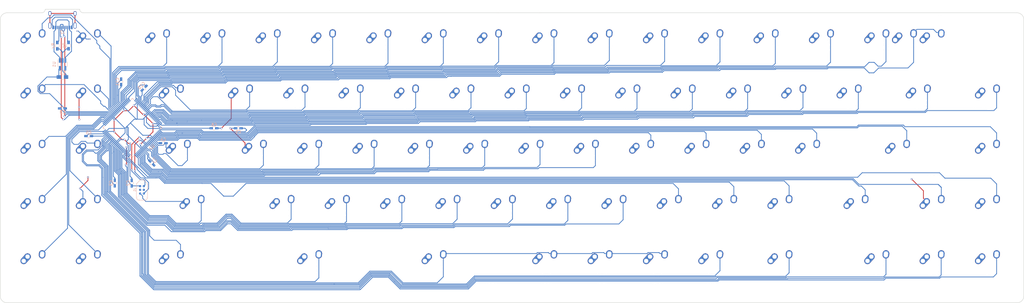
<source format=kicad_pcb>
(kicad_pcb (version 4) (host pcbnew 4.0.7)
  (layers (0 F.Cu signal) (31 B.Cu signal) (34 B.Paste user) (35 F.Paste user) (36 B.SilkS user) (37 F.SilkS user) (38 B.Mask user) (39 F.Mask user) (44 Edge.Cuts user))
  (net 0 "")
  (net 1 GND)
  (net 2 VCC)
  (net 3 /PDI)
  (net 4 /RST)
  (net 5 /D+)
  (net 6 /D-)
  (net 7 "Net-(J2-PadB5)")
  (net 8 "Net-(J2-PadA5)")
  (net 9 +5V)
  (net 10 "Net-(J2-PadS1)")
  (net 11 /KEY1)
  (net 12 /KEY2)
  (net 13 /KEY3)
  (net 14 /KEY4)
  (net 15 /KEY5)
  (net 16 /KEY6)
  (net 17 /KEY8)
  (net 18 /KEY9)
  (net 19 /KEY10)
  (net 20 /KEY11)
  (net 21 /KEY12)
  (net 22 /KEY13)
  (net 23 /KEY14)
  (net 24 /KEY15)
  (net 25 /KEY17)
  (net 26 /KEY19)
  (net 27 /KEY20)
  (net 28 /KEY21)
  (net 29 /KEY22)
  (net 30 /KEY23)
  (net 31 /KEY24)
  (net 32 /KEY25)
  (net 33 /KEY26)
  (net 34 /KEY27)
  (net 35 /KEY28)
  (net 36 /KEY29)
  (net 37 /KEY30)
  (net 38 /KEY31)
  (net 39 /KEY32)
  (net 40 /KEY33)
  (net 41 /KEY34)
  (net 42 /KEY35)
  (net 43 /KEY36)
  (net 44 /KEY37)
  (net 45 /KEY38)
  (net 46 /KEY39)
  (net 47 /KEY40)
  (net 48 /KEY41)
  (net 49 /KEY42)
  (net 50 /KEY43)
  (net 51 /KEY44)
  (net 52 /KEY45)
  (net 53 /KEY46)
  (net 54 /KEY47)
  (net 55 /KEY49)
  (net 56 /KEY51)
  (net 57 /KEY53)
  (net 58 /KEY55)
  (net 59 /KEY57)
  (net 60 /KEY59)
  (net 61 /KEY61)
  (net 62 /KEY63)
  (net 63 /KEY65)
  (net 64 /KEY67)
  (net 65 /KEY69)
  (net 66 /KEY71)
  (net 67 /KEY72)
  (net 68 /KEY77)
  (net 69 /KEY78)
  (net 70 /KEY79)
  (net 71 /KEY81)
  (net 72 /KEY7)
  (net 73 /KEY16)
  (net 74 /KEY48)
  (net 75 /KEY50)
  (net 76 /KEY52)
  (net 77 /KEY54)
  (net 78 /KEY56)
  (net 79 /KEY58)
  (net 80 /KEY60)
  (net 81 /KEY62)
  (net 82 /KEY64)
  (net 83 /KEY66)
  (net 84 /KEY68)
  (net 85 /KEY70)
  (net 86 /KEY80)
  (module Housings_QFP:TQFP-100_14x14mm_Pitch0.5mm (layer B.Cu) (at 428.9 251.55 45)
    (fp_text reference U2 (at 0 9.45 45) (layer B.SilkS) (effects (justify mirror)))
    (fp_text value ATXMEGA128A1U-AU)
    (pad 1 smd rect (at -7.7 6 45) (size 1.5 0.3) (layers B.Cu B.Paste B.Mask) (net 62 /KEY63))
    (pad 2 smd rect (at -7.7 5.5 45) (size 1.5 0.3) (layers B.Cu B.Paste B.Mask) (net 81 /KEY62))
    (pad 3 smd rect (at -7.7 5 45) (size 1.5 0.3) (layers B.Cu B.Paste B.Mask) (net 1 GND))
    (pad 4 smd rect (at -7.7 4.5 45) (size 1.5 0.3) (layers B.Cu B.Paste B.Mask) (net 2 VCC))
    (pad 5 smd rect (at -7.7 4 45) (size 1.5 0.3) (layers B.Cu B.Paste B.Mask) (net 77 /KEY54))
    (pad 6 smd rect (at -7.7 3.5 45) (size 1.5 0.3) (layers B.Cu B.Paste B.Mask) (net 58 /KEY55))
    (pad 7 smd rect (at -7.7 3 45) (size 1.5 0.3) (layers B.Cu B.Paste B.Mask) (net 78 /KEY56))
    (pad 8 smd rect (at -7.7 2.5 45) (size 1.5 0.3) (layers B.Cu B.Paste B.Mask) (net 59 /KEY57))
    (pad 9 smd rect (at -7.7 2 45) (size 1.5 0.3) (layers B.Cu B.Paste B.Mask) (net 79 /KEY58))
    (pad 10 smd rect (at -7.7 1.5 45) (size 1.5 0.3) (layers B.Cu B.Paste B.Mask) (net 60 /KEY59))
    (pad 11 smd rect (at -7.7 1 45) (size 1.5 0.3) (layers B.Cu B.Paste B.Mask) (net 80 /KEY60))
    (pad 12 smd rect (at -7.7 0.5 45) (size 1.5 0.3) (layers B.Cu B.Paste B.Mask) (net 61 /KEY61))
    (pad 13 smd rect (at -7.7 0 45) (size 1.5 0.3) (layers B.Cu B.Paste B.Mask) (net 1 GND))
    (pad 14 smd rect (at -7.7 -0.5 45) (size 1.5 0.3) (layers B.Cu B.Paste B.Mask) (net 2 VCC))
    (pad 15 smd rect (at -7.7 -1 45) (size 1.5 0.3) (layers B.Cu B.Paste B.Mask) (net 85 /KEY70))
    (pad 16 smd rect (at -7.7 -1.5 45) (size 1.5 0.3) (layers B.Cu B.Paste B.Mask) (net 66 /KEY71))
    (pad 17 smd rect (at -7.7 -2 45) (size 1.5 0.3) (layers B.Cu B.Paste B.Mask) (net 67 /KEY72))
    (pad 18 smd rect (at -7.7 -2.5 45) (size 1.5 0.3) (layers B.Cu B.Paste B.Mask) (net 68 /KEY77))
    (pad 19 smd rect (at -7.7 -3 45) (size 1.5 0.3) (layers B.Cu B.Paste B.Mask) (net 69 /KEY78))
    (pad 20 smd rect (at -7.7 -3.5 45) (size 1.5 0.3) (layers B.Cu B.Paste B.Mask) (net 70 /KEY79))
    (pad 21 smd rect (at -7.7 -4 45) (size 1.5 0.3) (layers B.Cu B.Paste B.Mask) (net 86 /KEY80))
    (pad 22 smd rect (at -7.7 -4.5 45) (size 1.5 0.3) (layers B.Cu B.Paste B.Mask) (net 71 /KEY81))
    (pad 23 smd rect (at -7.7 -5 45) (size 1.5 0.3) (layers B.Cu B.Paste B.Mask) (net 1 GND))
    (pad 24 smd rect (at -7.7 -5.5 45) (size 1.5 0.3) (layers B.Cu B.Paste B.Mask) (net 2 VCC))
    (pad 25 smd rect (at -7.7 -6 45) (size 1.5 0.3) (layers B.Cu B.Paste B.Mask) (net 44 /KEY37))
    (pad 26 smd rect (at -6 -7.7 315) (size 1.5 0.3) (layers B.Cu B.Paste B.Mask) (net 57 /KEY53))
    (pad 27 smd rect (at -5.5 -7.7 315) (size 1.5 0.3) (layers B.Cu B.Paste B.Mask) (net 65 /KEY69))
    (pad 28 smd rect (at -5 -7.7 315) (size 1.5 0.3) (layers B.Cu B.Paste B.Mask) (net 84 /KEY68))
    (pad 29 smd rect (at -4.5 -7.7 315) (size 1.5 0.3) (layers B.Cu B.Paste B.Mask) (net 76 /KEY52))
    (pad 30 smd rect (at -4 -7.7 315) (size 1.5 0.3) (layers B.Cu B.Paste B.Mask) (net 43 /KEY36))
    (pad 31 smd rect (at -3.5 -7.7 315) (size 1.5 0.3) (layers B.Cu B.Paste B.Mask) (net 6 /D-))
    (pad 32 smd rect (at -3 -7.7 315) (size 1.5 0.3) (layers B.Cu B.Paste B.Mask) (net 5 /D+))
    (pad 33 smd rect (at -2.5 -7.7 315) (size 1.5 0.3) (layers B.Cu B.Paste B.Mask) (net 1 GND))
    (pad 34 smd rect (at -2 -7.7 315) (size 1.5 0.3) (layers B.Cu B.Paste B.Mask) (net 2 VCC))
    (pad 35 smd rect (at -1.5 -7.7 315) (size 1.5 0.3) (layers B.Cu B.Paste B.Mask) (net 26 /KEY19))
    (pad 36 smd rect (at -1 -7.7 315) (size 1.5 0.3) (layers B.Cu B.Paste B.Mask) (net 27 /KEY20))
    (pad 37 smd rect (at -0.5 -7.7 315) (size 1.5 0.3) (layers B.Cu B.Paste B.Mask) (net 11 /KEY1))
    (pad 38 smd rect (at 0 -7.7 315) (size 1.5 0.3) (layers B.Cu B.Paste B.Mask) (net 12 /KEY2))
    (pad 39 smd rect (at 0.5 -7.7 315) (size 1.5 0.3) (layers B.Cu B.Paste B.Mask) (net 13 /KEY3))
    (pad 40 smd rect (at 1 -7.7 315) (size 1.5 0.3) (layers B.Cu B.Paste B.Mask) (net 14 /KEY4))
    (pad 41 smd rect (at 1.5 -7.7 315) (size 1.5 0.3) (layers B.Cu B.Paste B.Mask) (net 15 /KEY5))
    (pad 42 smd rect (at 2 -7.7 315) (size 1.5 0.3) (layers B.Cu B.Paste B.Mask) (net 16 /KEY6))
    (pad 43 smd rect (at 2.5 -7.7 315) (size 1.5 0.3) (layers B.Cu B.Paste B.Mask) (net 1 GND))
    (pad 44 smd rect (at 3 -7.7 315) (size 1.5 0.3) (layers B.Cu B.Paste B.Mask) (net 2 VCC))
    (pad 45 smd rect (at 3.5 -7.7 315) (size 1.5 0.3) (layers B.Cu B.Paste B.Mask) (net 72 /KEY7))
    (pad 46 smd rect (at 4 -7.7 315) (size 1.5 0.3) (layers B.Cu B.Paste B.Mask) (net 17 /KEY8))
    (pad 47 smd rect (at 4.5 -7.7 315) (size 1.5 0.3) (layers B.Cu B.Paste B.Mask) (net 18 /KEY9))
    (pad 48 smd rect (at 5 -7.7 315) (size 1.5 0.3) (layers B.Cu B.Paste B.Mask) (net 19 /KEY10))
    (pad 49 smd rect (at 5.5 -7.7 315) (size 1.5 0.3) (layers B.Cu B.Paste B.Mask) (net 20 /KEY11))
    (pad 50 smd rect (at 6 -7.7 315) (size 1.5 0.3) (layers B.Cu B.Paste B.Mask) (net 21 /KEY12))
    (pad 51 smd rect (at 7.7 -6 45) (size 1.5 0.3) (layers B.Cu B.Paste B.Mask) (net 22 /KEY13))
    (pad 52 smd rect (at 7.7 -5.5 45) (size 1.5 0.3) (layers B.Cu B.Paste B.Mask) (net 23 /KEY14))
    (pad 53 smd rect (at 7.7 -5 45) (size 1.5 0.3) (layers B.Cu B.Paste B.Mask) (net 1 GND))
    (pad 54 smd rect (at 7.7 -4.5 45) (size 1.5 0.3) (layers B.Cu B.Paste B.Mask) (net 2 VCC))
    (pad 55 smd rect (at 7.7 -4 45) (size 1.5 0.3) (layers B.Cu B.Paste B.Mask) (net 24 /KEY15))
    (pad 56 smd rect (at 7.7 -3.5 45) (size 1.5 0.3) (layers B.Cu B.Paste B.Mask) (net 73 /KEY16))
    (pad 57 smd rect (at 7.7 -3 45) (size 1.5 0.3) (layers B.Cu B.Paste B.Mask) (net 25 /KEY17))
    (pad 58 smd rect (at 7.7 -2.5 45) (size 1.5 0.3) (layers B.Cu B.Paste B.Mask) (net 28 /KEY21))
    (pad 59 smd rect (at 7.7 -2 45) (size 1.5 0.3) (layers B.Cu B.Paste B.Mask) (net 29 /KEY22))
    (pad 60 smd rect (at 7.7 -1.5 45) (size 1.5 0.3) (layers B.Cu B.Paste B.Mask) (net 30 /KEY23))
    (pad 61 smd rect (at 7.7 -1 45) (size 1.5 0.3) (layers B.Cu B.Paste B.Mask) (net 31 /KEY24))
    (pad 62 smd rect (at 7.7 -0.5 45) (size 1.5 0.3) (layers B.Cu B.Paste B.Mask) (net 32 /KEY25))
    (pad 63 smd rect (at 7.7 0 45) (size 1.5 0.3) (layers B.Cu B.Paste B.Mask) (net 1 GND))
    (pad 64 smd rect (at 7.7 0.5 45) (size 1.5 0.3) (layers B.Cu B.Paste B.Mask) (net 2 VCC))
    (pad 65 smd rect (at 7.7 1 45) (size 1.5 0.3) (layers B.Cu B.Paste B.Mask) (net 33 /KEY26))
    (pad 66 smd rect (at 7.7 1.5 45) (size 1.5 0.3) (layers B.Cu B.Paste B.Mask) (net 34 /KEY27))
    (pad 67 smd rect (at 7.7 2 45) (size 1.5 0.3) (layers B.Cu B.Paste B.Mask) (net 35 /KEY28))
    (pad 68 smd rect (at 7.7 2.5 45) (size 1.5 0.3) (layers B.Cu B.Paste B.Mask) (net 36 /KEY29))
    (pad 69 smd rect (at 7.7 3 45) (size 1.5 0.3) (layers B.Cu B.Paste B.Mask) (net 37 /KEY30))
    (pad 70 smd rect (at 7.7 3.5 45) (size 1.5 0.3) (layers B.Cu B.Paste B.Mask) (net 38 /KEY31))
    (pad 71 smd rect (at 7.7 4 45) (size 1.5 0.3) (layers B.Cu B.Paste B.Mask) (net 39 /KEY32))
    (pad 72 smd rect (at 7.7 4.5 45) (size 1.5 0.3) (layers B.Cu B.Paste B.Mask) (net 40 /KEY33))
    (pad 73 smd rect (at 7.7 5 45) (size 1.5 0.3) (layers B.Cu B.Paste B.Mask) (net 1 GND))
    (pad 74 smd rect (at 7.7 5.5 45) (size 1.5 0.3) (layers B.Cu B.Paste B.Mask) (net 2 VCC))
    (pad 75 smd rect (at 7.7 6 45) (size 1.5 0.3) (layers B.Cu B.Paste B.Mask) (net 41 /KEY34))
    (pad 76 smd rect (at 6 7.7 315) (size 1.5 0.3) (layers B.Cu B.Paste B.Mask) (net 42 /KEY35))
    (pad 77 smd rect (at 5.5 7.7 315) (size 1.5 0.3) (layers B.Cu B.Paste B.Mask) (net 56 /KEY51))
    (pad 78 smd rect (at 5 7.7 315) (size 1.5 0.3) (layers B.Cu B.Paste B.Mask) (net 75 /KEY50))
    (pad 79 smd rect (at 4.5 7.7 315) (size 1.5 0.3) (layers B.Cu B.Paste B.Mask) (net 55 /KEY49))
    (pad 80 smd rect (at 4 7.7 315) (size 1.5 0.3) (layers B.Cu B.Paste B.Mask) (net 74 /KEY48))
    (pad 81 smd rect (at 3.5 7.7 315) (size 1.5 0.3) (layers B.Cu B.Paste B.Mask) (net 54 /KEY47))
    (pad 82 smd rect (at 3 7.7 315) (size 1.5 0.3) (layers B.Cu B.Paste B.Mask) (net 53 /KEY46))
    (pad 83 smd rect (at 2.5 7.7 315) (size 1.5 0.3) (layers B.Cu B.Paste B.Mask) (net 2 VCC))
    (pad 84 smd rect (at 2 7.7 315) (size 1.5 0.3) (layers B.Cu B.Paste B.Mask) (net 1 GND))
    (pad 85 smd rect (at 1.5 7.7 315) (size 1.5 0.3) (layers B.Cu B.Paste B.Mask) (net 45 /KEY38))
    (pad 86 smd rect (at 1 7.7 315) (size 1.5 0.3) (layers B.Cu B.Paste B.Mask) (net 46 /KEY39))
    (pad 87 smd rect (at 0.5 7.7 315) (size 1.5 0.3) (layers B.Cu B.Paste B.Mask) (net 47 /KEY40))
    (pad 88 smd rect (at 0 7.7 315) (size 1.5 0.3) (layers B.Cu B.Paste B.Mask) (net 48 /KEY41))
    (pad 89 smd rect (at -0.5 7.7 315) (size 1.5 0.3) (layers B.Cu B.Paste B.Mask) (net 3 /PDI))
    (pad 90 smd rect (at -1 7.7 315) (size 1.5 0.3) (layers B.Cu B.Paste B.Mask) (net 4 /RST))
    (pad 91 smd rect (at -1.5 7.7 315) (size 1.5 0.3) (layers B.Cu B.Paste B.Mask) (net 49 /KEY42))
    (pad 92 smd rect (at -2 7.7 315) (size 1.5 0.3) (layers B.Cu B.Paste B.Mask) (net 50 /KEY43))
    (pad 93 smd rect (at -2.5 7.7 315) (size 1.5 0.3) (layers B.Cu B.Paste B.Mask) (net 1 GND))
    (pad 94 smd rect (at -3 7.7 315) (size 1.5 0.3) (layers B.Cu B.Paste B.Mask) (net 2 VCC))
    (pad 95 smd rect (at -3.5 7.7 315) (size 1.5 0.3) (layers B.Cu B.Paste B.Mask) (net 51 /KEY44))
    (pad 96 smd rect (at -4 7.7 315) (size 1.5 0.3) (layers B.Cu B.Paste B.Mask) (net 52 /KEY45))
    (pad 97 smd rect (at -4.5 7.7 315) (size 1.5 0.3) (layers B.Cu B.Paste B.Mask) (net 64 /KEY67))
    (pad 98 smd rect (at -5 7.7 315) (size 1.5 0.3) (layers B.Cu B.Paste B.Mask) (net 83 /KEY66))
    (pad 99 smd rect (at -5.5 7.7 315) (size 1.5 0.3) (layers B.Cu B.Paste B.Mask) (net 63 /KEY65))
    (pad 100 smd rect (at -6 7.7 315) (size 1.5 0.3) (layers B.Cu B.Paste B.Mask) (net 82 /KEY64))
  )
  (module MX_Alps_Hybrid:MX-1U-NoLED (layer F.Cu) (at 395.2875 223.8375)
    (fp_text reference K1)
    (fp_text value K00)
    (pad 2 thru_hole oval (at 2.5 -4.5 86.0548) (size 2.831378 2.25) (drill 1.47 (offset 0.290689 0)) (layers *.Cu B.Mask) (net 11 /KEY1))
    (pad 2 thru_hole circle (at 2.54 -5.08) (size 2.25 2.25) (drill 1.47) (layers *.Cu B.Mask) (net 11 /KEY1))
    (pad 1 thru_hole oval (at -3.81 -2.54 48.0996) (size 4.211556 2.25) (drill 1.47 (offset 0.980778 0)) (layers *.Cu B.Mask) (net 1 GND))
    (pad "" np_thru_hole circle (at 0 0) (size 3.9878 3.9878) (drill 3.9878) (layers *.Cu *.Mask))
    (pad 1 thru_hole circle (at -2.5 -4) (size 2.25 2.25) (drill 1.47) (layers *.Cu B.Mask) (net 1 GND))
    (pad "" np_thru_hole circle (at -5.08 0 48.0996) (size 1.75 1.75) (drill 1.75) (layers *.Cu *.Mask))
    (pad "" np_thru_hole circle (at 5.08 0 48.0996) (size 1.75 1.75) (drill 1.75) (layers *.Cu *.Mask))
  )
  (module MX_Alps_Hybrid:MX-1.75U-NoLED (layer F.Cu) (at 445.29375 261.9375)
    (fp_text reference K38)
    (fp_text value K00)
    (pad 2 thru_hole oval (at 2.5 -4.5 86.0548) (size 2.831378 2.25) (drill 1.47 (offset 0.290689 0)) (layers *.Cu B.Mask) (net 45 /KEY38))
    (pad 2 thru_hole circle (at 2.54 -5.08) (size 2.25 2.25) (drill 1.47) (layers *.Cu B.Mask) (net 45 /KEY38))
    (pad 1 thru_hole oval (at -3.81 -2.54 48.0996) (size 4.211556 2.25) (drill 1.47 (offset 0.980778 0)) (layers *.Cu B.Mask) (net 1 GND))
    (pad "" np_thru_hole circle (at 0 0) (size 3.9878 3.9878) (drill 3.9878) (layers *.Cu *.Mask))
    (pad 1 thru_hole circle (at -2.5 -4) (size 2.25 2.25) (drill 1.47) (layers *.Cu B.Mask) (net 1 GND))
    (pad "" np_thru_hole circle (at -5.08 0 48.0996) (size 1.75 1.75) (drill 1.75) (layers *.Cu *.Mask))
    (pad "" np_thru_hole circle (at 5.08 0 48.0996) (size 1.75 1.75) (drill 1.75) (layers *.Cu *.Mask))
  )
  (module MX_Alps_Hybrid:MX-1U-NoLED (layer F.Cu) (at 395.2875 242.8875)
    (fp_text reference K19)
    (fp_text value K00)
    (pad 2 thru_hole oval (at 2.5 -4.5 86.0548) (size 2.831378 2.25) (drill 1.47 (offset 0.290689 0)) (layers *.Cu B.Mask) (net 26 /KEY19))
    (pad 2 thru_hole circle (at 2.54 -5.08) (size 2.25 2.25) (drill 1.47) (layers *.Cu B.Mask) (net 26 /KEY19))
    (pad 1 thru_hole oval (at -3.81 -2.54 48.0996) (size 4.211556 2.25) (drill 1.47 (offset 0.980778 0)) (layers *.Cu B.Mask) (net 1 GND))
    (pad "" np_thru_hole circle (at 0 0) (size 3.9878 3.9878) (drill 3.9878) (layers *.Cu *.Mask))
    (pad 1 thru_hole circle (at -2.5 -4) (size 2.25 2.25) (drill 1.47) (layers *.Cu B.Mask) (net 1 GND))
    (pad "" np_thru_hole circle (at -5.08 0 48.0996) (size 1.75 1.75) (drill 1.75) (layers *.Cu *.Mask))
    (pad "" np_thru_hole circle (at 5.08 0 48.0996) (size 1.75 1.75) (drill 1.75) (layers *.Cu *.Mask))
  )
  (module MX_Alps_Hybrid:MX-1.5U-NoLED (layer F.Cu) (at 442.9125 242.8875)
    (fp_text reference K21)
    (fp_text value K00)
    (pad 2 thru_hole oval (at 2.5 -4.5 86.0548) (size 2.831378 2.25) (drill 1.47 (offset 0.290689 0)) (layers *.Cu B.Mask) (net 28 /KEY21))
    (pad 2 thru_hole circle (at 2.54 -5.08) (size 2.25 2.25) (drill 1.47) (layers *.Cu B.Mask) (net 28 /KEY21))
    (pad 1 thru_hole oval (at -3.81 -2.54 48.0996) (size 4.211556 2.25) (drill 1.47 (offset 0.980778 0)) (layers *.Cu B.Mask) (net 1 GND))
    (pad "" np_thru_hole circle (at 0 0) (size 3.9878 3.9878) (drill 3.9878) (layers *.Cu *.Mask))
    (pad 1 thru_hole circle (at -2.5 -4) (size 2.25 2.25) (drill 1.47) (layers *.Cu B.Mask) (net 1 GND))
    (pad "" np_thru_hole circle (at -5.08 0 48.0996) (size 1.75 1.75) (drill 1.75) (layers *.Cu *.Mask))
    (pad "" np_thru_hole circle (at 5.08 0 48.0996) (size 1.75 1.75) (drill 1.75) (layers *.Cu *.Mask))
  )
  (module Capacitors_SMD:C_0805_HandSoldering (layer B.Cu) (at 404.8 234.08 180)
    (fp_text reference C1 (at 0 1.75 180) (layer B.SilkS) (effects (justify mirror)))
    (fp_text value 10uF)
    (pad 1 smd rect (at -1.25 0 180) (size 1.5 1.25) (layers B.Cu B.Paste B.Mask) (net 1 GND))
    (pad 2 smd rect (at 1.25 0 180) (size 1.5 1.25) (layers B.Cu B.Paste B.Mask) (net 2 VCC))
  )
  (module Capacitors_SMD:C_0603_HandSoldering (layer B.Cu) (at 428.66 270.67 270)
    (fp_text reference C2 (at 0 1.25 270) (layer B.SilkS) (effects (justify mirror)))
    (fp_text value 0.1uF)
    (pad 1 smd rect (at -0.95 0 270) (size 1.2 0.75) (layers B.Cu B.Paste B.Mask) (net 1 GND))
    (pad 2 smd rect (at 0.95 0 270) (size 1.2 0.75) (layers B.Cu B.Paste B.Mask) (net 2 VCC))
  )
  (module Capacitors_SMD:C_0603_HandSoldering (layer B.Cu) (at 422.82 270.64 270)
    (fp_text reference C3 (at 0 1.25 270) (layer B.SilkS) (effects (justify mirror)))
    (fp_text value 0.1uF)
    (pad 1 smd rect (at -0.95 0 270) (size 1.2 0.75) (layers B.Cu B.Paste B.Mask) (net 1 GND))
    (pad 2 smd rect (at 0.95 0 270) (size 1.2 0.75) (layers B.Cu B.Paste B.Mask) (net 2 VCC))
  )
  (module Capacitors_SMD:C_0603_HandSoldering (layer B.Cu) (at 439.5 256.89 180)
    (fp_text reference C4 (at 0 1.25 180) (layer B.SilkS) (effects (justify mirror)))
    (fp_text value 0.1uF)
    (pad 1 smd rect (at -0.95 0 180) (size 1.2 0.75) (layers B.Cu B.Paste B.Mask) (net 1 GND))
    (pad 2 smd rect (at 0.95 0 180) (size 1.2 0.75) (layers B.Cu B.Paste B.Mask) (net 2 VCC))
  )
  (module Capacitors_SMD:C_0603_HandSoldering (layer B.Cu) (at 413.84 254.45 180)
    (fp_text reference C5 (at 0 1.25 180) (layer B.SilkS) (effects (justify mirror)))
    (fp_text value 0.1uF)
    (pad 1 smd rect (at -0.95 0 180) (size 1.2 0.75) (layers B.Cu B.Paste B.Mask) (net 1 GND))
    (pad 2 smd rect (at 0.95 0 180) (size 1.2 0.75) (layers B.Cu B.Paste B.Mask) (net 2 VCC))
  )
  (module Capacitors_SMD:C_0603_HandSoldering (layer B.Cu) (at 456.99 251.74 180)
    (fp_text reference C6 (at 0 1.25 180) (layer B.SilkS) (effects (justify mirror)))
    (fp_text value 0.1uF)
    (pad 1 smd rect (at -0.95 0 180) (size 1.2 0.75) (layers B.Cu B.Paste B.Mask) (net 1 GND))
    (pad 2 smd rect (at 0.95 0 180) (size 1.2 0.75) (layers B.Cu B.Paste B.Mask) (net 2 VCC))
  )
  (module Capacitors_SMD:C_0603_HandSoldering (layer B.Cu) (at 435.541751 263.731751 135)
    (fp_text reference C7 (at 0 1.25 135) (layer B.SilkS) (effects (justify mirror)))
    (fp_text value 0.1uF)
    (pad 1 smd rect (at -0.95 0 135) (size 1.2 0.75) (layers B.Cu B.Paste B.Mask) (net 1 GND))
    (pad 2 smd rect (at 0.95 0 135) (size 1.2 0.75) (layers B.Cu B.Paste B.Mask) (net 2 VCC))
  )
  (module Capacitors_SMD:C_0603_HandSoldering (layer B.Cu) (at 404.8 244.92)
    (fp_text reference C8 (at 0 1.25) (layer B.SilkS) (effects (justify mirror)))
    (fp_text value 0.1uF)
    (pad 1 smd rect (at -0.95 0) (size 1.2 0.75) (layers B.Cu B.Paste B.Mask) (net 1 GND))
    (pad 2 smd rect (at 0.95 0) (size 1.2 0.75) (layers B.Cu B.Paste B.Mask) (net 2 VCC))
  )
  (module Capacitors_SMD:C_0603_HandSoldering (layer B.Cu) (at 465.37 251.75)
    (fp_text reference C9 (at 0 1.25) (layer B.SilkS) (effects (justify mirror)))
    (fp_text value 0.1uF)
    (pad 1 smd rect (at -0.95 0) (size 1.2 0.75) (layers B.Cu B.Paste B.Mask) (net 1 GND))
    (pad 2 smd rect (at 0.95 0) (size 1.2 0.75) (layers B.Cu B.Paste B.Mask) (net 2 VCC))
  )
  (module Capacitors_SMD:C_0603_HandSoldering (layer B.Cu) (at 432.93 237.93 225)
    (fp_text reference C10 (at 0 1.25 225) (layer B.SilkS) (effects (justify mirror)))
    (fp_text value 0.1uF)
    (pad 1 smd rect (at -0.95 0 225) (size 1.2 0.75) (layers B.Cu B.Paste B.Mask) (net 1 GND))
    (pad 2 smd rect (at 0.95 0 225) (size 1.2 0.75) (layers B.Cu B.Paste B.Mask) (net 2 VCC))
  )
  (module Capacitors_SMD:C_0603_HandSoldering (layer B.Cu) (at 425.02 235.76 270)
    (fp_text reference C11 (at 0 1.25 270) (layer B.SilkS) (effects (justify mirror)))
    (fp_text value 0.1uF)
    (pad 1 smd rect (at -0.95 0 270) (size 1.2 0.75) (layers B.Cu B.Paste B.Mask) (net 1 GND))
    (pad 2 smd rect (at 0.95 0 270) (size 1.2 0.75) (layers B.Cu B.Paste B.Mask) (net 2 VCC))
  )
  (module Tag-Connect:TC2030-NL_SMALL (layer B.Cu) (at 432.185 272.99 270)
    (fp_text reference J1 (at 0 2.54 270) (layer B.SilkS) (effects (font (size 0.75692 0.75692) (thickness 0.127)) (justify mirror)))
    (fp_text value TC2030-IDC hide)
    (pad 1 connect circle (at -1.27 -0.635 270) (size 0.78486 0.78486) (layers B.Cu B.Mask) (net 3 /PDI))
    (pad 2 connect circle (at -1.27 0.635 270) (size 0.78486 0.78486) (layers B.Cu B.Mask) (net 2 VCC))
    (pad 3 connect circle (at 0 -0.635 270) (size 0.78486 0.78486) (layers B.Cu B.Mask))
    (pad 4 connect circle (at 0 0.635 270) (size 0.78486 0.78486) (layers B.Cu B.Mask))
    (pad 5 connect circle (at 1.27 -0.635 270) (size 0.78486 0.78486) (layers B.Cu B.Mask) (net 4 /RST))
    (pad 6 connect circle (at 1.27 0.635 270) (size 0.78486 0.78486) (layers B.Cu B.Mask) (net 1 GND))
    (pad "" np_thru_hole circle (at -2.54 0 270) (size 0.98806 0.98806) (drill 0.98806) (layers *.Cu *.Mask B.SilkS))
    (pad "" np_thru_hole circle (at 2.54 1.016 270) (size 0.98552 0.98552) (drill 0.98552) (layers *.Cu *.Mask B.SilkS))
    (pad "" np_thru_hole circle (at 2.54 -1.016 270) (size 0.98552 0.98552) (drill 0.98552) (layers *.Cu *.Mask B.SilkS))
  )
  (module conn_usb:USB_TypeC_U31F-24SNA0201 (layer B.Cu) (at 404.8125 209.55)
    (fp_text reference J2 (at 0 9.1) (layer B.SilkS) (effects (justify mirror)))
    (fp_text value USB_Type_C_2.0_Receptacle)
    (pad A6 smd rect (at -0.25 7.445) (size 0.3 1.15) (layers B.Cu B.Paste B.Mask) (net 5 /D+))
    (pad B1 smd rect (at 3.2 7.445) (size 0.6 1.15) (layers B.Cu B.Paste B.Mask) (net 1 GND))
    (pad B4 smd rect (at 2.4 7.445) (size 0.6 1.15) (layers B.Cu B.Paste B.Mask) (net 9 +5V))
    (pad A4 smd rect (at -2.4 7.445) (size 0.6 1.15) (layers B.Cu B.Paste B.Mask) (net 9 +5V))
    (pad S1 thru_hole oval (at -4.32 6.78) (size 1 2.1) (drill oval 0.6 1.7) (layers *.Cu *.Mask) (net 10 "Net-(J2-PadS1)"))
    (pad "" np_thru_hole circle (at -2.89 6.28) (size 0.65 0.65) (drill 0.65) (layers *.Cu *.Mask))
    (pad S1 thru_hole oval (at 4.32 6.78) (size 1 2.1) (drill oval 0.6 1.7) (layers *.Cu *.Mask) (net 10 "Net-(J2-PadS1)"))
    (pad S1 thru_hole oval (at -4.32 2.6) (size 1 1.6) (drill oval 0.6 1.2) (layers *.Cu *.Mask) (net 10 "Net-(J2-PadS1)"))
    (pad S1 thru_hole oval (at 4.32 2.6) (size 1 1.6) (drill oval 0.6 1.2) (layers *.Cu *.Mask) (net 10 "Net-(J2-PadS1)"))
    (pad A1 smd rect (at -3.2 7.445) (size 0.6 1.15) (layers B.Cu B.Paste B.Mask) (net 1 GND))
    (pad "" np_thru_hole circle (at 2.89 6.28) (size 0.65 0.65) (drill 0.65) (layers *.Cu *.Mask))
    (pad A7 smd rect (at 0.25 7.445) (size 0.3 1.15) (layers B.Cu B.Paste B.Mask) (net 6 /D-))
    (pad B6 smd rect (at 0.75 7.445) (size 0.3 1.15) (layers B.Cu B.Paste B.Mask) (net 5 /D+))
    (pad A8 smd rect (at 1.25 7.445) (size 0.3 1.15) (layers B.Cu B.Paste B.Mask))
    (pad B5 smd rect (at 1.75 7.445) (size 0.3 1.15) (layers B.Cu B.Paste B.Mask) (net 7 "Net-(J2-PadB5)"))
    (pad B7 smd rect (at -0.75 7.445) (size 0.3 1.15) (layers B.Cu B.Paste B.Mask) (net 6 /D-))
    (pad A5 smd rect (at -1.25 7.445) (size 0.3 1.15) (layers B.Cu B.Paste B.Mask) (net 8 "Net-(J2-PadA5)"))
    (pad B8 smd rect (at -1.75 7.445) (size 0.3 1.15) (layers B.Cu B.Paste B.Mask))
  )
  (module MX_Alps_Hybrid:MX-1U-NoLED (layer F.Cu) (at 414.3375 223.8375)
    (fp_text reference K2)
    (fp_text value K00)
    (pad 2 thru_hole oval (at 2.5 -4.5 86.0548) (size 2.831378 2.25) (drill 1.47 (offset 0.290689 0)) (layers *.Cu B.Mask) (net 12 /KEY2))
    (pad 2 thru_hole circle (at 2.54 -5.08) (size 2.25 2.25) (drill 1.47) (layers *.Cu B.Mask) (net 12 /KEY2))
    (pad 1 thru_hole oval (at -3.81 -2.54 48.0996) (size 4.211556 2.25) (drill 1.47 (offset 0.980778 0)) (layers *.Cu B.Mask) (net 1 GND))
    (pad "" np_thru_hole circle (at 0 0) (size 3.9878 3.9878) (drill 3.9878) (layers *.Cu *.Mask))
    (pad 1 thru_hole circle (at -2.5 -4) (size 2.25 2.25) (drill 1.47) (layers *.Cu B.Mask) (net 1 GND))
    (pad "" np_thru_hole circle (at -5.08 0 48.0996) (size 1.75 1.75) (drill 1.75) (layers *.Cu *.Mask))
    (pad "" np_thru_hole circle (at 5.08 0 48.0996) (size 1.75 1.75) (drill 1.75) (layers *.Cu *.Mask))
  )
  (module MX_Alps_Hybrid:MX-1U-NoLED (layer F.Cu) (at 438.15 223.8375)
    (fp_text reference K3)
    (fp_text value K00)
    (pad 2 thru_hole oval (at 2.5 -4.5 86.0548) (size 2.831378 2.25) (drill 1.47 (offset 0.290689 0)) (layers *.Cu B.Mask) (net 13 /KEY3))
    (pad 2 thru_hole circle (at 2.54 -5.08) (size 2.25 2.25) (drill 1.47) (layers *.Cu B.Mask) (net 13 /KEY3))
    (pad 1 thru_hole oval (at -3.81 -2.54 48.0996) (size 4.211556 2.25) (drill 1.47 (offset 0.980778 0)) (layers *.Cu B.Mask) (net 1 GND))
    (pad "" np_thru_hole circle (at 0 0) (size 3.9878 3.9878) (drill 3.9878) (layers *.Cu *.Mask))
    (pad 1 thru_hole circle (at -2.5 -4) (size 2.25 2.25) (drill 1.47) (layers *.Cu B.Mask) (net 1 GND))
    (pad "" np_thru_hole circle (at -5.08 0 48.0996) (size 1.75 1.75) (drill 1.75) (layers *.Cu *.Mask))
    (pad "" np_thru_hole circle (at 5.08 0 48.0996) (size 1.75 1.75) (drill 1.75) (layers *.Cu *.Mask))
  )
  (module MX_Alps_Hybrid:MX-1U-NoLED (layer F.Cu) (at 457.2 223.8375)
    (fp_text reference K4)
    (fp_text value K00)
    (pad 2 thru_hole oval (at 2.5 -4.5 86.0548) (size 2.831378 2.25) (drill 1.47 (offset 0.290689 0)) (layers *.Cu B.Mask) (net 14 /KEY4))
    (pad 2 thru_hole circle (at 2.54 -5.08) (size 2.25 2.25) (drill 1.47) (layers *.Cu B.Mask) (net 14 /KEY4))
    (pad 1 thru_hole oval (at -3.81 -2.54 48.0996) (size 4.211556 2.25) (drill 1.47 (offset 0.980778 0)) (layers *.Cu B.Mask) (net 1 GND))
    (pad "" np_thru_hole circle (at 0 0) (size 3.9878 3.9878) (drill 3.9878) (layers *.Cu *.Mask))
    (pad 1 thru_hole circle (at -2.5 -4) (size 2.25 2.25) (drill 1.47) (layers *.Cu B.Mask) (net 1 GND))
    (pad "" np_thru_hole circle (at -5.08 0 48.0996) (size 1.75 1.75) (drill 1.75) (layers *.Cu *.Mask))
    (pad "" np_thru_hole circle (at 5.08 0 48.0996) (size 1.75 1.75) (drill 1.75) (layers *.Cu *.Mask))
  )
  (module MX_Alps_Hybrid:MX-1U-NoLED (layer F.Cu) (at 476.25 223.8375)
    (fp_text reference K5)
    (fp_text value K00)
    (pad 2 thru_hole oval (at 2.5 -4.5 86.0548) (size 2.831378 2.25) (drill 1.47 (offset 0.290689 0)) (layers *.Cu B.Mask) (net 15 /KEY5))
    (pad 2 thru_hole circle (at 2.54 -5.08) (size 2.25 2.25) (drill 1.47) (layers *.Cu B.Mask) (net 15 /KEY5))
    (pad 1 thru_hole oval (at -3.81 -2.54 48.0996) (size 4.211556 2.25) (drill 1.47 (offset 0.980778 0)) (layers *.Cu B.Mask) (net 1 GND))
    (pad "" np_thru_hole circle (at 0 0) (size 3.9878 3.9878) (drill 3.9878) (layers *.Cu *.Mask))
    (pad 1 thru_hole circle (at -2.5 -4) (size 2.25 2.25) (drill 1.47) (layers *.Cu B.Mask) (net 1 GND))
    (pad "" np_thru_hole circle (at -5.08 0 48.0996) (size 1.75 1.75) (drill 1.75) (layers *.Cu *.Mask))
    (pad "" np_thru_hole circle (at 5.08 0 48.0996) (size 1.75 1.75) (drill 1.75) (layers *.Cu *.Mask))
  )
  (module MX_Alps_Hybrid:MX-1U-NoLED (layer F.Cu) (at 495.3 223.8375)
    (fp_text reference K6)
    (fp_text value K00)
    (pad 2 thru_hole oval (at 2.5 -4.5 86.0548) (size 2.831378 2.25) (drill 1.47 (offset 0.290689 0)) (layers *.Cu B.Mask) (net 16 /KEY6))
    (pad 2 thru_hole circle (at 2.54 -5.08) (size 2.25 2.25) (drill 1.47) (layers *.Cu B.Mask) (net 16 /KEY6))
    (pad 1 thru_hole oval (at -3.81 -2.54 48.0996) (size 4.211556 2.25) (drill 1.47 (offset 0.980778 0)) (layers *.Cu B.Mask) (net 1 GND))
    (pad "" np_thru_hole circle (at 0 0) (size 3.9878 3.9878) (drill 3.9878) (layers *.Cu *.Mask))
    (pad 1 thru_hole circle (at -2.5 -4) (size 2.25 2.25) (drill 1.47) (layers *.Cu B.Mask) (net 1 GND))
    (pad "" np_thru_hole circle (at -5.08 0 48.0996) (size 1.75 1.75) (drill 1.75) (layers *.Cu *.Mask))
    (pad "" np_thru_hole circle (at 5.08 0 48.0996) (size 1.75 1.75) (drill 1.75) (layers *.Cu *.Mask))
  )
  (module MX_Alps_Hybrid:MX-1U-NoLED (layer F.Cu) (at 514.35 223.8375)
    (fp_text reference K7)
    (fp_text value K00)
    (pad 2 thru_hole oval (at 2.5 -4.5 86.0548) (size 2.831378 2.25) (drill 1.47 (offset 0.290689 0)) (layers *.Cu B.Mask) (net 72 /KEY7))
    (pad 2 thru_hole circle (at 2.54 -5.08) (size 2.25 2.25) (drill 1.47) (layers *.Cu B.Mask) (net 72 /KEY7))
    (pad 1 thru_hole oval (at -3.81 -2.54 48.0996) (size 4.211556 2.25) (drill 1.47 (offset 0.980778 0)) (layers *.Cu B.Mask) (net 1 GND))
    (pad "" np_thru_hole circle (at 0 0) (size 3.9878 3.9878) (drill 3.9878) (layers *.Cu *.Mask))
    (pad 1 thru_hole circle (at -2.5 -4) (size 2.25 2.25) (drill 1.47) (layers *.Cu B.Mask) (net 1 GND))
    (pad "" np_thru_hole circle (at -5.08 0 48.0996) (size 1.75 1.75) (drill 1.75) (layers *.Cu *.Mask))
    (pad "" np_thru_hole circle (at 5.08 0 48.0996) (size 1.75 1.75) (drill 1.75) (layers *.Cu *.Mask))
  )
  (module MX_Alps_Hybrid:MX-1U-NoLED (layer F.Cu) (at 533.4 223.8375)
    (fp_text reference K8)
    (fp_text value K00)
    (pad 2 thru_hole oval (at 2.5 -4.5 86.0548) (size 2.831378 2.25) (drill 1.47 (offset 0.290689 0)) (layers *.Cu B.Mask) (net 17 /KEY8))
    (pad 2 thru_hole circle (at 2.54 -5.08) (size 2.25 2.25) (drill 1.47) (layers *.Cu B.Mask) (net 17 /KEY8))
    (pad 1 thru_hole oval (at -3.81 -2.54 48.0996) (size 4.211556 2.25) (drill 1.47 (offset 0.980778 0)) (layers *.Cu B.Mask) (net 1 GND))
    (pad "" np_thru_hole circle (at 0 0) (size 3.9878 3.9878) (drill 3.9878) (layers *.Cu *.Mask))
    (pad 1 thru_hole circle (at -2.5 -4) (size 2.25 2.25) (drill 1.47) (layers *.Cu B.Mask) (net 1 GND))
    (pad "" np_thru_hole circle (at -5.08 0 48.0996) (size 1.75 1.75) (drill 1.75) (layers *.Cu *.Mask))
    (pad "" np_thru_hole circle (at 5.08 0 48.0996) (size 1.75 1.75) (drill 1.75) (layers *.Cu *.Mask))
  )
  (module MX_Alps_Hybrid:MX-1U-NoLED (layer F.Cu) (at 552.45 223.8375)
    (fp_text reference K9)
    (fp_text value K00)
    (pad 2 thru_hole oval (at 2.5 -4.5 86.0548) (size 2.831378 2.25) (drill 1.47 (offset 0.290689 0)) (layers *.Cu B.Mask) (net 18 /KEY9))
    (pad 2 thru_hole circle (at 2.54 -5.08) (size 2.25 2.25) (drill 1.47) (layers *.Cu B.Mask) (net 18 /KEY9))
    (pad 1 thru_hole oval (at -3.81 -2.54 48.0996) (size 4.211556 2.25) (drill 1.47 (offset 0.980778 0)) (layers *.Cu B.Mask) (net 1 GND))
    (pad "" np_thru_hole circle (at 0 0) (size 3.9878 3.9878) (drill 3.9878) (layers *.Cu *.Mask))
    (pad 1 thru_hole circle (at -2.5 -4) (size 2.25 2.25) (drill 1.47) (layers *.Cu B.Mask) (net 1 GND))
    (pad "" np_thru_hole circle (at -5.08 0 48.0996) (size 1.75 1.75) (drill 1.75) (layers *.Cu *.Mask))
    (pad "" np_thru_hole circle (at 5.08 0 48.0996) (size 1.75 1.75) (drill 1.75) (layers *.Cu *.Mask))
  )
  (module MX_Alps_Hybrid:MX-1U-NoLED (layer F.Cu) (at 571.5 223.8375)
    (fp_text reference K10)
    (fp_text value K00)
    (pad 2 thru_hole oval (at 2.5 -4.5 86.0548) (size 2.831378 2.25) (drill 1.47 (offset 0.290689 0)) (layers *.Cu B.Mask) (net 19 /KEY10))
    (pad 2 thru_hole circle (at 2.54 -5.08) (size 2.25 2.25) (drill 1.47) (layers *.Cu B.Mask) (net 19 /KEY10))
    (pad 1 thru_hole oval (at -3.81 -2.54 48.0996) (size 4.211556 2.25) (drill 1.47 (offset 0.980778 0)) (layers *.Cu B.Mask) (net 1 GND))
    (pad "" np_thru_hole circle (at 0 0) (size 3.9878 3.9878) (drill 3.9878) (layers *.Cu *.Mask))
    (pad 1 thru_hole circle (at -2.5 -4) (size 2.25 2.25) (drill 1.47) (layers *.Cu B.Mask) (net 1 GND))
    (pad "" np_thru_hole circle (at -5.08 0 48.0996) (size 1.75 1.75) (drill 1.75) (layers *.Cu *.Mask))
    (pad "" np_thru_hole circle (at 5.08 0 48.0996) (size 1.75 1.75) (drill 1.75) (layers *.Cu *.Mask))
  )
  (module MX_Alps_Hybrid:MX-1U-NoLED (layer F.Cu) (at 590.55 223.8375)
    (fp_text reference K11)
    (fp_text value K00)
    (pad 2 thru_hole oval (at 2.5 -4.5 86.0548) (size 2.831378 2.25) (drill 1.47 (offset 0.290689 0)) (layers *.Cu B.Mask) (net 20 /KEY11))
    (pad 2 thru_hole circle (at 2.54 -5.08) (size 2.25 2.25) (drill 1.47) (layers *.Cu B.Mask) (net 20 /KEY11))
    (pad 1 thru_hole oval (at -3.81 -2.54 48.0996) (size 4.211556 2.25) (drill 1.47 (offset 0.980778 0)) (layers *.Cu B.Mask) (net 1 GND))
    (pad "" np_thru_hole circle (at 0 0) (size 3.9878 3.9878) (drill 3.9878) (layers *.Cu *.Mask))
    (pad 1 thru_hole circle (at -2.5 -4) (size 2.25 2.25) (drill 1.47) (layers *.Cu B.Mask) (net 1 GND))
    (pad "" np_thru_hole circle (at -5.08 0 48.0996) (size 1.75 1.75) (drill 1.75) (layers *.Cu *.Mask))
    (pad "" np_thru_hole circle (at 5.08 0 48.0996) (size 1.75 1.75) (drill 1.75) (layers *.Cu *.Mask))
  )
  (module MX_Alps_Hybrid:MX-1U-NoLED (layer F.Cu) (at 609.6 223.8375)
    (fp_text reference K12)
    (fp_text value K00)
    (pad 2 thru_hole oval (at 2.5 -4.5 86.0548) (size 2.831378 2.25) (drill 1.47 (offset 0.290689 0)) (layers *.Cu B.Mask) (net 21 /KEY12))
    (pad 2 thru_hole circle (at 2.54 -5.08) (size 2.25 2.25) (drill 1.47) (layers *.Cu B.Mask) (net 21 /KEY12))
    (pad 1 thru_hole oval (at -3.81 -2.54 48.0996) (size 4.211556 2.25) (drill 1.47 (offset 0.980778 0)) (layers *.Cu B.Mask) (net 1 GND))
    (pad "" np_thru_hole circle (at 0 0) (size 3.9878 3.9878) (drill 3.9878) (layers *.Cu *.Mask))
    (pad 1 thru_hole circle (at -2.5 -4) (size 2.25 2.25) (drill 1.47) (layers *.Cu B.Mask) (net 1 GND))
    (pad "" np_thru_hole circle (at -5.08 0 48.0996) (size 1.75 1.75) (drill 1.75) (layers *.Cu *.Mask))
    (pad "" np_thru_hole circle (at 5.08 0 48.0996) (size 1.75 1.75) (drill 1.75) (layers *.Cu *.Mask))
  )
  (module MX_Alps_Hybrid:MX-1U-NoLED (layer F.Cu) (at 628.65 223.8375)
    (fp_text reference K13)
    (fp_text value K00)
    (pad 2 thru_hole oval (at 2.5 -4.5 86.0548) (size 2.831378 2.25) (drill 1.47 (offset 0.290689 0)) (layers *.Cu B.Mask) (net 22 /KEY13))
    (pad 2 thru_hole circle (at 2.54 -5.08) (size 2.25 2.25) (drill 1.47) (layers *.Cu B.Mask) (net 22 /KEY13))
    (pad 1 thru_hole oval (at -3.81 -2.54 48.0996) (size 4.211556 2.25) (drill 1.47 (offset 0.980778 0)) (layers *.Cu B.Mask) (net 1 GND))
    (pad "" np_thru_hole circle (at 0 0) (size 3.9878 3.9878) (drill 3.9878) (layers *.Cu *.Mask))
    (pad 1 thru_hole circle (at -2.5 -4) (size 2.25 2.25) (drill 1.47) (layers *.Cu B.Mask) (net 1 GND))
    (pad "" np_thru_hole circle (at -5.08 0 48.0996) (size 1.75 1.75) (drill 1.75) (layers *.Cu *.Mask))
    (pad "" np_thru_hole circle (at 5.08 0 48.0996) (size 1.75 1.75) (drill 1.75) (layers *.Cu *.Mask))
  )
  (module MX_Alps_Hybrid:MX-1U-NoLED (layer F.Cu) (at 647.7 223.8375)
    (fp_text reference K14)
    (fp_text value K00)
    (pad 2 thru_hole oval (at 2.5 -4.5 86.0548) (size 2.831378 2.25) (drill 1.47 (offset 0.290689 0)) (layers *.Cu B.Mask) (net 23 /KEY14))
    (pad 2 thru_hole circle (at 2.54 -5.08) (size 2.25 2.25) (drill 1.47) (layers *.Cu B.Mask) (net 23 /KEY14))
    (pad 1 thru_hole oval (at -3.81 -2.54 48.0996) (size 4.211556 2.25) (drill 1.47 (offset 0.980778 0)) (layers *.Cu B.Mask) (net 1 GND))
    (pad "" np_thru_hole circle (at 0 0) (size 3.9878 3.9878) (drill 3.9878) (layers *.Cu *.Mask))
    (pad 1 thru_hole circle (at -2.5 -4) (size 2.25 2.25) (drill 1.47) (layers *.Cu B.Mask) (net 1 GND))
    (pad "" np_thru_hole circle (at -5.08 0 48.0996) (size 1.75 1.75) (drill 1.75) (layers *.Cu *.Mask))
    (pad "" np_thru_hole circle (at 5.08 0 48.0996) (size 1.75 1.75) (drill 1.75) (layers *.Cu *.Mask))
  )
  (module MX_Alps_Hybrid:MX-1U-NoLED (layer F.Cu) (at 666.75 223.8375)
    (fp_text reference K15)
    (fp_text value K00)
    (pad 2 thru_hole oval (at 2.5 -4.5 86.0548) (size 2.831378 2.25) (drill 1.47 (offset 0.290689 0)) (layers *.Cu B.Mask) (net 24 /KEY15))
    (pad 2 thru_hole circle (at 2.54 -5.08) (size 2.25 2.25) (drill 1.47) (layers *.Cu B.Mask) (net 24 /KEY15))
    (pad 1 thru_hole oval (at -3.81 -2.54 48.0996) (size 4.211556 2.25) (drill 1.47 (offset 0.980778 0)) (layers *.Cu B.Mask) (net 1 GND))
    (pad "" np_thru_hole circle (at 0 0) (size 3.9878 3.9878) (drill 3.9878) (layers *.Cu *.Mask))
    (pad 1 thru_hole circle (at -2.5 -4) (size 2.25 2.25) (drill 1.47) (layers *.Cu B.Mask) (net 1 GND))
    (pad "" np_thru_hole circle (at -5.08 0 48.0996) (size 1.75 1.75) (drill 1.75) (layers *.Cu *.Mask))
    (pad "" np_thru_hole circle (at 5.08 0 48.0996) (size 1.75 1.75) (drill 1.75) (layers *.Cu *.Mask))
  )
  (module MX_Alps_Hybrid:MX-1U-NoLED (layer F.Cu) (at 685.8 223.8375)
    (fp_text reference K16)
    (fp_text value K00)
    (pad 2 thru_hole oval (at 2.5 -4.5 86.0548) (size 2.831378 2.25) (drill 1.47 (offset 0.290689 0)) (layers *.Cu B.Mask) (net 73 /KEY16))
    (pad 2 thru_hole circle (at 2.54 -5.08) (size 2.25 2.25) (drill 1.47) (layers *.Cu B.Mask) (net 73 /KEY16))
    (pad 1 thru_hole oval (at -3.81 -2.54 48.0996) (size 4.211556 2.25) (drill 1.47 (offset 0.980778 0)) (layers *.Cu B.Mask) (net 1 GND))
    (pad "" np_thru_hole circle (at 0 0) (size 3.9878 3.9878) (drill 3.9878) (layers *.Cu *.Mask))
    (pad 1 thru_hole circle (at -2.5 -4) (size 2.25 2.25) (drill 1.47) (layers *.Cu B.Mask) (net 1 GND))
    (pad "" np_thru_hole circle (at -5.08 0 48.0996) (size 1.75 1.75) (drill 1.75) (layers *.Cu *.Mask))
    (pad "" np_thru_hole circle (at 5.08 0 48.0996) (size 1.75 1.75) (drill 1.75) (layers *.Cu *.Mask))
  )
  (module MX_Alps_Hybrid:MX-1U-NoLED (layer F.Cu) (at 704.85 223.8375)
    (fp_text reference K17)
    (fp_text value K00)
    (pad 2 thru_hole oval (at 2.5 -4.5 86.0548) (size 2.831378 2.25) (drill 1.47 (offset 0.290689 0)) (layers *.Cu B.Mask) (net 25 /KEY17))
    (pad 2 thru_hole circle (at 2.54 -5.08) (size 2.25 2.25) (drill 1.47) (layers *.Cu B.Mask) (net 25 /KEY17))
    (pad 1 thru_hole oval (at -3.81 -2.54 48.0996) (size 4.211556 2.25) (drill 1.47 (offset 0.980778 0)) (layers *.Cu B.Mask) (net 1 GND))
    (pad "" np_thru_hole circle (at 0 0) (size 3.9878 3.9878) (drill 3.9878) (layers *.Cu *.Mask))
    (pad 1 thru_hole circle (at -2.5 -4) (size 2.25 2.25) (drill 1.47) (layers *.Cu B.Mask) (net 1 GND))
    (pad "" np_thru_hole circle (at -5.08 0 48.0996) (size 1.75 1.75) (drill 1.75) (layers *.Cu *.Mask))
    (pad "" np_thru_hole circle (at 5.08 0 48.0996) (size 1.75 1.75) (drill 1.75) (layers *.Cu *.Mask))
  )
  (module MX_Alps_Hybrid:MX-2U-ReversedStabilizers-NoLED (layer F.Cu) (at 695.325 223.8375)
    (fp_text reference K18)
    (fp_text value K00)
    (pad 2 thru_hole oval (at 2.5 -4.5 86.0548) (size 2.831378 2.25) (drill 1.47 (offset 0.290689 0)) (layers *.Cu B.Mask) (net 25 /KEY17))
    (pad 2 thru_hole circle (at 2.54 -5.08) (size 2.25 2.25) (drill 1.47) (layers *.Cu B.Mask) (net 25 /KEY17))
    (pad 1 thru_hole oval (at -3.81 -2.54 48.0996) (size 4.211556 2.25) (drill 1.47 (offset 0.980778 0)) (layers *.Cu B.Mask) (net 1 GND))
    (pad "" np_thru_hole circle (at 0 0) (size 3.9878 3.9878) (drill 3.9878) (layers *.Cu *.Mask))
    (pad 1 thru_hole circle (at -2.5 -4) (size 2.25 2.25) (drill 1.47) (layers *.Cu B.Mask) (net 1 GND))
    (pad "" np_thru_hole circle (at -5.08 0 48.0996) (size 1.75 1.75) (drill 1.75) (layers *.Cu *.Mask))
    (pad "" np_thru_hole circle (at 5.08 0 48.0996) (size 1.75 1.75) (drill 1.75) (layers *.Cu *.Mask))
    (pad "" np_thru_hole circle (at -11.938 6.985) (size 3.048 3.048) (drill 3.048) (layers *.Cu *.Mask))
    (pad "" np_thru_hole circle (at 11.938 6.985) (size 3.048 3.048) (drill 3.048) (layers *.Cu *.Mask))
    (pad "" np_thru_hole circle (at -11.938 -8.255) (size 3.9878 3.9878) (drill 3.9878) (layers *.Cu *.Mask))
    (pad "" np_thru_hole circle (at 11.938 -8.255) (size 3.9878 3.9878) (drill 3.9878) (layers *.Cu *.Mask))
  )
  (module MX_Alps_Hybrid:MX-1U-NoLED (layer F.Cu) (at 414.3375 242.8875)
    (fp_text reference K20)
    (fp_text value K00)
    (pad 2 thru_hole oval (at 2.5 -4.5 86.0548) (size 2.831378 2.25) (drill 1.47 (offset 0.290689 0)) (layers *.Cu B.Mask) (net 27 /KEY20))
    (pad 2 thru_hole circle (at 2.54 -5.08) (size 2.25 2.25) (drill 1.47) (layers *.Cu B.Mask) (net 27 /KEY20))
    (pad 1 thru_hole oval (at -3.81 -2.54 48.0996) (size 4.211556 2.25) (drill 1.47 (offset 0.980778 0)) (layers *.Cu B.Mask) (net 1 GND))
    (pad "" np_thru_hole circle (at 0 0) (size 3.9878 3.9878) (drill 3.9878) (layers *.Cu *.Mask))
    (pad 1 thru_hole circle (at -2.5 -4) (size 2.25 2.25) (drill 1.47) (layers *.Cu B.Mask) (net 1 GND))
    (pad "" np_thru_hole circle (at -5.08 0 48.0996) (size 1.75 1.75) (drill 1.75) (layers *.Cu *.Mask))
    (pad "" np_thru_hole circle (at 5.08 0 48.0996) (size 1.75 1.75) (drill 1.75) (layers *.Cu *.Mask))
  )
  (module MX_Alps_Hybrid:MX-1U-NoLED (layer F.Cu) (at 466.725 242.8875)
    (fp_text reference K22)
    (fp_text value K00)
    (pad 2 thru_hole oval (at 2.5 -4.5 86.0548) (size 2.831378 2.25) (drill 1.47 (offset 0.290689 0)) (layers *.Cu B.Mask) (net 29 /KEY22))
    (pad 2 thru_hole circle (at 2.54 -5.08) (size 2.25 2.25) (drill 1.47) (layers *.Cu B.Mask) (net 29 /KEY22))
    (pad 1 thru_hole oval (at -3.81 -2.54 48.0996) (size 4.211556 2.25) (drill 1.47 (offset 0.980778 0)) (layers *.Cu B.Mask) (net 1 GND))
    (pad "" np_thru_hole circle (at 0 0) (size 3.9878 3.9878) (drill 3.9878) (layers *.Cu *.Mask))
    (pad 1 thru_hole circle (at -2.5 -4) (size 2.25 2.25) (drill 1.47) (layers *.Cu B.Mask) (net 1 GND))
    (pad "" np_thru_hole circle (at -5.08 0 48.0996) (size 1.75 1.75) (drill 1.75) (layers *.Cu *.Mask))
    (pad "" np_thru_hole circle (at 5.08 0 48.0996) (size 1.75 1.75) (drill 1.75) (layers *.Cu *.Mask))
  )
  (module MX_Alps_Hybrid:MX-1U-NoLED (layer F.Cu) (at 485.775 242.8875)
    (fp_text reference K23)
    (fp_text value K00)
    (pad 2 thru_hole oval (at 2.5 -4.5 86.0548) (size 2.831378 2.25) (drill 1.47 (offset 0.290689 0)) (layers *.Cu B.Mask) (net 30 /KEY23))
    (pad 2 thru_hole circle (at 2.54 -5.08) (size 2.25 2.25) (drill 1.47) (layers *.Cu B.Mask) (net 30 /KEY23))
    (pad 1 thru_hole oval (at -3.81 -2.54 48.0996) (size 4.211556 2.25) (drill 1.47 (offset 0.980778 0)) (layers *.Cu B.Mask) (net 1 GND))
    (pad "" np_thru_hole circle (at 0 0) (size 3.9878 3.9878) (drill 3.9878) (layers *.Cu *.Mask))
    (pad 1 thru_hole circle (at -2.5 -4) (size 2.25 2.25) (drill 1.47) (layers *.Cu B.Mask) (net 1 GND))
    (pad "" np_thru_hole circle (at -5.08 0 48.0996) (size 1.75 1.75) (drill 1.75) (layers *.Cu *.Mask))
    (pad "" np_thru_hole circle (at 5.08 0 48.0996) (size 1.75 1.75) (drill 1.75) (layers *.Cu *.Mask))
  )
  (module MX_Alps_Hybrid:MX-1U-NoLED (layer F.Cu) (at 504.825 242.8875)
    (fp_text reference K24)
    (fp_text value K00)
    (pad 2 thru_hole oval (at 2.5 -4.5 86.0548) (size 2.831378 2.25) (drill 1.47 (offset 0.290689 0)) (layers *.Cu B.Mask) (net 31 /KEY24))
    (pad 2 thru_hole circle (at 2.54 -5.08) (size 2.25 2.25) (drill 1.47) (layers *.Cu B.Mask) (net 31 /KEY24))
    (pad 1 thru_hole oval (at -3.81 -2.54 48.0996) (size 4.211556 2.25) (drill 1.47 (offset 0.980778 0)) (layers *.Cu B.Mask) (net 1 GND))
    (pad "" np_thru_hole circle (at 0 0) (size 3.9878 3.9878) (drill 3.9878) (layers *.Cu *.Mask))
    (pad 1 thru_hole circle (at -2.5 -4) (size 2.25 2.25) (drill 1.47) (layers *.Cu B.Mask) (net 1 GND))
    (pad "" np_thru_hole circle (at -5.08 0 48.0996) (size 1.75 1.75) (drill 1.75) (layers *.Cu *.Mask))
    (pad "" np_thru_hole circle (at 5.08 0 48.0996) (size 1.75 1.75) (drill 1.75) (layers *.Cu *.Mask))
  )
  (module MX_Alps_Hybrid:MX-1U-NoLED (layer F.Cu) (at 523.875 242.8875)
    (fp_text reference K25)
    (fp_text value K00)
    (pad 2 thru_hole oval (at 2.5 -4.5 86.0548) (size 2.831378 2.25) (drill 1.47 (offset 0.290689 0)) (layers *.Cu B.Mask) (net 32 /KEY25))
    (pad 2 thru_hole circle (at 2.54 -5.08) (size 2.25 2.25) (drill 1.47) (layers *.Cu B.Mask) (net 32 /KEY25))
    (pad 1 thru_hole oval (at -3.81 -2.54 48.0996) (size 4.211556 2.25) (drill 1.47 (offset 0.980778 0)) (layers *.Cu B.Mask) (net 1 GND))
    (pad "" np_thru_hole circle (at 0 0) (size 3.9878 3.9878) (drill 3.9878) (layers *.Cu *.Mask))
    (pad 1 thru_hole circle (at -2.5 -4) (size 2.25 2.25) (drill 1.47) (layers *.Cu B.Mask) (net 1 GND))
    (pad "" np_thru_hole circle (at -5.08 0 48.0996) (size 1.75 1.75) (drill 1.75) (layers *.Cu *.Mask))
    (pad "" np_thru_hole circle (at 5.08 0 48.0996) (size 1.75 1.75) (drill 1.75) (layers *.Cu *.Mask))
  )
  (module MX_Alps_Hybrid:MX-1U-NoLED (layer F.Cu) (at 542.925 242.8875)
    (fp_text reference K26)
    (fp_text value K00)
    (pad 2 thru_hole oval (at 2.5 -4.5 86.0548) (size 2.831378 2.25) (drill 1.47 (offset 0.290689 0)) (layers *.Cu B.Mask) (net 33 /KEY26))
    (pad 2 thru_hole circle (at 2.54 -5.08) (size 2.25 2.25) (drill 1.47) (layers *.Cu B.Mask) (net 33 /KEY26))
    (pad 1 thru_hole oval (at -3.81 -2.54 48.0996) (size 4.211556 2.25) (drill 1.47 (offset 0.980778 0)) (layers *.Cu B.Mask) (net 1 GND))
    (pad "" np_thru_hole circle (at 0 0) (size 3.9878 3.9878) (drill 3.9878) (layers *.Cu *.Mask))
    (pad 1 thru_hole circle (at -2.5 -4) (size 2.25 2.25) (drill 1.47) (layers *.Cu B.Mask) (net 1 GND))
    (pad "" np_thru_hole circle (at -5.08 0 48.0996) (size 1.75 1.75) (drill 1.75) (layers *.Cu *.Mask))
    (pad "" np_thru_hole circle (at 5.08 0 48.0996) (size 1.75 1.75) (drill 1.75) (layers *.Cu *.Mask))
  )
  (module MX_Alps_Hybrid:MX-1U-NoLED (layer F.Cu) (at 561.975 242.8875)
    (fp_text reference K27)
    (fp_text value K00)
    (pad 2 thru_hole oval (at 2.5 -4.5 86.0548) (size 2.831378 2.25) (drill 1.47 (offset 0.290689 0)) (layers *.Cu B.Mask) (net 34 /KEY27))
    (pad 2 thru_hole circle (at 2.54 -5.08) (size 2.25 2.25) (drill 1.47) (layers *.Cu B.Mask) (net 34 /KEY27))
    (pad 1 thru_hole oval (at -3.81 -2.54 48.0996) (size 4.211556 2.25) (drill 1.47 (offset 0.980778 0)) (layers *.Cu B.Mask) (net 1 GND))
    (pad "" np_thru_hole circle (at 0 0) (size 3.9878 3.9878) (drill 3.9878) (layers *.Cu *.Mask))
    (pad 1 thru_hole circle (at -2.5 -4) (size 2.25 2.25) (drill 1.47) (layers *.Cu B.Mask) (net 1 GND))
    (pad "" np_thru_hole circle (at -5.08 0 48.0996) (size 1.75 1.75) (drill 1.75) (layers *.Cu *.Mask))
    (pad "" np_thru_hole circle (at 5.08 0 48.0996) (size 1.75 1.75) (drill 1.75) (layers *.Cu *.Mask))
  )
  (module MX_Alps_Hybrid:MX-1U-NoLED (layer F.Cu) (at 581.025 242.8875)
    (fp_text reference K28)
    (fp_text value K00)
    (pad 2 thru_hole oval (at 2.5 -4.5 86.0548) (size 2.831378 2.25) (drill 1.47 (offset 0.290689 0)) (layers *.Cu B.Mask) (net 35 /KEY28))
    (pad 2 thru_hole circle (at 2.54 -5.08) (size 2.25 2.25) (drill 1.47) (layers *.Cu B.Mask) (net 35 /KEY28))
    (pad 1 thru_hole oval (at -3.81 -2.54 48.0996) (size 4.211556 2.25) (drill 1.47 (offset 0.980778 0)) (layers *.Cu B.Mask) (net 1 GND))
    (pad "" np_thru_hole circle (at 0 0) (size 3.9878 3.9878) (drill 3.9878) (layers *.Cu *.Mask))
    (pad 1 thru_hole circle (at -2.5 -4) (size 2.25 2.25) (drill 1.47) (layers *.Cu B.Mask) (net 1 GND))
    (pad "" np_thru_hole circle (at -5.08 0 48.0996) (size 1.75 1.75) (drill 1.75) (layers *.Cu *.Mask))
    (pad "" np_thru_hole circle (at 5.08 0 48.0996) (size 1.75 1.75) (drill 1.75) (layers *.Cu *.Mask))
  )
  (module MX_Alps_Hybrid:MX-1U-NoLED (layer F.Cu) (at 600.075 242.8875)
    (fp_text reference K29)
    (fp_text value K00)
    (pad 2 thru_hole oval (at 2.5 -4.5 86.0548) (size 2.831378 2.25) (drill 1.47 (offset 0.290689 0)) (layers *.Cu B.Mask) (net 36 /KEY29))
    (pad 2 thru_hole circle (at 2.54 -5.08) (size 2.25 2.25) (drill 1.47) (layers *.Cu B.Mask) (net 36 /KEY29))
    (pad 1 thru_hole oval (at -3.81 -2.54 48.0996) (size 4.211556 2.25) (drill 1.47 (offset 0.980778 0)) (layers *.Cu B.Mask) (net 1 GND))
    (pad "" np_thru_hole circle (at 0 0) (size 3.9878 3.9878) (drill 3.9878) (layers *.Cu *.Mask))
    (pad 1 thru_hole circle (at -2.5 -4) (size 2.25 2.25) (drill 1.47) (layers *.Cu B.Mask) (net 1 GND))
    (pad "" np_thru_hole circle (at -5.08 0 48.0996) (size 1.75 1.75) (drill 1.75) (layers *.Cu *.Mask))
    (pad "" np_thru_hole circle (at 5.08 0 48.0996) (size 1.75 1.75) (drill 1.75) (layers *.Cu *.Mask))
  )
  (module MX_Alps_Hybrid:MX-1U-NoLED (layer F.Cu) (at 619.125 242.8875)
    (fp_text reference K30)
    (fp_text value K00)
    (pad 2 thru_hole oval (at 2.5 -4.5 86.0548) (size 2.831378 2.25) (drill 1.47 (offset 0.290689 0)) (layers *.Cu B.Mask) (net 37 /KEY30))
    (pad 2 thru_hole circle (at 2.54 -5.08) (size 2.25 2.25) (drill 1.47) (layers *.Cu B.Mask) (net 37 /KEY30))
    (pad 1 thru_hole oval (at -3.81 -2.54 48.0996) (size 4.211556 2.25) (drill 1.47 (offset 0.980778 0)) (layers *.Cu B.Mask) (net 1 GND))
    (pad "" np_thru_hole circle (at 0 0) (size 3.9878 3.9878) (drill 3.9878) (layers *.Cu *.Mask))
    (pad 1 thru_hole circle (at -2.5 -4) (size 2.25 2.25) (drill 1.47) (layers *.Cu B.Mask) (net 1 GND))
    (pad "" np_thru_hole circle (at -5.08 0 48.0996) (size 1.75 1.75) (drill 1.75) (layers *.Cu *.Mask))
    (pad "" np_thru_hole circle (at 5.08 0 48.0996) (size 1.75 1.75) (drill 1.75) (layers *.Cu *.Mask))
  )
  (module MX_Alps_Hybrid:MX-1U-NoLED (layer F.Cu) (at 638.175 242.8875)
    (fp_text reference K31)
    (fp_text value K00)
    (pad 2 thru_hole oval (at 2.5 -4.5 86.0548) (size 2.831378 2.25) (drill 1.47 (offset 0.290689 0)) (layers *.Cu B.Mask) (net 38 /KEY31))
    (pad 2 thru_hole circle (at 2.54 -5.08) (size 2.25 2.25) (drill 1.47) (layers *.Cu B.Mask) (net 38 /KEY31))
    (pad 1 thru_hole oval (at -3.81 -2.54 48.0996) (size 4.211556 2.25) (drill 1.47 (offset 0.980778 0)) (layers *.Cu B.Mask) (net 1 GND))
    (pad "" np_thru_hole circle (at 0 0) (size 3.9878 3.9878) (drill 3.9878) (layers *.Cu *.Mask))
    (pad 1 thru_hole circle (at -2.5 -4) (size 2.25 2.25) (drill 1.47) (layers *.Cu B.Mask) (net 1 GND))
    (pad "" np_thru_hole circle (at -5.08 0 48.0996) (size 1.75 1.75) (drill 1.75) (layers *.Cu *.Mask))
    (pad "" np_thru_hole circle (at 5.08 0 48.0996) (size 1.75 1.75) (drill 1.75) (layers *.Cu *.Mask))
  )
  (module MX_Alps_Hybrid:MX-1U-NoLED (layer F.Cu) (at 657.225 242.8875)
    (fp_text reference K32)
    (fp_text value K00)
    (pad 2 thru_hole oval (at 2.5 -4.5 86.0548) (size 2.831378 2.25) (drill 1.47 (offset 0.290689 0)) (layers *.Cu B.Mask) (net 39 /KEY32))
    (pad 2 thru_hole circle (at 2.54 -5.08) (size 2.25 2.25) (drill 1.47) (layers *.Cu B.Mask) (net 39 /KEY32))
    (pad 1 thru_hole oval (at -3.81 -2.54 48.0996) (size 4.211556 2.25) (drill 1.47 (offset 0.980778 0)) (layers *.Cu B.Mask) (net 1 GND))
    (pad "" np_thru_hole circle (at 0 0) (size 3.9878 3.9878) (drill 3.9878) (layers *.Cu *.Mask))
    (pad 1 thru_hole circle (at -2.5 -4) (size 2.25 2.25) (drill 1.47) (layers *.Cu B.Mask) (net 1 GND))
    (pad "" np_thru_hole circle (at -5.08 0 48.0996) (size 1.75 1.75) (drill 1.75) (layers *.Cu *.Mask))
    (pad "" np_thru_hole circle (at 5.08 0 48.0996) (size 1.75 1.75) (drill 1.75) (layers *.Cu *.Mask))
  )
  (module MX_Alps_Hybrid:MX-1U-NoLED (layer F.Cu) (at 676.275 242.8875)
    (fp_text reference K33)
    (fp_text value K00)
    (pad 2 thru_hole oval (at 2.5 -4.5 86.0548) (size 2.831378 2.25) (drill 1.47 (offset 0.290689 0)) (layers *.Cu B.Mask) (net 40 /KEY33))
    (pad 2 thru_hole circle (at 2.54 -5.08) (size 2.25 2.25) (drill 1.47) (layers *.Cu B.Mask) (net 40 /KEY33))
    (pad 1 thru_hole oval (at -3.81 -2.54 48.0996) (size 4.211556 2.25) (drill 1.47 (offset 0.980778 0)) (layers *.Cu B.Mask) (net 1 GND))
    (pad "" np_thru_hole circle (at 0 0) (size 3.9878 3.9878) (drill 3.9878) (layers *.Cu *.Mask))
    (pad 1 thru_hole circle (at -2.5 -4) (size 2.25 2.25) (drill 1.47) (layers *.Cu B.Mask) (net 1 GND))
    (pad "" np_thru_hole circle (at -5.08 0 48.0996) (size 1.75 1.75) (drill 1.75) (layers *.Cu *.Mask))
    (pad "" np_thru_hole circle (at 5.08 0 48.0996) (size 1.75 1.75) (drill 1.75) (layers *.Cu *.Mask))
  )
  (module MX_Alps_Hybrid:MX-1.5U-NoLED (layer F.Cu) (at 700.0875 242.8875)
    (fp_text reference K34)
    (fp_text value K00)
    (pad 2 thru_hole oval (at 2.5 -4.5 86.0548) (size 2.831378 2.25) (drill 1.47 (offset 0.290689 0)) (layers *.Cu B.Mask) (net 41 /KEY34))
    (pad 2 thru_hole circle (at 2.54 -5.08) (size 2.25 2.25) (drill 1.47) (layers *.Cu B.Mask) (net 41 /KEY34))
    (pad 1 thru_hole oval (at -3.81 -2.54 48.0996) (size 4.211556 2.25) (drill 1.47 (offset 0.980778 0)) (layers *.Cu B.Mask) (net 1 GND))
    (pad "" np_thru_hole circle (at 0 0) (size 3.9878 3.9878) (drill 3.9878) (layers *.Cu *.Mask))
    (pad 1 thru_hole circle (at -2.5 -4) (size 2.25 2.25) (drill 1.47) (layers *.Cu B.Mask) (net 1 GND))
    (pad "" np_thru_hole circle (at -5.08 0 48.0996) (size 1.75 1.75) (drill 1.75) (layers *.Cu *.Mask))
    (pad "" np_thru_hole circle (at 5.08 0 48.0996) (size 1.75 1.75) (drill 1.75) (layers *.Cu *.Mask))
  )
  (module MX_Alps_Hybrid:MX-1U-NoLED (layer F.Cu) (at 723.9 242.8875)
    (fp_text reference K35)
    (fp_text value K00)
    (pad 2 thru_hole oval (at 2.5 -4.5 86.0548) (size 2.831378 2.25) (drill 1.47 (offset 0.290689 0)) (layers *.Cu B.Mask) (net 42 /KEY35))
    (pad 2 thru_hole circle (at 2.54 -5.08) (size 2.25 2.25) (drill 1.47) (layers *.Cu B.Mask) (net 42 /KEY35))
    (pad 1 thru_hole oval (at -3.81 -2.54 48.0996) (size 4.211556 2.25) (drill 1.47 (offset 0.980778 0)) (layers *.Cu B.Mask) (net 1 GND))
    (pad "" np_thru_hole circle (at 0 0) (size 3.9878 3.9878) (drill 3.9878) (layers *.Cu *.Mask))
    (pad 1 thru_hole circle (at -2.5 -4) (size 2.25 2.25) (drill 1.47) (layers *.Cu B.Mask) (net 1 GND))
    (pad "" np_thru_hole circle (at -5.08 0 48.0996) (size 1.75 1.75) (drill 1.75) (layers *.Cu *.Mask))
    (pad "" np_thru_hole circle (at 5.08 0 48.0996) (size 1.75 1.75) (drill 1.75) (layers *.Cu *.Mask))
  )
  (module MX_Alps_Hybrid:MX-1U-NoLED (layer F.Cu) (at 395.2875 261.9375)
    (fp_text reference K36)
    (fp_text value K00)
    (pad 2 thru_hole oval (at 2.5 -4.5 86.0548) (size 2.831378 2.25) (drill 1.47 (offset 0.290689 0)) (layers *.Cu B.Mask) (net 43 /KEY36))
    (pad 2 thru_hole circle (at 2.54 -5.08) (size 2.25 2.25) (drill 1.47) (layers *.Cu B.Mask) (net 43 /KEY36))
    (pad 1 thru_hole oval (at -3.81 -2.54 48.0996) (size 4.211556 2.25) (drill 1.47 (offset 0.980778 0)) (layers *.Cu B.Mask) (net 1 GND))
    (pad "" np_thru_hole circle (at 0 0) (size 3.9878 3.9878) (drill 3.9878) (layers *.Cu *.Mask))
    (pad 1 thru_hole circle (at -2.5 -4) (size 2.25 2.25) (drill 1.47) (layers *.Cu B.Mask) (net 1 GND))
    (pad "" np_thru_hole circle (at -5.08 0 48.0996) (size 1.75 1.75) (drill 1.75) (layers *.Cu *.Mask))
    (pad "" np_thru_hole circle (at 5.08 0 48.0996) (size 1.75 1.75) (drill 1.75) (layers *.Cu *.Mask))
  )
  (module MX_Alps_Hybrid:MX-1U-NoLED (layer F.Cu) (at 471.4875 261.9375)
    (fp_text reference K39)
    (fp_text value K00)
    (pad 2 thru_hole oval (at 2.5 -4.5 86.0548) (size 2.831378 2.25) (drill 1.47 (offset 0.290689 0)) (layers *.Cu B.Mask) (net 46 /KEY39))
    (pad 2 thru_hole circle (at 2.54 -5.08) (size 2.25 2.25) (drill 1.47) (layers *.Cu B.Mask) (net 46 /KEY39))
    (pad 1 thru_hole oval (at -3.81 -2.54 48.0996) (size 4.211556 2.25) (drill 1.47 (offset 0.980778 0)) (layers *.Cu B.Mask) (net 1 GND))
    (pad "" np_thru_hole circle (at 0 0) (size 3.9878 3.9878) (drill 3.9878) (layers *.Cu *.Mask))
    (pad 1 thru_hole circle (at -2.5 -4) (size 2.25 2.25) (drill 1.47) (layers *.Cu B.Mask) (net 1 GND))
    (pad "" np_thru_hole circle (at -5.08 0 48.0996) (size 1.75 1.75) (drill 1.75) (layers *.Cu *.Mask))
    (pad "" np_thru_hole circle (at 5.08 0 48.0996) (size 1.75 1.75) (drill 1.75) (layers *.Cu *.Mask))
  )
  (module MX_Alps_Hybrid:MX-1U-NoLED (layer F.Cu) (at 490.5375 261.9375)
    (fp_text reference K40)
    (fp_text value K00)
    (pad 2 thru_hole oval (at 2.5 -4.5 86.0548) (size 2.831378 2.25) (drill 1.47 (offset 0.290689 0)) (layers *.Cu B.Mask) (net 47 /KEY40))
    (pad 2 thru_hole circle (at 2.54 -5.08) (size 2.25 2.25) (drill 1.47) (layers *.Cu B.Mask) (net 47 /KEY40))
    (pad 1 thru_hole oval (at -3.81 -2.54 48.0996) (size 4.211556 2.25) (drill 1.47 (offset 0.980778 0)) (layers *.Cu B.Mask) (net 1 GND))
    (pad "" np_thru_hole circle (at 0 0) (size 3.9878 3.9878) (drill 3.9878) (layers *.Cu *.Mask))
    (pad 1 thru_hole circle (at -2.5 -4) (size 2.25 2.25) (drill 1.47) (layers *.Cu B.Mask) (net 1 GND))
    (pad "" np_thru_hole circle (at -5.08 0 48.0996) (size 1.75 1.75) (drill 1.75) (layers *.Cu *.Mask))
    (pad "" np_thru_hole circle (at 5.08 0 48.0996) (size 1.75 1.75) (drill 1.75) (layers *.Cu *.Mask))
  )
  (module MX_Alps_Hybrid:MX-1U-NoLED (layer F.Cu) (at 509.5875 261.9375)
    (fp_text reference K41)
    (fp_text value K00)
    (pad 2 thru_hole oval (at 2.5 -4.5 86.0548) (size 2.831378 2.25) (drill 1.47 (offset 0.290689 0)) (layers *.Cu B.Mask) (net 48 /KEY41))
    (pad 2 thru_hole circle (at 2.54 -5.08) (size 2.25 2.25) (drill 1.47) (layers *.Cu B.Mask) (net 48 /KEY41))
    (pad 1 thru_hole oval (at -3.81 -2.54 48.0996) (size 4.211556 2.25) (drill 1.47 (offset 0.980778 0)) (layers *.Cu B.Mask) (net 1 GND))
    (pad "" np_thru_hole circle (at 0 0) (size 3.9878 3.9878) (drill 3.9878) (layers *.Cu *.Mask))
    (pad 1 thru_hole circle (at -2.5 -4) (size 2.25 2.25) (drill 1.47) (layers *.Cu B.Mask) (net 1 GND))
    (pad "" np_thru_hole circle (at -5.08 0 48.0996) (size 1.75 1.75) (drill 1.75) (layers *.Cu *.Mask))
    (pad "" np_thru_hole circle (at 5.08 0 48.0996) (size 1.75 1.75) (drill 1.75) (layers *.Cu *.Mask))
  )
  (module MX_Alps_Hybrid:MX-1U-NoLED (layer F.Cu) (at 528.6375 261.9375)
    (fp_text reference K42)
    (fp_text value K00)
    (pad 2 thru_hole oval (at 2.5 -4.5 86.0548) (size 2.831378 2.25) (drill 1.47 (offset 0.290689 0)) (layers *.Cu B.Mask) (net 49 /KEY42))
    (pad 2 thru_hole circle (at 2.54 -5.08) (size 2.25 2.25) (drill 1.47) (layers *.Cu B.Mask) (net 49 /KEY42))
    (pad 1 thru_hole oval (at -3.81 -2.54 48.0996) (size 4.211556 2.25) (drill 1.47 (offset 0.980778 0)) (layers *.Cu B.Mask) (net 1 GND))
    (pad "" np_thru_hole circle (at 0 0) (size 3.9878 3.9878) (drill 3.9878) (layers *.Cu *.Mask))
    (pad 1 thru_hole circle (at -2.5 -4) (size 2.25 2.25) (drill 1.47) (layers *.Cu B.Mask) (net 1 GND))
    (pad "" np_thru_hole circle (at -5.08 0 48.0996) (size 1.75 1.75) (drill 1.75) (layers *.Cu *.Mask))
    (pad "" np_thru_hole circle (at 5.08 0 48.0996) (size 1.75 1.75) (drill 1.75) (layers *.Cu *.Mask))
  )
  (module MX_Alps_Hybrid:MX-1U-NoLED (layer F.Cu) (at 547.6875 261.9375)
    (fp_text reference K43)
    (fp_text value K00)
    (pad 2 thru_hole oval (at 2.5 -4.5 86.0548) (size 2.831378 2.25) (drill 1.47 (offset 0.290689 0)) (layers *.Cu B.Mask) (net 50 /KEY43))
    (pad 2 thru_hole circle (at 2.54 -5.08) (size 2.25 2.25) (drill 1.47) (layers *.Cu B.Mask) (net 50 /KEY43))
    (pad 1 thru_hole oval (at -3.81 -2.54 48.0996) (size 4.211556 2.25) (drill 1.47 (offset 0.980778 0)) (layers *.Cu B.Mask) (net 1 GND))
    (pad "" np_thru_hole circle (at 0 0) (size 3.9878 3.9878) (drill 3.9878) (layers *.Cu *.Mask))
    (pad 1 thru_hole circle (at -2.5 -4) (size 2.25 2.25) (drill 1.47) (layers *.Cu B.Mask) (net 1 GND))
    (pad "" np_thru_hole circle (at -5.08 0 48.0996) (size 1.75 1.75) (drill 1.75) (layers *.Cu *.Mask))
    (pad "" np_thru_hole circle (at 5.08 0 48.0996) (size 1.75 1.75) (drill 1.75) (layers *.Cu *.Mask))
  )
  (module MX_Alps_Hybrid:MX-1U-NoLED (layer F.Cu) (at 566.7375 261.9375)
    (fp_text reference K44)
    (fp_text value K00)
    (pad 2 thru_hole oval (at 2.5 -4.5 86.0548) (size 2.831378 2.25) (drill 1.47 (offset 0.290689 0)) (layers *.Cu B.Mask) (net 51 /KEY44))
    (pad 2 thru_hole circle (at 2.54 -5.08) (size 2.25 2.25) (drill 1.47) (layers *.Cu B.Mask) (net 51 /KEY44))
    (pad 1 thru_hole oval (at -3.81 -2.54 48.0996) (size 4.211556 2.25) (drill 1.47 (offset 0.980778 0)) (layers *.Cu B.Mask) (net 1 GND))
    (pad "" np_thru_hole circle (at 0 0) (size 3.9878 3.9878) (drill 3.9878) (layers *.Cu *.Mask))
    (pad 1 thru_hole circle (at -2.5 -4) (size 2.25 2.25) (drill 1.47) (layers *.Cu B.Mask) (net 1 GND))
    (pad "" np_thru_hole circle (at -5.08 0 48.0996) (size 1.75 1.75) (drill 1.75) (layers *.Cu *.Mask))
    (pad "" np_thru_hole circle (at 5.08 0 48.0996) (size 1.75 1.75) (drill 1.75) (layers *.Cu *.Mask))
  )
  (module MX_Alps_Hybrid:MX-1U-NoLED (layer F.Cu) (at 585.7875 261.9375)
    (fp_text reference K45)
    (fp_text value K00)
    (pad 2 thru_hole oval (at 2.5 -4.5 86.0548) (size 2.831378 2.25) (drill 1.47 (offset 0.290689 0)) (layers *.Cu B.Mask) (net 52 /KEY45))
    (pad 2 thru_hole circle (at 2.54 -5.08) (size 2.25 2.25) (drill 1.47) (layers *.Cu B.Mask) (net 52 /KEY45))
    (pad 1 thru_hole oval (at -3.81 -2.54 48.0996) (size 4.211556 2.25) (drill 1.47 (offset 0.980778 0)) (layers *.Cu B.Mask) (net 1 GND))
    (pad "" np_thru_hole circle (at 0 0) (size 3.9878 3.9878) (drill 3.9878) (layers *.Cu *.Mask))
    (pad 1 thru_hole circle (at -2.5 -4) (size 2.25 2.25) (drill 1.47) (layers *.Cu B.Mask) (net 1 GND))
    (pad "" np_thru_hole circle (at -5.08 0 48.0996) (size 1.75 1.75) (drill 1.75) (layers *.Cu *.Mask))
    (pad "" np_thru_hole circle (at 5.08 0 48.0996) (size 1.75 1.75) (drill 1.75) (layers *.Cu *.Mask))
  )
  (module MX_Alps_Hybrid:MX-1U-NoLED (layer F.Cu) (at 604.8375 261.9375)
    (fp_text reference K46)
    (fp_text value K00)
    (pad 2 thru_hole oval (at 2.5 -4.5 86.0548) (size 2.831378 2.25) (drill 1.47 (offset 0.290689 0)) (layers *.Cu B.Mask) (net 53 /KEY46))
    (pad 2 thru_hole circle (at 2.54 -5.08) (size 2.25 2.25) (drill 1.47) (layers *.Cu B.Mask) (net 53 /KEY46))
    (pad 1 thru_hole oval (at -3.81 -2.54 48.0996) (size 4.211556 2.25) (drill 1.47 (offset 0.980778 0)) (layers *.Cu B.Mask) (net 1 GND))
    (pad "" np_thru_hole circle (at 0 0) (size 3.9878 3.9878) (drill 3.9878) (layers *.Cu *.Mask))
    (pad 1 thru_hole circle (at -2.5 -4) (size 2.25 2.25) (drill 1.47) (layers *.Cu B.Mask) (net 1 GND))
    (pad "" np_thru_hole circle (at -5.08 0 48.0996) (size 1.75 1.75) (drill 1.75) (layers *.Cu *.Mask))
    (pad "" np_thru_hole circle (at 5.08 0 48.0996) (size 1.75 1.75) (drill 1.75) (layers *.Cu *.Mask))
  )
  (module MX_Alps_Hybrid:MX-1U-NoLED (layer F.Cu) (at 623.8875 261.9375)
    (fp_text reference K47)
    (fp_text value K00)
    (pad 2 thru_hole oval (at 2.5 -4.5 86.0548) (size 2.831378 2.25) (drill 1.47 (offset 0.290689 0)) (layers *.Cu B.Mask) (net 54 /KEY47))
    (pad 2 thru_hole circle (at 2.54 -5.08) (size 2.25 2.25) (drill 1.47) (layers *.Cu B.Mask) (net 54 /KEY47))
    (pad 1 thru_hole oval (at -3.81 -2.54 48.0996) (size 4.211556 2.25) (drill 1.47 (offset 0.980778 0)) (layers *.Cu B.Mask) (net 1 GND))
    (pad "" np_thru_hole circle (at 0 0) (size 3.9878 3.9878) (drill 3.9878) (layers *.Cu *.Mask))
    (pad 1 thru_hole circle (at -2.5 -4) (size 2.25 2.25) (drill 1.47) (layers *.Cu B.Mask) (net 1 GND))
    (pad "" np_thru_hole circle (at -5.08 0 48.0996) (size 1.75 1.75) (drill 1.75) (layers *.Cu *.Mask))
    (pad "" np_thru_hole circle (at 5.08 0 48.0996) (size 1.75 1.75) (drill 1.75) (layers *.Cu *.Mask))
  )
  (module MX_Alps_Hybrid:MX-1U-NoLED (layer F.Cu) (at 642.9375 261.9375)
    (fp_text reference K48)
    (fp_text value K00)
    (pad 2 thru_hole oval (at 2.5 -4.5 86.0548) (size 2.831378 2.25) (drill 1.47 (offset 0.290689 0)) (layers *.Cu B.Mask) (net 74 /KEY48))
    (pad 2 thru_hole circle (at 2.54 -5.08) (size 2.25 2.25) (drill 1.47) (layers *.Cu B.Mask) (net 74 /KEY48))
    (pad 1 thru_hole oval (at -3.81 -2.54 48.0996) (size 4.211556 2.25) (drill 1.47 (offset 0.980778 0)) (layers *.Cu B.Mask) (net 1 GND))
    (pad "" np_thru_hole circle (at 0 0) (size 3.9878 3.9878) (drill 3.9878) (layers *.Cu *.Mask))
    (pad 1 thru_hole circle (at -2.5 -4) (size 2.25 2.25) (drill 1.47) (layers *.Cu B.Mask) (net 1 GND))
    (pad "" np_thru_hole circle (at -5.08 0 48.0996) (size 1.75 1.75) (drill 1.75) (layers *.Cu *.Mask))
    (pad "" np_thru_hole circle (at 5.08 0 48.0996) (size 1.75 1.75) (drill 1.75) (layers *.Cu *.Mask))
  )
  (module MX_Alps_Hybrid:MX-1U-NoLED (layer F.Cu) (at 723.9 261.9375)
    (fp_text reference K51)
    (fp_text value K00)
    (pad 2 thru_hole oval (at 2.5 -4.5 86.0548) (size 2.831378 2.25) (drill 1.47 (offset 0.290689 0)) (layers *.Cu B.Mask) (net 56 /KEY51))
    (pad 2 thru_hole circle (at 2.54 -5.08) (size 2.25 2.25) (drill 1.47) (layers *.Cu B.Mask) (net 56 /KEY51))
    (pad 1 thru_hole oval (at -3.81 -2.54 48.0996) (size 4.211556 2.25) (drill 1.47 (offset 0.980778 0)) (layers *.Cu B.Mask) (net 1 GND))
    (pad "" np_thru_hole circle (at 0 0) (size 3.9878 3.9878) (drill 3.9878) (layers *.Cu *.Mask))
    (pad 1 thru_hole circle (at -2.5 -4) (size 2.25 2.25) (drill 1.47) (layers *.Cu B.Mask) (net 1 GND))
    (pad "" np_thru_hole circle (at -5.08 0 48.0996) (size 1.75 1.75) (drill 1.75) (layers *.Cu *.Mask))
    (pad "" np_thru_hole circle (at 5.08 0 48.0996) (size 1.75 1.75) (drill 1.75) (layers *.Cu *.Mask))
  )
  (module MX_Alps_Hybrid:MX-1U-NoLED (layer F.Cu) (at 414.3375 280.9875)
    (fp_text reference K53)
    (fp_text value K00)
    (pad 2 thru_hole oval (at 2.5 -4.5 86.0548) (size 2.831378 2.25) (drill 1.47 (offset 0.290689 0)) (layers *.Cu B.Mask) (net 57 /KEY53))
    (pad 2 thru_hole circle (at 2.54 -5.08) (size 2.25 2.25) (drill 1.47) (layers *.Cu B.Mask) (net 57 /KEY53))
    (pad 1 thru_hole oval (at -3.81 -2.54 48.0996) (size 4.211556 2.25) (drill 1.47 (offset 0.980778 0)) (layers *.Cu B.Mask) (net 1 GND))
    (pad "" np_thru_hole circle (at 0 0) (size 3.9878 3.9878) (drill 3.9878) (layers *.Cu *.Mask))
    (pad 1 thru_hole circle (at -2.5 -4) (size 2.25 2.25) (drill 1.47) (layers *.Cu B.Mask) (net 1 GND))
    (pad "" np_thru_hole circle (at -5.08 0 48.0996) (size 1.75 1.75) (drill 1.75) (layers *.Cu *.Mask))
    (pad "" np_thru_hole circle (at 5.08 0 48.0996) (size 1.75 1.75) (drill 1.75) (layers *.Cu *.Mask))
  )
  (module MX_Alps_Hybrid:MX-1U-NoLED (layer F.Cu) (at 481.0125 280.9875)
    (fp_text reference K55)
    (fp_text value K00)
    (pad 2 thru_hole oval (at 2.5 -4.5 86.0548) (size 2.831378 2.25) (drill 1.47 (offset 0.290689 0)) (layers *.Cu B.Mask) (net 58 /KEY55))
    (pad 2 thru_hole circle (at 2.54 -5.08) (size 2.25 2.25) (drill 1.47) (layers *.Cu B.Mask) (net 58 /KEY55))
    (pad 1 thru_hole oval (at -3.81 -2.54 48.0996) (size 4.211556 2.25) (drill 1.47 (offset 0.980778 0)) (layers *.Cu B.Mask) (net 1 GND))
    (pad "" np_thru_hole circle (at 0 0) (size 3.9878 3.9878) (drill 3.9878) (layers *.Cu *.Mask))
    (pad 1 thru_hole circle (at -2.5 -4) (size 2.25 2.25) (drill 1.47) (layers *.Cu B.Mask) (net 1 GND))
    (pad "" np_thru_hole circle (at -5.08 0 48.0996) (size 1.75 1.75) (drill 1.75) (layers *.Cu *.Mask))
    (pad "" np_thru_hole circle (at 5.08 0 48.0996) (size 1.75 1.75) (drill 1.75) (layers *.Cu *.Mask))
  )
  (module MX_Alps_Hybrid:MX-1U-NoLED (layer F.Cu) (at 500.0625 280.9875)
    (fp_text reference K56)
    (fp_text value K00)
    (pad 2 thru_hole oval (at 2.5 -4.5 86.0548) (size 2.831378 2.25) (drill 1.47 (offset 0.290689 0)) (layers *.Cu B.Mask) (net 78 /KEY56))
    (pad 2 thru_hole circle (at 2.54 -5.08) (size 2.25 2.25) (drill 1.47) (layers *.Cu B.Mask) (net 78 /KEY56))
    (pad 1 thru_hole oval (at -3.81 -2.54 48.0996) (size 4.211556 2.25) (drill 1.47 (offset 0.980778 0)) (layers *.Cu B.Mask) (net 1 GND))
    (pad "" np_thru_hole circle (at 0 0) (size 3.9878 3.9878) (drill 3.9878) (layers *.Cu *.Mask))
    (pad 1 thru_hole circle (at -2.5 -4) (size 2.25 2.25) (drill 1.47) (layers *.Cu B.Mask) (net 1 GND))
    (pad "" np_thru_hole circle (at -5.08 0 48.0996) (size 1.75 1.75) (drill 1.75) (layers *.Cu *.Mask))
    (pad "" np_thru_hole circle (at 5.08 0 48.0996) (size 1.75 1.75) (drill 1.75) (layers *.Cu *.Mask))
  )
  (module MX_Alps_Hybrid:MX-1U-NoLED (layer F.Cu) (at 519.1125 280.9875)
    (fp_text reference K57)
    (fp_text value K00)
    (pad 2 thru_hole oval (at 2.5 -4.5 86.0548) (size 2.831378 2.25) (drill 1.47 (offset 0.290689 0)) (layers *.Cu B.Mask) (net 59 /KEY57))
    (pad 2 thru_hole circle (at 2.54 -5.08) (size 2.25 2.25) (drill 1.47) (layers *.Cu B.Mask) (net 59 /KEY57))
    (pad 1 thru_hole oval (at -3.81 -2.54 48.0996) (size 4.211556 2.25) (drill 1.47 (offset 0.980778 0)) (layers *.Cu B.Mask) (net 1 GND))
    (pad "" np_thru_hole circle (at 0 0) (size 3.9878 3.9878) (drill 3.9878) (layers *.Cu *.Mask))
    (pad 1 thru_hole circle (at -2.5 -4) (size 2.25 2.25) (drill 1.47) (layers *.Cu B.Mask) (net 1 GND))
    (pad "" np_thru_hole circle (at -5.08 0 48.0996) (size 1.75 1.75) (drill 1.75) (layers *.Cu *.Mask))
    (pad "" np_thru_hole circle (at 5.08 0 48.0996) (size 1.75 1.75) (drill 1.75) (layers *.Cu *.Mask))
  )
  (module MX_Alps_Hybrid:MX-1U-NoLED (layer F.Cu) (at 538.1625 280.9875)
    (fp_text reference K58)
    (fp_text value K00)
    (pad 2 thru_hole oval (at 2.5 -4.5 86.0548) (size 2.831378 2.25) (drill 1.47 (offset 0.290689 0)) (layers *.Cu B.Mask) (net 79 /KEY58))
    (pad 2 thru_hole circle (at 2.54 -5.08) (size 2.25 2.25) (drill 1.47) (layers *.Cu B.Mask) (net 79 /KEY58))
    (pad 1 thru_hole oval (at -3.81 -2.54 48.0996) (size 4.211556 2.25) (drill 1.47 (offset 0.980778 0)) (layers *.Cu B.Mask) (net 1 GND))
    (pad "" np_thru_hole circle (at 0 0) (size 3.9878 3.9878) (drill 3.9878) (layers *.Cu *.Mask))
    (pad 1 thru_hole circle (at -2.5 -4) (size 2.25 2.25) (drill 1.47) (layers *.Cu B.Mask) (net 1 GND))
    (pad "" np_thru_hole circle (at -5.08 0 48.0996) (size 1.75 1.75) (drill 1.75) (layers *.Cu *.Mask))
    (pad "" np_thru_hole circle (at 5.08 0 48.0996) (size 1.75 1.75) (drill 1.75) (layers *.Cu *.Mask))
  )
  (module MX_Alps_Hybrid:MX-1U-NoLED (layer F.Cu) (at 557.2125 280.9875)
    (fp_text reference K59)
    (fp_text value K00)
    (pad 2 thru_hole oval (at 2.5 -4.5 86.0548) (size 2.831378 2.25) (drill 1.47 (offset 0.290689 0)) (layers *.Cu B.Mask) (net 60 /KEY59))
    (pad 2 thru_hole circle (at 2.54 -5.08) (size 2.25 2.25) (drill 1.47) (layers *.Cu B.Mask) (net 60 /KEY59))
    (pad 1 thru_hole oval (at -3.81 -2.54 48.0996) (size 4.211556 2.25) (drill 1.47 (offset 0.980778 0)) (layers *.Cu B.Mask) (net 1 GND))
    (pad "" np_thru_hole circle (at 0 0) (size 3.9878 3.9878) (drill 3.9878) (layers *.Cu *.Mask))
    (pad 1 thru_hole circle (at -2.5 -4) (size 2.25 2.25) (drill 1.47) (layers *.Cu B.Mask) (net 1 GND))
    (pad "" np_thru_hole circle (at -5.08 0 48.0996) (size 1.75 1.75) (drill 1.75) (layers *.Cu *.Mask))
    (pad "" np_thru_hole circle (at 5.08 0 48.0996) (size 1.75 1.75) (drill 1.75) (layers *.Cu *.Mask))
  )
  (module MX_Alps_Hybrid:MX-1U-NoLED (layer F.Cu) (at 576.2625 280.9875)
    (fp_text reference K60)
    (fp_text value K00)
    (pad 2 thru_hole oval (at 2.5 -4.5 86.0548) (size 2.831378 2.25) (drill 1.47 (offset 0.290689 0)) (layers *.Cu B.Mask) (net 80 /KEY60))
    (pad 2 thru_hole circle (at 2.54 -5.08) (size 2.25 2.25) (drill 1.47) (layers *.Cu B.Mask) (net 80 /KEY60))
    (pad 1 thru_hole oval (at -3.81 -2.54 48.0996) (size 4.211556 2.25) (drill 1.47 (offset 0.980778 0)) (layers *.Cu B.Mask) (net 1 GND))
    (pad "" np_thru_hole circle (at 0 0) (size 3.9878 3.9878) (drill 3.9878) (layers *.Cu *.Mask))
    (pad 1 thru_hole circle (at -2.5 -4) (size 2.25 2.25) (drill 1.47) (layers *.Cu B.Mask) (net 1 GND))
    (pad "" np_thru_hole circle (at -5.08 0 48.0996) (size 1.75 1.75) (drill 1.75) (layers *.Cu *.Mask))
    (pad "" np_thru_hole circle (at 5.08 0 48.0996) (size 1.75 1.75) (drill 1.75) (layers *.Cu *.Mask))
  )
  (module MX_Alps_Hybrid:MX-1U-NoLED (layer F.Cu) (at 595.3125 280.9875)
    (fp_text reference K61)
    (fp_text value K00)
    (pad 2 thru_hole oval (at 2.5 -4.5 86.0548) (size 2.831378 2.25) (drill 1.47 (offset 0.290689 0)) (layers *.Cu B.Mask) (net 61 /KEY61))
    (pad 2 thru_hole circle (at 2.54 -5.08) (size 2.25 2.25) (drill 1.47) (layers *.Cu B.Mask) (net 61 /KEY61))
    (pad 1 thru_hole oval (at -3.81 -2.54 48.0996) (size 4.211556 2.25) (drill 1.47 (offset 0.980778 0)) (layers *.Cu B.Mask) (net 1 GND))
    (pad "" np_thru_hole circle (at 0 0) (size 3.9878 3.9878) (drill 3.9878) (layers *.Cu *.Mask))
    (pad 1 thru_hole circle (at -2.5 -4) (size 2.25 2.25) (drill 1.47) (layers *.Cu B.Mask) (net 1 GND))
    (pad "" np_thru_hole circle (at -5.08 0 48.0996) (size 1.75 1.75) (drill 1.75) (layers *.Cu *.Mask))
    (pad "" np_thru_hole circle (at 5.08 0 48.0996) (size 1.75 1.75) (drill 1.75) (layers *.Cu *.Mask))
  )
  (module MX_Alps_Hybrid:MX-1U-NoLED (layer F.Cu) (at 614.3625 280.9875)
    (fp_text reference K62)
    (fp_text value K00)
    (pad 2 thru_hole oval (at 2.5 -4.5 86.0548) (size 2.831378 2.25) (drill 1.47 (offset 0.290689 0)) (layers *.Cu B.Mask) (net 81 /KEY62))
    (pad 2 thru_hole circle (at 2.54 -5.08) (size 2.25 2.25) (drill 1.47) (layers *.Cu B.Mask) (net 81 /KEY62))
    (pad 1 thru_hole oval (at -3.81 -2.54 48.0996) (size 4.211556 2.25) (drill 1.47 (offset 0.980778 0)) (layers *.Cu B.Mask) (net 1 GND))
    (pad "" np_thru_hole circle (at 0 0) (size 3.9878 3.9878) (drill 3.9878) (layers *.Cu *.Mask))
    (pad 1 thru_hole circle (at -2.5 -4) (size 2.25 2.25) (drill 1.47) (layers *.Cu B.Mask) (net 1 GND))
    (pad "" np_thru_hole circle (at -5.08 0 48.0996) (size 1.75 1.75) (drill 1.75) (layers *.Cu *.Mask))
    (pad "" np_thru_hole circle (at 5.08 0 48.0996) (size 1.75 1.75) (drill 1.75) (layers *.Cu *.Mask))
  )
  (module MX_Alps_Hybrid:MX-1U-NoLED (layer F.Cu) (at 633.4125 280.9875)
    (fp_text reference K63)
    (fp_text value K00)
    (pad 2 thru_hole oval (at 2.5 -4.5 86.0548) (size 2.831378 2.25) (drill 1.47 (offset 0.290689 0)) (layers *.Cu B.Mask) (net 62 /KEY63))
    (pad 2 thru_hole circle (at 2.54 -5.08) (size 2.25 2.25) (drill 1.47) (layers *.Cu B.Mask) (net 62 /KEY63))
    (pad 1 thru_hole oval (at -3.81 -2.54 48.0996) (size 4.211556 2.25) (drill 1.47 (offset 0.980778 0)) (layers *.Cu B.Mask) (net 1 GND))
    (pad "" np_thru_hole circle (at 0 0) (size 3.9878 3.9878) (drill 3.9878) (layers *.Cu *.Mask))
    (pad 1 thru_hole circle (at -2.5 -4) (size 2.25 2.25) (drill 1.47) (layers *.Cu B.Mask) (net 1 GND))
    (pad "" np_thru_hole circle (at -5.08 0 48.0996) (size 1.75 1.75) (drill 1.75) (layers *.Cu *.Mask))
    (pad "" np_thru_hole circle (at 5.08 0 48.0996) (size 1.75 1.75) (drill 1.75) (layers *.Cu *.Mask))
  )
  (module MX_Alps_Hybrid:MX-1U-NoLED (layer F.Cu) (at 652.4625 280.9875)
    (fp_text reference K64)
    (fp_text value K00)
    (pad 2 thru_hole oval (at 2.5 -4.5 86.0548) (size 2.831378 2.25) (drill 1.47 (offset 0.290689 0)) (layers *.Cu B.Mask) (net 82 /KEY64))
    (pad 2 thru_hole circle (at 2.54 -5.08) (size 2.25 2.25) (drill 1.47) (layers *.Cu B.Mask) (net 82 /KEY64))
    (pad 1 thru_hole oval (at -3.81 -2.54 48.0996) (size 4.211556 2.25) (drill 1.47 (offset 0.980778 0)) (layers *.Cu B.Mask) (net 1 GND))
    (pad "" np_thru_hole circle (at 0 0) (size 3.9878 3.9878) (drill 3.9878) (layers *.Cu *.Mask))
    (pad 1 thru_hole circle (at -2.5 -4) (size 2.25 2.25) (drill 1.47) (layers *.Cu B.Mask) (net 1 GND))
    (pad "" np_thru_hole circle (at -5.08 0 48.0996) (size 1.75 1.75) (drill 1.75) (layers *.Cu *.Mask))
    (pad "" np_thru_hole circle (at 5.08 0 48.0996) (size 1.75 1.75) (drill 1.75) (layers *.Cu *.Mask))
  )
  (module MX_Alps_Hybrid:MX-1U-NoLED (layer F.Cu) (at 723.9 280.9875)
    (fp_text reference K67)
    (fp_text value K00)
    (pad 2 thru_hole oval (at 2.5 -4.5 86.0548) (size 2.831378 2.25) (drill 1.47 (offset 0.290689 0)) (layers *.Cu B.Mask) (net 64 /KEY67))
    (pad 2 thru_hole circle (at 2.54 -5.08) (size 2.25 2.25) (drill 1.47) (layers *.Cu B.Mask) (net 64 /KEY67))
    (pad 1 thru_hole oval (at -3.81 -2.54 48.0996) (size 4.211556 2.25) (drill 1.47 (offset 0.980778 0)) (layers *.Cu B.Mask) (net 1 GND))
    (pad "" np_thru_hole circle (at 0 0) (size 3.9878 3.9878) (drill 3.9878) (layers *.Cu *.Mask))
    (pad 1 thru_hole circle (at -2.5 -4) (size 2.25 2.25) (drill 1.47) (layers *.Cu B.Mask) (net 1 GND))
    (pad "" np_thru_hole circle (at -5.08 0 48.0996) (size 1.75 1.75) (drill 1.75) (layers *.Cu *.Mask))
    (pad "" np_thru_hole circle (at 5.08 0 48.0996) (size 1.75 1.75) (drill 1.75) (layers *.Cu *.Mask))
  )
  (module MX_Alps_Hybrid:MX-1U-NoLED (layer F.Cu) (at 395.2875 300.0375)
    (fp_text reference K68)
    (fp_text value K00)
    (pad 2 thru_hole oval (at 2.5 -4.5 86.0548) (size 2.831378 2.25) (drill 1.47 (offset 0.290689 0)) (layers *.Cu B.Mask) (net 84 /KEY68))
    (pad 2 thru_hole circle (at 2.54 -5.08) (size 2.25 2.25) (drill 1.47) (layers *.Cu B.Mask) (net 84 /KEY68))
    (pad 1 thru_hole oval (at -3.81 -2.54 48.0996) (size 4.211556 2.25) (drill 1.47 (offset 0.980778 0)) (layers *.Cu B.Mask) (net 1 GND))
    (pad "" np_thru_hole circle (at 0 0) (size 3.9878 3.9878) (drill 3.9878) (layers *.Cu *.Mask))
    (pad 1 thru_hole circle (at -2.5 -4) (size 2.25 2.25) (drill 1.47) (layers *.Cu B.Mask) (net 1 GND))
    (pad "" np_thru_hole circle (at -5.08 0 48.0996) (size 1.75 1.75) (drill 1.75) (layers *.Cu *.Mask))
    (pad "" np_thru_hole circle (at 5.08 0 48.0996) (size 1.75 1.75) (drill 1.75) (layers *.Cu *.Mask))
  )
  (module MX_Alps_Hybrid:MX-1U-NoLED (layer F.Cu) (at 414.3375 300.0375)
    (fp_text reference K69)
    (fp_text value K00)
    (pad 2 thru_hole oval (at 2.5 -4.5 86.0548) (size 2.831378 2.25) (drill 1.47 (offset 0.290689 0)) (layers *.Cu B.Mask) (net 65 /KEY69))
    (pad 2 thru_hole circle (at 2.54 -5.08) (size 2.25 2.25) (drill 1.47) (layers *.Cu B.Mask) (net 65 /KEY69))
    (pad 1 thru_hole oval (at -3.81 -2.54 48.0996) (size 4.211556 2.25) (drill 1.47 (offset 0.980778 0)) (layers *.Cu B.Mask) (net 1 GND))
    (pad "" np_thru_hole circle (at 0 0) (size 3.9878 3.9878) (drill 3.9878) (layers *.Cu *.Mask))
    (pad 1 thru_hole circle (at -2.5 -4) (size 2.25 2.25) (drill 1.47) (layers *.Cu B.Mask) (net 1 GND))
    (pad "" np_thru_hole circle (at -5.08 0 48.0996) (size 1.75 1.75) (drill 1.75) (layers *.Cu *.Mask))
    (pad "" np_thru_hole circle (at 5.08 0 48.0996) (size 1.75 1.75) (drill 1.75) (layers *.Cu *.Mask))
  )
  (module MX_Alps_Hybrid:MX-1.5U-NoLED (layer F.Cu) (at 442.9125 300.0375)
    (fp_text reference K70)
    (fp_text value K00)
    (pad 2 thru_hole oval (at 2.5 -4.5 86.0548) (size 2.831378 2.25) (drill 1.47 (offset 0.290689 0)) (layers *.Cu B.Mask) (net 85 /KEY70))
    (pad 2 thru_hole circle (at 2.54 -5.08) (size 2.25 2.25) (drill 1.47) (layers *.Cu B.Mask) (net 85 /KEY70))
    (pad 1 thru_hole oval (at -3.81 -2.54 48.0996) (size 4.211556 2.25) (drill 1.47 (offset 0.980778 0)) (layers *.Cu B.Mask) (net 1 GND))
    (pad "" np_thru_hole circle (at 0 0) (size 3.9878 3.9878) (drill 3.9878) (layers *.Cu *.Mask))
    (pad 1 thru_hole circle (at -2.5 -4) (size 2.25 2.25) (drill 1.47) (layers *.Cu B.Mask) (net 1 GND))
    (pad "" np_thru_hole circle (at -5.08 0 48.0996) (size 1.75 1.75) (drill 1.75) (layers *.Cu *.Mask))
    (pad "" np_thru_hole circle (at 5.08 0 48.0996) (size 1.75 1.75) (drill 1.75) (layers *.Cu *.Mask))
  )
  (module Resistors_SMD:R_0603_HandSoldering (layer B.Cu) (at 406.91 223.24 270)
    (fp_text reference R1 (at 0 1.45 270) (layer B.SilkS) (effects (justify mirror)))
    (fp_text value 5.1k)
    (pad 1 smd rect (at -1.1 0 270) (size 1.2 0.9) (layers B.Cu B.Paste B.Mask) (net 7 "Net-(J2-PadB5)"))
    (pad 2 smd rect (at 1.1 0 270) (size 1.2 0.9) (layers B.Cu B.Paste B.Mask) (net 1 GND))
  )
  (module Resistors_SMD:R_0603_HandSoldering (layer B.Cu) (at 403.04 223.27 270)
    (fp_text reference R2 (at 0 1.45 270) (layer B.SilkS) (effects (justify mirror)))
    (fp_text value 5.1k)
    (pad 1 smd rect (at -1.1 0 270) (size 1.2 0.9) (layers B.Cu B.Paste B.Mask) (net 8 "Net-(J2-PadA5)"))
    (pad 2 smd rect (at 1.1 0 270) (size 1.2 0.9) (layers B.Cu B.Paste B.Mask) (net 1 GND))
  )
  (module TO_SOT_Packages_SMD:SOT-23-5_HandSoldering (layer B.Cu) (at 404.85 229.72 270)
    (fp_text reference U1 (at 0 2.9 270) (layer B.SilkS) (effects (justify mirror)))
    (fp_text value MIC5504-1.2YM5)
    (pad 1 smd rect (at -1.35 0.95 270) (size 1.56 0.65) (layers B.Cu B.Paste B.Mask) (net 9 +5V))
    (pad 2 smd rect (at -1.35 0 270) (size 1.56 0.65) (layers B.Cu B.Paste B.Mask) (net 1 GND))
    (pad 3 smd rect (at -1.35 -0.95 270) (size 1.56 0.65) (layers B.Cu B.Paste B.Mask) (net 9 +5V))
    (pad 4 smd rect (at 1.35 -0.95 270) (size 1.56 0.65) (layers B.Cu B.Paste B.Mask))
    (pad 5 smd rect (at 1.35 0.95 270) (size 1.56 0.65) (layers B.Cu B.Paste B.Mask) (net 2 VCC))
  )
  (module MX_Alps_Hybrid:MX-1U-NoLED (layer F.Cu) (at 414.3375 261.9375)
    (fp_text reference K37)
    (fp_text value K00)
    (pad 2 thru_hole oval (at 2.5 -4.5 86.0548) (size 2.831378 2.25) (drill 1.47 (offset 0.290689 0)) (layers *.Cu B.Mask) (net 44 /KEY37))
    (pad 2 thru_hole circle (at 2.54 -5.08) (size 2.25 2.25) (drill 1.47) (layers *.Cu B.Mask) (net 44 /KEY37))
    (pad 1 thru_hole oval (at -3.81 -2.54 48.0996) (size 4.211556 2.25) (drill 1.47 (offset 0.980778 0)) (layers *.Cu B.Mask) (net 1 GND))
    (pad "" np_thru_hole circle (at 0 0) (size 3.9878 3.9878) (drill 3.9878) (layers *.Cu *.Mask))
    (pad 1 thru_hole circle (at -2.5 -4) (size 2.25 2.25) (drill 1.47) (layers *.Cu B.Mask) (net 1 GND))
    (pad "" np_thru_hole circle (at -5.08 0 48.0996) (size 1.75 1.75) (drill 1.75) (layers *.Cu *.Mask))
    (pad "" np_thru_hole circle (at 5.08 0 48.0996) (size 1.75 1.75) (drill 1.75) (layers *.Cu *.Mask))
  )
  (module MX_Alps_Hybrid:MX-1U-NoLED (layer F.Cu) (at 661.9875 261.9375)
    (fp_text reference K49)
    (fp_text value K00)
    (pad 2 thru_hole oval (at 2.5 -4.5 86.0548) (size 2.831378 2.25) (drill 1.47 (offset 0.290689 0)) (layers *.Cu B.Mask) (net 55 /KEY49))
    (pad 2 thru_hole circle (at 2.54 -5.08) (size 2.25 2.25) (drill 1.47) (layers *.Cu B.Mask) (net 55 /KEY49))
    (pad 1 thru_hole oval (at -3.81 -2.54 48.0996) (size 4.211556 2.25) (drill 1.47 (offset 0.980778 0)) (layers *.Cu B.Mask) (net 1 GND))
    (pad "" np_thru_hole circle (at 0 0) (size 3.9878 3.9878) (drill 3.9878) (layers *.Cu *.Mask))
    (pad 1 thru_hole circle (at -2.5 -4) (size 2.25 2.25) (drill 1.47) (layers *.Cu B.Mask) (net 1 GND))
    (pad "" np_thru_hole circle (at -5.08 0 48.0996) (size 1.75 1.75) (drill 1.75) (layers *.Cu *.Mask))
    (pad "" np_thru_hole circle (at 5.08 0 48.0996) (size 1.75 1.75) (drill 1.75) (layers *.Cu *.Mask))
  )
  (module MX_Alps_Hybrid:MX-2.25U-ReversedStabilizers-NoLED (layer F.Cu) (at 692.94375 261.9375)
    (fp_text reference K50)
    (fp_text value K00)
    (pad 2 thru_hole oval (at 2.5 -4.5 86.0548) (size 2.831378 2.25) (drill 1.47 (offset 0.290689 0)) (layers *.Cu B.Mask) (net 75 /KEY50))
    (pad 2 thru_hole circle (at 2.54 -5.08) (size 2.25 2.25) (drill 1.47) (layers *.Cu B.Mask) (net 75 /KEY50))
    (pad 1 thru_hole oval (at -3.81 -2.54 48.0996) (size 4.211556 2.25) (drill 1.47 (offset 0.980778 0)) (layers *.Cu B.Mask) (net 1 GND))
    (pad "" np_thru_hole circle (at 0 0) (size 3.9878 3.9878) (drill 3.9878) (layers *.Cu *.Mask))
    (pad 1 thru_hole circle (at -2.5 -4) (size 2.25 2.25) (drill 1.47) (layers *.Cu B.Mask) (net 1 GND))
    (pad "" np_thru_hole circle (at -5.08 0 48.0996) (size 1.75 1.75) (drill 1.75) (layers *.Cu *.Mask))
    (pad "" np_thru_hole circle (at 5.08 0 48.0996) (size 1.75 1.75) (drill 1.75) (layers *.Cu *.Mask))
    (pad "" np_thru_hole circle (at -11.938 6.985) (size 3.048 3.048) (drill 3.048) (layers *.Cu *.Mask))
    (pad "" np_thru_hole circle (at 11.938 6.985) (size 3.048 3.048) (drill 3.048) (layers *.Cu *.Mask))
    (pad "" np_thru_hole circle (at -11.938 -8.255) (size 3.9878 3.9878) (drill 3.9878) (layers *.Cu *.Mask))
    (pad "" np_thru_hole circle (at 11.938 -8.255) (size 3.9878 3.9878) (drill 3.9878) (layers *.Cu *.Mask))
  )
  (module MX_Alps_Hybrid:MX-1U-NoLED (layer F.Cu) (at 395.2875 280.9875)
    (fp_text reference K52)
    (fp_text value K00)
    (pad 2 thru_hole oval (at 2.5 -4.5 86.0548) (size 2.831378 2.25) (drill 1.47 (offset 0.290689 0)) (layers *.Cu B.Mask) (net 76 /KEY52))
    (pad 2 thru_hole circle (at 2.54 -5.08) (size 2.25 2.25) (drill 1.47) (layers *.Cu B.Mask) (net 76 /KEY52))
    (pad 1 thru_hole oval (at -3.81 -2.54 48.0996) (size 4.211556 2.25) (drill 1.47 (offset 0.980778 0)) (layers *.Cu B.Mask) (net 1 GND))
    (pad "" np_thru_hole circle (at 0 0) (size 3.9878 3.9878) (drill 3.9878) (layers *.Cu *.Mask))
    (pad 1 thru_hole circle (at -2.5 -4) (size 2.25 2.25) (drill 1.47) (layers *.Cu B.Mask) (net 1 GND))
    (pad "" np_thru_hole circle (at -5.08 0 48.0996) (size 1.75 1.75) (drill 1.75) (layers *.Cu *.Mask))
    (pad "" np_thru_hole circle (at 5.08 0 48.0996) (size 1.75 1.75) (drill 1.75) (layers *.Cu *.Mask))
  )
  (module MX_Alps_Hybrid:MX-2.25U-ReversedStabilizers-NoLED (layer F.Cu) (at 450.05625 280.9875)
    (fp_text reference K54)
    (fp_text value K00)
    (pad 2 thru_hole oval (at 2.5 -4.5 86.0548) (size 2.831378 2.25) (drill 1.47 (offset 0.290689 0)) (layers *.Cu B.Mask) (net 77 /KEY54))
    (pad 2 thru_hole circle (at 2.54 -5.08) (size 2.25 2.25) (drill 1.47) (layers *.Cu B.Mask) (net 77 /KEY54))
    (pad 1 thru_hole oval (at -3.81 -2.54 48.0996) (size 4.211556 2.25) (drill 1.47 (offset 0.980778 0)) (layers *.Cu B.Mask) (net 1 GND))
    (pad "" np_thru_hole circle (at 0 0) (size 3.9878 3.9878) (drill 3.9878) (layers *.Cu *.Mask))
    (pad 1 thru_hole circle (at -2.5 -4) (size 2.25 2.25) (drill 1.47) (layers *.Cu B.Mask) (net 1 GND))
    (pad "" np_thru_hole circle (at -5.08 0 48.0996) (size 1.75 1.75) (drill 1.75) (layers *.Cu *.Mask))
    (pad "" np_thru_hole circle (at 5.08 0 48.0996) (size 1.75 1.75) (drill 1.75) (layers *.Cu *.Mask))
    (pad "" np_thru_hole circle (at -11.938 6.985) (size 3.048 3.048) (drill 3.048) (layers *.Cu *.Mask))
    (pad "" np_thru_hole circle (at 11.938 6.985) (size 3.048 3.048) (drill 3.048) (layers *.Cu *.Mask))
    (pad "" np_thru_hole circle (at -11.938 -8.255) (size 3.9878 3.9878) (drill 3.9878) (layers *.Cu *.Mask))
    (pad "" np_thru_hole circle (at 11.938 -8.255) (size 3.9878 3.9878) (drill 3.9878) (layers *.Cu *.Mask))
  )
  (module MX_Alps_Hybrid:MX-1.75U-NoLED (layer F.Cu) (at 678.65625 280.9875)
    (fp_text reference K65)
    (fp_text value K00)
    (pad 2 thru_hole oval (at 2.5 -4.5 86.0548) (size 2.831378 2.25) (drill 1.47 (offset 0.290689 0)) (layers *.Cu B.Mask) (net 63 /KEY65))
    (pad 2 thru_hole circle (at 2.54 -5.08) (size 2.25 2.25) (drill 1.47) (layers *.Cu B.Mask) (net 63 /KEY65))
    (pad 1 thru_hole oval (at -3.81 -2.54 48.0996) (size 4.211556 2.25) (drill 1.47 (offset 0.980778 0)) (layers *.Cu B.Mask) (net 1 GND))
    (pad "" np_thru_hole circle (at 0 0) (size 3.9878 3.9878) (drill 3.9878) (layers *.Cu *.Mask))
    (pad 1 thru_hole circle (at -2.5 -4) (size 2.25 2.25) (drill 1.47) (layers *.Cu B.Mask) (net 1 GND))
    (pad "" np_thru_hole circle (at -5.08 0 48.0996) (size 1.75 1.75) (drill 1.75) (layers *.Cu *.Mask))
    (pad "" np_thru_hole circle (at 5.08 0 48.0996) (size 1.75 1.75) (drill 1.75) (layers *.Cu *.Mask))
  )
  (module MX_Alps_Hybrid:MX-1U-NoLED (layer F.Cu) (at 704.85 280.9875)
    (fp_text reference K66)
    (fp_text value K00)
    (pad 2 thru_hole oval (at 2.5 -4.5 86.0548) (size 2.831378 2.25) (drill 1.47 (offset 0.290689 0)) (layers *.Cu B.Mask) (net 83 /KEY66))
    (pad 2 thru_hole circle (at 2.54 -5.08) (size 2.25 2.25) (drill 1.47) (layers *.Cu B.Mask) (net 83 /KEY66))
    (pad 1 thru_hole oval (at -3.81 -2.54 48.0996) (size 4.211556 2.25) (drill 1.47 (offset 0.980778 0)) (layers *.Cu B.Mask) (net 1 GND))
    (pad "" np_thru_hole circle (at 0 0) (size 3.9878 3.9878) (drill 3.9878) (layers *.Cu *.Mask))
    (pad 1 thru_hole circle (at -2.5 -4) (size 2.25 2.25) (drill 1.47) (layers *.Cu B.Mask) (net 1 GND))
    (pad "" np_thru_hole circle (at -5.08 0 48.0996) (size 1.75 1.75) (drill 1.75) (layers *.Cu *.Mask))
    (pad "" np_thru_hole circle (at 5.08 0 48.0996) (size 1.75 1.75) (drill 1.75) (layers *.Cu *.Mask))
  )
  (module MX_Alps_Hybrid:MX-1.5U-NoLED (layer F.Cu) (at 490.5375 300.0375)
    (fp_text reference K71)
    (fp_text value K00)
    (pad 2 thru_hole oval (at 2.5 -4.5 86.0548) (size 2.831378 2.25) (drill 1.47 (offset 0.290689 0)) (layers *.Cu B.Mask) (net 66 /KEY71))
    (pad 2 thru_hole circle (at 2.54 -5.08) (size 2.25 2.25) (drill 1.47) (layers *.Cu B.Mask) (net 66 /KEY71))
    (pad 1 thru_hole oval (at -3.81 -2.54 48.0996) (size 4.211556 2.25) (drill 1.47 (offset 0.980778 0)) (layers *.Cu B.Mask) (net 1 GND))
    (pad "" np_thru_hole circle (at 0 0) (size 3.9878 3.9878) (drill 3.9878) (layers *.Cu *.Mask))
    (pad 1 thru_hole circle (at -2.5 -4) (size 2.25 2.25) (drill 1.47) (layers *.Cu B.Mask) (net 1 GND))
    (pad "" np_thru_hole circle (at -5.08 0 48.0996) (size 1.75 1.75) (drill 1.75) (layers *.Cu *.Mask))
    (pad "" np_thru_hole circle (at 5.08 0 48.0996) (size 1.75 1.75) (drill 1.75) (layers *.Cu *.Mask))
  )
  (module MX_Alps_Hybrid:MX-3U-ReversedStabilizers-NoLED (layer F.Cu) (at 533.4 300.0375)
    (fp_text reference K72)
    (fp_text value K00)
    (pad 2 thru_hole oval (at 2.5 -4.5 86.0548) (size 2.831378 2.25) (drill 1.47 (offset 0.290689 0)) (layers *.Cu B.Mask) (net 67 /KEY72))
    (pad 2 thru_hole circle (at 2.54 -5.08) (size 2.25 2.25) (drill 1.47) (layers *.Cu B.Mask) (net 67 /KEY72))
    (pad 1 thru_hole oval (at -3.81 -2.54 48.0996) (size 4.211556 2.25) (drill 1.47 (offset 0.980778 0)) (layers *.Cu B.Mask) (net 1 GND))
    (pad "" np_thru_hole circle (at 0 0) (size 3.9878 3.9878) (drill 3.9878) (layers *.Cu *.Mask))
    (pad 1 thru_hole circle (at -2.5 -4) (size 2.25 2.25) (drill 1.47) (layers *.Cu B.Mask) (net 1 GND))
    (pad "" np_thru_hole circle (at -5.08 0 48.0996) (size 1.75 1.75) (drill 1.75) (layers *.Cu *.Mask))
    (pad "" np_thru_hole circle (at 5.08 0 48.0996) (size 1.75 1.75) (drill 1.75) (layers *.Cu *.Mask))
    (pad "" np_thru_hole circle (at -19.05 6.985) (size 3.048 3.048) (drill 3.048) (layers *.Cu *.Mask))
    (pad "" np_thru_hole circle (at 19.05 6.985) (size 3.048 3.048) (drill 3.048) (layers *.Cu *.Mask))
    (pad "" np_thru_hole circle (at -19.05 -8.255) (size 3.9878 3.9878) (drill 3.9878) (layers *.Cu *.Mask))
    (pad "" np_thru_hole circle (at 19.05 -8.255) (size 3.9878 3.9878) (drill 3.9878) (layers *.Cu *.Mask))
  )
  (module MX_Alps_Hybrid:MX-1U-NoLED (layer F.Cu) (at 704.85 300.0375)
    (fp_text reference K80)
    (fp_text value K00)
    (pad 2 thru_hole oval (at 2.5 -4.5 86.0548) (size 2.831378 2.25) (drill 1.47 (offset 0.290689 0)) (layers *.Cu B.Mask) (net 86 /KEY80))
    (pad 2 thru_hole circle (at 2.54 -5.08) (size 2.25 2.25) (drill 1.47) (layers *.Cu B.Mask) (net 86 /KEY80))
    (pad 1 thru_hole oval (at -3.81 -2.54 48.0996) (size 4.211556 2.25) (drill 1.47 (offset 0.980778 0)) (layers *.Cu B.Mask) (net 1 GND))
    (pad "" np_thru_hole circle (at 0 0) (size 3.9878 3.9878) (drill 3.9878) (layers *.Cu *.Mask))
    (pad 1 thru_hole circle (at -2.5 -4) (size 2.25 2.25) (drill 1.47) (layers *.Cu B.Mask) (net 1 GND))
    (pad "" np_thru_hole circle (at -5.08 0 48.0996) (size 1.75 1.75) (drill 1.75) (layers *.Cu *.Mask))
    (pad "" np_thru_hole circle (at 5.08 0 48.0996) (size 1.75 1.75) (drill 1.75) (layers *.Cu *.Mask))
  )
  (module MX_Alps_Hybrid:MX-1U-NoLED (layer F.Cu) (at 723.9 300.0375)
    (fp_text reference K81)
    (fp_text value K00)
    (pad 2 thru_hole oval (at 2.5 -4.5 86.0548) (size 2.831378 2.25) (drill 1.47 (offset 0.290689 0)) (layers *.Cu B.Mask) (net 71 /KEY81))
    (pad 2 thru_hole circle (at 2.54 -5.08) (size 2.25 2.25) (drill 1.47) (layers *.Cu B.Mask) (net 71 /KEY81))
    (pad 1 thru_hole oval (at -3.81 -2.54 48.0996) (size 4.211556 2.25) (drill 1.47 (offset 0.980778 0)) (layers *.Cu B.Mask) (net 1 GND))
    (pad "" np_thru_hole circle (at 0 0) (size 3.9878 3.9878) (drill 3.9878) (layers *.Cu *.Mask))
    (pad 1 thru_hole circle (at -2.5 -4) (size 2.25 2.25) (drill 1.47) (layers *.Cu B.Mask) (net 1 GND))
    (pad "" np_thru_hole circle (at -5.08 0 48.0996) (size 1.75 1.75) (drill 1.75) (layers *.Cu *.Mask))
    (pad "" np_thru_hole circle (at 5.08 0 48.0996) (size 1.75 1.75) (drill 1.75) (layers *.Cu *.Mask))
  )
  (module MX_Alps_Hybrid:MX-3U-ReversedStabilizers-NoLED (layer F.Cu) (at 590.55 300.0375)
    (fp_text reference K73)
    (fp_text value K00)
    (pad 2 thru_hole oval (at 2.5 -4.5 86.0548) (size 2.831378 2.25) (drill 1.47 (offset 0.290689 0)) (layers *.Cu B.Mask) (net 67 /KEY72))
    (pad 2 thru_hole circle (at 2.54 -5.08) (size 2.25 2.25) (drill 1.47) (layers *.Cu B.Mask) (net 67 /KEY72))
    (pad 1 thru_hole oval (at -3.81 -2.54 48.0996) (size 4.211556 2.25) (drill 1.47 (offset 0.980778 0)) (layers *.Cu B.Mask) (net 1 GND))
    (pad "" np_thru_hole circle (at 0 0) (size 3.9878 3.9878) (drill 3.9878) (layers *.Cu *.Mask))
    (pad 1 thru_hole circle (at -2.5 -4) (size 2.25 2.25) (drill 1.47) (layers *.Cu B.Mask) (net 1 GND))
    (pad "" np_thru_hole circle (at -5.08 0 48.0996) (size 1.75 1.75) (drill 1.75) (layers *.Cu *.Mask))
    (pad "" np_thru_hole circle (at 5.08 0 48.0996) (size 1.75 1.75) (drill 1.75) (layers *.Cu *.Mask))
    (pad "" np_thru_hole circle (at -19.05 6.985) (size 3.048 3.048) (drill 3.048) (layers *.Cu *.Mask))
    (pad "" np_thru_hole circle (at 19.05 6.985) (size 3.048 3.048) (drill 3.048) (layers *.Cu *.Mask))
    (pad "" np_thru_hole circle (at -19.05 -8.255) (size 3.9878 3.9878) (drill 3.9878) (layers *.Cu *.Mask))
    (pad "" np_thru_hole circle (at 19.05 -8.255) (size 3.9878 3.9878) (drill 3.9878) (layers *.Cu *.Mask))
  )
  (module MX_Alps_Hybrid:MX-1.5U-NoLED (layer F.Cu) (at 652.4625 300.0375)
    (fp_text reference K78)
    (fp_text value K00)
    (pad 2 thru_hole oval (at 2.5 -4.5 86.0548) (size 2.831378 2.25) (drill 1.47 (offset 0.290689 0)) (layers *.Cu B.Mask) (net 69 /KEY78))
    (pad 2 thru_hole circle (at 2.54 -5.08) (size 2.25 2.25) (drill 1.47) (layers *.Cu B.Mask) (net 69 /KEY78))
    (pad 1 thru_hole oval (at -3.81 -2.54 48.0996) (size 4.211556 2.25) (drill 1.47 (offset 0.980778 0)) (layers *.Cu B.Mask) (net 1 GND))
    (pad "" np_thru_hole circle (at 0 0) (size 3.9878 3.9878) (drill 3.9878) (layers *.Cu *.Mask))
    (pad 1 thru_hole circle (at -2.5 -4) (size 2.25 2.25) (drill 1.47) (layers *.Cu B.Mask) (net 1 GND))
    (pad "" np_thru_hole circle (at -5.08 0 48.0996) (size 1.75 1.75) (drill 1.75) (layers *.Cu *.Mask))
    (pad "" np_thru_hole circle (at 5.08 0 48.0996) (size 1.75 1.75) (drill 1.75) (layers *.Cu *.Mask))
  )
  (module MX_Alps_Hybrid:MX-1U-NoLED (layer F.Cu) (at 685.8 300.0375)
    (fp_text reference K79)
    (fp_text value K00)
    (pad 2 thru_hole oval (at 2.5 -4.5 86.0548) (size 2.831378 2.25) (drill 1.47 (offset 0.290689 0)) (layers *.Cu B.Mask) (net 70 /KEY79))
    (pad 2 thru_hole circle (at 2.54 -5.08) (size 2.25 2.25) (drill 1.47) (layers *.Cu B.Mask) (net 70 /KEY79))
    (pad 1 thru_hole oval (at -3.81 -2.54 48.0996) (size 4.211556 2.25) (drill 1.47 (offset 0.980778 0)) (layers *.Cu B.Mask) (net 1 GND))
    (pad "" np_thru_hole circle (at 0 0) (size 3.9878 3.9878) (drill 3.9878) (layers *.Cu *.Mask))
    (pad 1 thru_hole circle (at -2.5 -4) (size 2.25 2.25) (drill 1.47) (layers *.Cu B.Mask) (net 1 GND))
    (pad "" np_thru_hole circle (at -5.08 0 48.0996) (size 1.75 1.75) (drill 1.75) (layers *.Cu *.Mask))
    (pad "" np_thru_hole circle (at 5.08 0 48.0996) (size 1.75 1.75) (drill 1.75) (layers *.Cu *.Mask))
  )
  (module MX_Alps_Hybrid:MX-7U-ReversedStabilizers-NoLED (layer F.Cu) (at 571.5 300.0375)
    (fp_text reference K74)
    (fp_text value K00)
    (pad 2 thru_hole oval (at 2.5 -4.5 86.0548) (size 2.831378 2.25) (drill 1.47 (offset 0.290689 0)) (layers *.Cu B.Mask) (net 67 /KEY72))
    (pad 2 thru_hole circle (at 2.54 -5.08) (size 2.25 2.25) (drill 1.47) (layers *.Cu B.Mask) (net 67 /KEY72))
    (pad 1 thru_hole oval (at -3.81 -2.54 48.0996) (size 4.211556 2.25) (drill 1.47 (offset 0.980778 0)) (layers *.Cu B.Mask) (net 1 GND))
    (pad "" np_thru_hole circle (at 0 0) (size 3.9878 3.9878) (drill 3.9878) (layers *.Cu *.Mask))
    (pad 1 thru_hole circle (at -2.5 -4) (size 2.25 2.25) (drill 1.47) (layers *.Cu B.Mask) (net 1 GND))
    (pad "" np_thru_hole circle (at -5.08 0 48.0996) (size 1.75 1.75) (drill 1.75) (layers *.Cu *.Mask))
    (pad "" np_thru_hole circle (at 5.08 0 48.0996) (size 1.75 1.75) (drill 1.75) (layers *.Cu *.Mask))
    (pad "" np_thru_hole circle (at -57.15 6.985) (size 3.048 3.048) (drill 3.048) (layers *.Cu *.Mask))
    (pad "" np_thru_hole circle (at 57.15 6.985) (size 3.048 3.048) (drill 3.048) (layers *.Cu *.Mask))
    (pad "" np_thru_hole circle (at -57.15 -8.255) (size 3.9878 3.9878) (drill 3.9878) (layers *.Cu *.Mask))
    (pad "" np_thru_hole circle (at 57.15 -8.255) (size 3.9878 3.9878) (drill 3.9878) (layers *.Cu *.Mask))
  )
  (module MX_Alps_Hybrid:MX-6U-7UOverlay-ReversedStabilizers (layer F.Cu) (at 561.975 300.0375)
    (fp_text reference K75)
    (fp_text value K00)
    (pad "" np_thru_hole circle (at 47.625 6.985) (size 3.048 3.048) (drill 3.048) (layers *.Cu *.Mask))
    (pad "" np_thru_hole circle (at 47.625 -8.255) (size 3.9878 3.9878) (drill 3.9878) (layers *.Cu *.Mask))
  )
  (module MX_Alps_Hybrid:MX-3U-ReversedStabilizers-NoLED (layer F.Cu) (at 609.6 300.0375)
    (fp_text reference K76)
    (fp_text value K00)
    (pad 2 thru_hole oval (at 2.5 -4.5 86.0548) (size 2.831378 2.25) (drill 1.47 (offset 0.290689 0)) (layers *.Cu B.Mask) (net 67 /KEY72))
    (pad 2 thru_hole circle (at 2.54 -5.08) (size 2.25 2.25) (drill 1.47) (layers *.Cu B.Mask) (net 67 /KEY72))
    (pad 1 thru_hole oval (at -3.81 -2.54 48.0996) (size 4.211556 2.25) (drill 1.47 (offset 0.980778 0)) (layers *.Cu B.Mask) (net 1 GND))
    (pad "" np_thru_hole circle (at 0 0) (size 3.9878 3.9878) (drill 3.9878) (layers *.Cu *.Mask))
    (pad 1 thru_hole circle (at -2.5 -4) (size 2.25 2.25) (drill 1.47) (layers *.Cu B.Mask) (net 1 GND))
    (pad "" np_thru_hole circle (at -5.08 0 48.0996) (size 1.75 1.75) (drill 1.75) (layers *.Cu *.Mask))
    (pad "" np_thru_hole circle (at 5.08 0 48.0996) (size 1.75 1.75) (drill 1.75) (layers *.Cu *.Mask))
    (pad "" np_thru_hole circle (at -19.05 6.985) (size 3.048 3.048) (drill 3.048) (layers *.Cu *.Mask))
    (pad "" np_thru_hole circle (at 19.05 6.985) (size 3.048 3.048) (drill 3.048) (layers *.Cu *.Mask))
    (pad "" np_thru_hole circle (at -19.05 -8.255) (size 3.9878 3.9878) (drill 3.9878) (layers *.Cu *.Mask))
    (pad "" np_thru_hole circle (at 19.05 -8.255) (size 3.9878 3.9878) (drill 3.9878) (layers *.Cu *.Mask))
  )
  (module MX_Alps_Hybrid:MX-1U-NoLED (layer F.Cu) (at 628.65 300.0375)
    (fp_text reference K77)
    (fp_text value K00)
    (pad 2 thru_hole oval (at 2.5 -4.5 86.0548) (size 2.831378 2.25) (drill 1.47 (offset 0.290689 0)) (layers *.Cu B.Mask) (net 68 /KEY77))
    (pad 2 thru_hole circle (at 2.54 -5.08) (size 2.25 2.25) (drill 1.47) (layers *.Cu B.Mask) (net 68 /KEY77))
    (pad 1 thru_hole oval (at -3.81 -2.54 48.0996) (size 4.211556 2.25) (drill 1.47 (offset 0.980778 0)) (layers *.Cu B.Mask) (net 1 GND))
    (pad "" np_thru_hole circle (at 0 0) (size 3.9878 3.9878) (drill 3.9878) (layers *.Cu *.Mask))
    (pad 1 thru_hole circle (at -2.5 -4) (size 2.25 2.25) (drill 1.47) (layers *.Cu B.Mask) (net 1 GND))
    (pad "" np_thru_hole circle (at -5.08 0 48.0996) (size 1.75 1.75) (drill 1.75) (layers *.Cu *.Mask))
    (pad "" np_thru_hole circle (at 5.08 0 48.0996) (size 1.75 1.75) (drill 1.75) (layers *.Cu *.Mask))
  )
  (gr_arc (start 411.95625 210.740625) (end 411.95625 211.93125) (angle 90) (layer Edge.Cuts) (width 0.15))
  (gr_arc (start 397.66875 210.740625) (end 398.859375 210.740625) (angle 90) (layer Edge.Cuts) (width 0.15))
  (gr_line (start 733.425 211.93125) (end 569.11875 211.93125) (layer Edge.Cuts) (width 0.15))
  (gr_line (start 735.80625 309.5625) (end 735.80625 214.3125) (layer Edge.Cuts) (width 0.15))
  (gr_line (start 385.7625 311.94375) (end 733.425 311.94375) (layer Edge.Cuts) (width 0.15))
  (gr_line (start 383.38125 214.3125) (end 383.38125 309.5625) (layer Edge.Cuts) (width 0.15))
  (gr_line (start 397.66875 211.93125) (end 385.7625 211.93125) (layer Edge.Cuts) (width 0.15))
  (gr_arc (start 385.7625 214.3125) (end 383.38125 214.3125) (angle 90) (layer Edge.Cuts) (width 0.15))
  (gr_arc (start 733.425 214.3125) (end 733.425 211.93125) (angle 90) (layer Edge.Cuts) (width 0.15))
  (gr_arc (start 733.425 309.5625) (end 735.80625 309.5625) (angle 90) (layer Edge.Cuts) (width 0.15))
  (gr_arc (start 385.7625 309.5625) (end 385.7625 311.94375) (angle 90) (layer Edge.Cuts) (width 0.15))
  (gr_line (start 554.83125 211.93125) (end 569.11875 211.93125) (layer Edge.Cuts) (width 0.15))
  (gr_line (start 411.95625 211.93125) (end 554.83125 211.93125) (angle 90) (layer Edge.Cuts) (width 0.15))
  (gr_line (start 398.859375 210.740625) (end 410.765625 210.740625) (angle 90) (layer Edge.Cuts) (width 0.15))
  (segment (start 701.225001 273.325001) (end 697.19 269.29) (width 0.258) (layer F.Cu) (net 1))
  (via (at 697.19 269.29) (size 0.6) (drill 0.4) (layers F.Cu B.Cu) (net 1))
  (segment (start 702.35 276.9875) (end 701.225001 275.862501) (width 0.258) (layer F.Cu) (net 1))
  (segment (start 701.225001 275.862501) (end 701.225001 273.325001) (width 0.258) (layer F.Cu) (net 1))
  (segment (start 435.96 253.01) (end 433.999999 254.970001) (width 0.258) (layer F.Cu) (net 1))
  (segment (start 433.999999 254.970001) (end 433.7 255.27) (width 0.258) (layer F.Cu) (net 1))
  (segment (start 435.96 250.18) (end 435.96 253.01) (width 0.258) (layer F.Cu) (net 1))
  (via (at 414.22 221) (size 0.6) (drill 0.4) (layers F.Cu B.Cu) (net 1))
  (segment (start 413 221) (end 414.22 221) (width 0.258) (layer B.Cu) (net 1))
  (segment (start 411.8375 219.8375) (end 413 221) (width 0.258) (layer B.Cu) (net 1))
  (segment (start 410.24 218.24) (end 409.91 218.24) (width 0.258) (layer B.Cu) (net 1))
  (via (at 409.91 218.24) (size 0.6) (drill 0.4) (layers F.Cu B.Cu) (net 1))
  (segment (start 411.8375 219.8375) (end 410.24 218.24) (width 0.258) (layer B.Cu) (net 1))
  (segment (start 410.85 272.5) (end 413.59 269.76) (width 0.258) (layer F.Cu) (net 1))
  (segment (start 413.59 269.76) (end 413.59 268.64) (width 0.258) (layer F.Cu) (net 1))
  (via (at 413.59 268.64) (size 0.6) (drill 0.4) (layers F.Cu B.Cu) (net 1))
  (segment (start 411.8375 276.9875) (end 411.8375 273.4875) (width 0.258) (layer B.Cu) (net 1))
  (segment (start 411.8375 273.4875) (end 410.85 272.5) (width 0.258) (layer B.Cu) (net 1))
  (via (at 410.85 272.5) (size 0.6) (drill 0.4) (layers F.Cu B.Cu) (net 1))
  (segment (start 410.5275 244.47) (end 410.5275 248.6175) (width 0.258) (layer F.Cu) (net 1))
  (segment (start 410.5275 240.3475) (end 410.5275 244.47) (width 0.258) (layer F.Cu) (net 1))
  (via (at 410.5275 244.47) (size 0.6) (drill 0.4) (layers F.Cu B.Cu) (net 1))
  (segment (start 410.5275 248.6175) (end 410.64 248.73) (width 0.258) (layer F.Cu) (net 1))
  (via (at 410.64 248.73) (size 0.6) (drill 0.4) (layers F.Cu B.Cu) (net 1))
  (segment (start 435.758936 255.580509) (end 435.157896 254.979469) (width 0.258) (layer B.Cu) (net 1))
  (segment (start 433.990531 254.979469) (end 433.7 255.27) (width 0.258) (layer B.Cu) (net 1))
  (segment (start 433.69 255.27) (end 433.7 255.27) (width 0.258) (layer F.Cu) (net 1))
  (segment (start 435.157896 254.979469) (end 433.990531 254.979469) (width 0.258) (layer B.Cu) (net 1))
  (segment (start 431.7 257.26) (end 433.69 255.27) (width 0.258) (layer F.Cu) (net 1))
  (via (at 433.7 255.27) (size 0.6) (drill 0.4) (layers F.Cu B.Cu) (net 1))
  (segment (start 431.7 257.684264) (end 431.7 257.26) (width 0.258) (layer B.Cu) (net 1))
  (segment (start 431.7 257.885534) (end 431.7 257.684264) (width 0.258) (layer B.Cu) (net 1))
  (segment (start 432.576955 258.762489) (end 431.7 257.885534) (width 0.258) (layer B.Cu) (net 1))
  (via (at 431.7 257.26) (size 0.6) (drill 0.4) (layers F.Cu B.Cu) (net 1))
  (segment (start 425.28 255.65) (end 425.695736 255.65) (width 0.258) (layer F.Cu) (net 1))
  (segment (start 422.69 253.06) (end 425.28 255.65) (width 0.258) (layer F.Cu) (net 1))
  (segment (start 425.695736 255.65) (end 426.12 255.65) (width 0.258) (layer F.Cu) (net 1))
  (segment (start 426.419999 255.949999) (end 426.12 255.65) (width 0.258) (layer F.Cu) (net 1))
  (segment (start 427.47 257) (end 426.419999 255.949999) (width 0.258) (layer F.Cu) (net 1))
  (segment (start 425.695736 255.65) (end 426.12 255.65) (width 0.258) (layer B.Cu) (net 1))
  (segment (start 424.8 255.65) (end 425.695736 255.65) (width 0.258) (layer B.Cu) (net 1))
  (segment (start 423.455278 256.994722) (end 424.8 255.65) (width 0.258) (layer B.Cu) (net 1))
  (segment (start 428.11 257) (end 427.47 257) (width 0.258) (layer F.Cu) (net 1))
  (via (at 426.12 255.65) (size 0.6) (drill 0.4) (layers F.Cu B.Cu) (net 1))
  (segment (start 422.488148 252.858148) (end 422.69 253.06) (width 0.258) (layer B.Cu) (net 1))
  (segment (start 420.520784 252.858148) (end 422.488148 252.858148) (width 0.258) (layer B.Cu) (net 1))
  (segment (start 419.919744 253.459188) (end 420.520784 252.858148) (width 0.258) (layer B.Cu) (net 1))
  (segment (start 422.6 252.97) (end 422.69 253.06) (width 0.258) (layer F.Cu) (net 1))
  (segment (start 422.6 248.96) (end 422.6 252.97) (width 0.258) (layer F.Cu) (net 1))
  (via (at 422.69 253.06) (size 0.6) (drill 0.4) (layers F.Cu B.Cu) (net 1))
  (segment (start 441.48375 259.3975) (end 440.45 258.36375) (width 0.258) (layer B.Cu) (net 1))
  (segment (start 440.45 258.36375) (end 440.45 256.89) (width 0.258) (layer B.Cu) (net 1))
  (segment (start 431.55 274.26) (end 432.419239 275.129239) (width 0.258) (layer B.Cu) (net 1))
  (segment (start 445.96526 276.9875) (end 447.55625 276.9875) (width 0.258) (layer B.Cu) (net 1))
  (segment (start 432.419239 275.129239) (end 432.419239 275.905246) (width 0.258) (layer B.Cu) (net 1))
  (segment (start 433.501493 276.9875) (end 445.96526 276.9875) (width 0.258) (layer B.Cu) (net 1))
  (segment (start 432.419239 275.905246) (end 433.501493 276.9875) (width 0.258) (layer B.Cu) (net 1))
  (segment (start 435.96 250.18) (end 436.950061 250.18) (width 0.258) (layer B.Cu) (net 1))
  (segment (start 437.279216 250.241852) (end 437.880256 249.640812) (width 0.258) (layer B.Cu) (net 1))
  (segment (start 436.950061 250.18) (end 437.011913 250.241852) (width 0.258) (layer B.Cu) (net 1))
  (segment (start 437.011913 250.241852) (end 437.279216 250.241852) (width 0.258) (layer B.Cu) (net 1))
  (segment (start 432.78 246.96) (end 435.96 250.14) (width 0.258) (layer F.Cu) (net 1))
  (segment (start 435.96 250.14) (end 435.96 250.18) (width 0.258) (layer F.Cu) (net 1))
  (via (at 435.96 250.18) (size 0.6) (drill 0.4) (layers F.Cu B.Cu) (net 1))
  (segment (start 432.78 246.96) (end 433.49 246.96) (width 0.258) (layer B.Cu) (net 1))
  (segment (start 433.49 246.96) (end 434.344722 246.105278) (width 0.258) (layer B.Cu) (net 1))
  (segment (start 429.4 243.91) (end 432.45 246.96) (width 0.258) (layer F.Cu) (net 1))
  (segment (start 432.45 246.96) (end 432.78 246.96) (width 0.258) (layer F.Cu) (net 1))
  (via (at 432.78 246.96) (size 0.6) (drill 0.4) (layers F.Cu B.Cu) (net 1))
  (via (at 429.4 243.91) (size 0.6) (drill 0.4) (layers F.Cu B.Cu) (net 1))
  (segment (start 429.4 243.91) (end 429.468932 243.91) (width 0.258) (layer B.Cu) (net 1))
  (segment (start 429.468932 243.91) (end 430.809188 242.569744) (width 0.258) (layer B.Cu) (net 1))
  (segment (start 425.92 245.69) (end 427.62 245.69) (width 0.258) (layer F.Cu) (net 1))
  (segment (start 427.62 245.69) (end 429.4 243.91) (width 0.258) (layer F.Cu) (net 1))
  (via (at 429.4 243.91) (size 0.6) (drill 0.4) (layers F.Cu B.Cu) (net 1))
  (segment (start 425.92 245.69) (end 425.92 245.034466) (width 0.258) (layer B.Cu) (net 1))
  (segment (start 425.92 245.034466) (end 425.223045 244.337511) (width 0.258) (layer B.Cu) (net 1))
  (segment (start 422.6 248.96) (end 425.87 245.69) (width 0.258) (layer F.Cu) (net 1))
  (segment (start 425.87 245.69) (end 425.92 245.69) (width 0.258) (layer F.Cu) (net 1))
  (via (at 425.92 245.69) (size 0.6) (drill 0.4) (layers F.Cu B.Cu) (net 1))
  (segment (start 422.6 248.96) (end 422.6 248.785534) (width 0.258) (layer B.Cu) (net 1))
  (segment (start 422.6 248.785534) (end 421.687511 247.873045) (width 0.258) (layer B.Cu) (net 1))
  (via (at 422.6 248.96) (size 0.6) (drill 0.4) (layers F.Cu B.Cu) (net 1))
  (segment (start 426.990812 260.530256) (end 428.11 259.411068) (width 0.258) (layer B.Cu) (net 1))
  (via (at 428.11 257) (size 0.6) (drill 0.4) (layers F.Cu B.Cu) (net 1))
  (segment (start 428.11 259.411068) (end 428.11 257) (width 0.258) (layer B.Cu) (net 1))
  (segment (start 426.990812 260.530256) (end 426.100675 261.420393) (width 0.258) (layer B.Cu) (net 1))
  (segment (start 426.100675 261.750675) (end 428.05 263.7) (width 0.258) (layer B.Cu) (net 1))
  (segment (start 426.100675 261.420393) (end 426.100675 261.750675) (width 0.258) (layer B.Cu) (net 1))
  (segment (start 428.66 268.862) (end 428.66 269.72) (width 0.258) (layer B.Cu) (net 1))
  (segment (start 428.05 263.7) (end 428.05 268.252) (width 0.258) (layer B.Cu) (net 1))
  (segment (start 428.05 268.252) (end 428.66 268.862) (width 0.258) (layer B.Cu) (net 1))
  (segment (start 406.05 234.08) (end 406.05 233.197) (width 0.258) (layer B.Cu) (net 1))
  (segment (start 406.05 233.197) (end 404.85 231.997) (width 0.258) (layer B.Cu) (net 1))
  (segment (start 404.85 231.997) (end 404.85 229.408) (width 0.258) (layer B.Cu) (net 1))
  (segment (start 404.85 229.408) (end 404.85 228.37) (width 0.258) (layer B.Cu) (net 1))
  (segment (start 403.04 224.37) (end 403.748 224.37) (width 0.258) (layer B.Cu) (net 1))
  (segment (start 403.748 224.37) (end 404.85 225.472) (width 0.258) (layer B.Cu) (net 1))
  (segment (start 404.85 225.472) (end 404.85 225.692) (width 0.258) (layer B.Cu) (net 1))
  (segment (start 404.85 228.37) (end 404.85 225.692) (width 0.258) (layer B.Cu) (net 1))
  (segment (start 404.85 225.692) (end 406.202 224.34) (width 0.258) (layer B.Cu) (net 1))
  (segment (start 406.202 224.34) (end 406.91 224.34) (width 0.258) (layer B.Cu) (net 1))
  (segment (start 401.6125 216.995) (end 401.6125 216.4625) (width 0.258) (layer B.Cu) (net 1))
  (segment (start 401.6125 216.4625) (end 401.28151 216.13151) (width 0.258) (layer B.Cu) (net 1))
  (segment (start 401.28151 216.13151) (end 401.28151 214.40849) (width 0.258) (layer B.Cu) (net 1))
  (segment (start 401.28151 214.40849) (end 402.25 213.44) (width 0.258) (layer B.Cu) (net 1))
  (segment (start 402.25 213.44) (end 407.426501 213.44) (width 0.258) (layer B.Cu) (net 1))
  (segment (start 407.426501 213.44) (end 408.316501 214.33) (width 0.258) (layer B.Cu) (net 1))
  (segment (start 408.316501 214.33) (end 408.316501 216.124721) (width 0.258) (layer B.Cu) (net 1))
  (segment (start 408.316501 216.124721) (end 408.0125 216.428722) (width 0.258) (layer B.Cu) (net 1))
  (segment (start 408.0125 216.428722) (end 408.0125 216.995) (width 0.258) (layer B.Cu) (net 1))
  (segment (start 459.53 251.75) (end 462.915 248.365) (width 0.258) (layer F.Cu) (net 1))
  (segment (start 462.915 248.365) (end 462.915 240.3475) (width 0.258) (layer F.Cu) (net 1))
  (segment (start 457.94 251.74) (end 459.52 251.74) (width 0.258) (layer B.Cu) (net 1))
  (segment (start 459.52 251.74) (end 459.53 251.75) (width 0.258) (layer B.Cu) (net 1))
  (via (at 459.53 251.75) (size 0.6) (drill 0.4) (layers F.Cu B.Cu) (net 1))
  (segment (start 462.57 251.73) (end 467.6775 256.8375) (width 0.258) (layer F.Cu) (net 1))
  (segment (start 467.6775 256.8375) (end 467.6775 259.3975) (width 0.258) (layer F.Cu) (net 1))
  (segment (start 464.42 251.75) (end 462.59 251.75) (width 0.258) (layer B.Cu) (net 1))
  (segment (start 462.59 251.75) (end 462.57 251.73) (width 0.258) (layer B.Cu) (net 1))
  (via (at 462.57 251.73) (size 0.6) (drill 0.4) (layers F.Cu B.Cu) (net 1))
  (segment (start 437.824798 257.66) (end 439.455 257.66) (width 0.258) (layer B.Cu) (net 1))
  (segment (start 439.455 257.66) (end 440.225 256.89) (width 0.258) (layer B.Cu) (net 1))
  (segment (start 440.225 256.89) (end 440.45 256.89) (width 0.258) (layer B.Cu) (net 1))
  (segment (start 435.758936 255.580509) (end 437.486436 257.308009) (width 0.258) (layer B.Cu) (net 1))
  (segment (start 437.486436 257.308009) (end 437.486436 257.321638) (width 0.258) (layer B.Cu) (net 1))
  (segment (start 437.486436 257.321638) (end 437.824798 257.66) (width 0.258) (layer B.Cu) (net 1))
  (segment (start 432.576955 258.762489) (end 434.51801 260.703544) (width 0.258) (layer B.Cu) (net 1))
  (segment (start 434.51801 260.703544) (end 434.51801 261.768956) (width 0.258) (layer B.Cu) (net 1))
  (segment (start 436.213502 263.773172) (end 436.213502 264.403502) (width 0.258) (layer B.Cu) (net 1))
  (segment (start 434.51801 261.768956) (end 436.213502 263.464448) (width 0.258) (layer B.Cu) (net 1))
  (segment (start 436.213502 263.464448) (end 436.213502 263.773172) (width 0.258) (layer B.Cu) (net 1))
  (segment (start 422.82 268.832) (end 422.338585 268.350585) (width 0.258) (layer B.Cu) (net 1))
  (segment (start 422.338585 259.83) (end 422.338585 259.97) (width 0.258) (layer B.Cu) (net 1))
  (segment (start 422.338585 258.227367) (end 422.338585 259.83) (width 0.258) (layer B.Cu) (net 1))
  (segment (start 422.82 269.69) (end 422.82 268.832) (width 0.258) (layer B.Cu) (net 1))
  (segment (start 422.338585 258.111415) (end 422.338585 258.227367) (width 0.258) (layer B.Cu) (net 1))
  (segment (start 423.455278 256.994722) (end 422.338585 258.111415) (width 0.258) (layer B.Cu) (net 1))
  (segment (start 422.338585 268.350585) (end 422.338585 259.83) (width 0.258) (layer B.Cu) (net 1))
  (segment (start 414.79 254.45) (end 418.928932 254.45) (width 0.258) (layer B.Cu) (net 1))
  (segment (start 418.928932 254.45) (end 419.919744 253.459188) (width 0.258) (layer B.Cu) (net 1))
  (segment (start 431.73 236.83) (end 433.173502 236.83) (width 0.258) (layer B.Cu) (net 1))
  (segment (start 433.173502 236.83) (end 433.601751 237.258249) (width 0.258) (layer B.Cu) (net 1))
  (segment (start 430.938102 237.621898) (end 431.73 236.83) (width 0.258) (layer B.Cu) (net 1))
  (segment (start 430.938102 240.386947) (end 430.938102 237.621898) (width 0.258) (layer B.Cu) (net 1))
  (segment (start 430.809188 242.569744) (end 431.474685 241.904247) (width 0.258) (layer B.Cu) (net 1))
  (segment (start 431.474685 241.904247) (end 431.474685 240.92353) (width 0.258) (layer B.Cu) (net 1))
  (segment (start 431.474685 240.92353) (end 430.938102 240.386947) (width 0.258) (layer B.Cu) (net 1))
  (segment (start 423.83 240.43) (end 423.83 240.24) (width 0.258) (layer B.Cu) (net 1))
  (segment (start 423.83 236.225) (end 425.02 235.035) (width 0.258) (layer B.Cu) (net 1))
  (segment (start 423.83 242.944466) (end 423.83 240.43) (width 0.258) (layer B.Cu) (net 1))
  (segment (start 425.02 235.035) (end 425.02 234.81) (width 0.258) (layer B.Cu) (net 1))
  (segment (start 423.83 240.43) (end 423.83 236.225) (width 0.258) (layer B.Cu) (net 1))
  (segment (start 421.687511 247.873045) (end 420.276457 246.461991) (width 0.258) (layer B.Cu) (net 1))
  (segment (start 420.276457 246.461991) (end 405.616991 246.461991) (width 0.258) (layer B.Cu) (net 1))
  (segment (start 405.616991 246.461991) (end 404.075 244.92) (width 0.258) (layer B.Cu) (net 1))
  (segment (start 404.075 244.92) (end 403.85 244.92) (width 0.258) (layer B.Cu) (net 1))
  (segment (start 425.223045 244.337511) (end 423.83 242.944466) (width 0.258) (layer B.Cu) (net 1))
  (segment (start 427.006676 253.899317) (end 431.04 257.932641) (width 0.258) (layer B.Cu) (net 2))
  (segment (start 431.04 257.932641) (end 432.223402 259.116043) (width 0.258) (layer B.Cu) (net 2))
  (segment (start 427.006676 251.12) (end 427.006676 253.899317) (width 0.258) (layer B.Cu) (net 2))
  (segment (start 427.006676 251.12) (end 427.49 251.603324) (width 0.258) (layer B.Cu) (net 2))
  (segment (start 427.49 251.603324) (end 427.49 255.58) (width 0.258) (layer B.Cu) (net 2))
  (segment (start 426.96 257.22) (end 427.49 257.75) (width 0.258) (layer B.Cu) (net 2))
  (segment (start 427.49 255.58) (end 426.96 256.11) (width 0.258) (layer B.Cu) (net 2))
  (segment (start 426.96 256.11) (end 426.96 257.22) (width 0.258) (layer B.Cu) (net 2))
  (segment (start 427.49 257.75) (end 427.49 259.323961) (width 0.258) (layer B.Cu) (net 2))
  (segment (start 427.49 259.323961) (end 426.637258 260.176703) (width 0.258) (layer B.Cu) (net 2))
  (segment (start 428.66 271.62) (end 431.45 271.62) (width 0.258) (layer B.Cu) (net 2))
  (segment (start 431.45 271.62) (end 431.55 271.72) (width 0.258) (layer B.Cu) (net 2))
  (segment (start 425.682665 261.131296) (end 426.637258 260.176703) (width 0.258) (layer B.Cu) (net 2))
  (segment (start 425.682665 261.92382) (end 425.682665 261.131296) (width 0.258) (layer B.Cu) (net 2))
  (segment (start 428.21 249.916676) (end 427.006676 251.12) (width 0.258) (layer B.Cu) (net 2))
  (segment (start 427.006676 251.12) (end 426.3 251.826676) (width 0.258) (layer B.Cu) (net 2))
  (segment (start 429.496676 248.63) (end 428.21 249.916676) (width 0.258) (layer B.Cu) (net 2))
  (segment (start 436.112489 255.226955) (end 435.065534 254.18) (width 0.258) (layer B.Cu) (net 2))
  (segment (start 435.065534 254.18) (end 432.473324 254.18) (width 0.258) (layer B.Cu) (net 2))
  (segment (start 432.473324 254.18) (end 428.21 249.916676) (width 0.258) (layer B.Cu) (net 2))
  (segment (start 435.03 251.04) (end 437.188175 251.04) (width 0.258) (layer B.Cu) (net 2))
  (segment (start 437.188175 251.04) (end 438.23381 249.994365) (width 0.258) (layer B.Cu) (net 2))
  (segment (start 434.585405 250.595405) (end 435.03 251.04) (width 0.258) (layer B.Cu) (net 2))
  (segment (start 434.575405 250.595405) (end 434.585405 250.595405) (width 0.258) (layer B.Cu) (net 2))
  (segment (start 434.575405 250.595405) (end 433.72 249.74) (width 0.258) (layer B.Cu) (net 2))
  (segment (start 435.806676 251.826676) (end 436.13 251.826676) (width 0.258) (layer B.Cu) (net 2))
  (segment (start 436.13 251.826676) (end 438.282813 251.826676) (width 0.258) (layer B.Cu) (net 2))
  (segment (start 432.94 250.55) (end 434.216676 251.826676) (width 0.258) (layer B.Cu) (net 2))
  (segment (start 434.216676 251.826676) (end 436.13 251.826676) (width 0.258) (layer B.Cu) (net 2))
  (segment (start 432.94 248.217107) (end 432.527107 248.63) (width 0.258) (layer B.Cu) (net 2))
  (segment (start 434.698276 246.458831) (end 432.94 248.217107) (width 0.258) (layer B.Cu) (net 2))
  (segment (start 432.94 248.217107) (end 432.94 250.55) (width 0.258) (layer B.Cu) (net 2))
  (segment (start 434.698276 246.458831) (end 433.72 247.437107) (width 0.258) (layer B.Cu) (net 2))
  (segment (start 433.72 247.437107) (end 433.72 249.74) (width 0.258) (layer B.Cu) (net 2))
  (segment (start 452.630023 252.27199) (end 453.293144 252.935112) (width 0.258) (layer B.Cu) (net 2))
  (segment (start 438.282813 251.826676) (end 438.728127 252.27199) (width 0.258) (layer B.Cu) (net 2))
  (segment (start 453.293144 252.935112) (end 467.704888 252.935112) (width 0.258) (layer B.Cu) (net 2))
  (segment (start 438.728127 252.27199) (end 452.630023 252.27199) (width 0.258) (layer B.Cu) (net 2))
  (segment (start 467.704888 252.935112) (end 468.19 252.45) (width 0.258) (layer B.Cu) (net 2))
  (segment (start 468.19 252.28) (end 467.66 251.75) (width 0.258) (layer B.Cu) (net 2))
  (segment (start 468.19 252.45) (end 468.19 252.28) (width 0.258) (layer B.Cu) (net 2))
  (segment (start 467.66 251.75) (end 466.32 251.75) (width 0.258) (layer B.Cu) (net 2))
  (segment (start 432.527107 248.63) (end 430.36 248.63) (width 0.258) (layer B.Cu) (net 2))
  (segment (start 430.36 248.63) (end 430.21 248.63) (width 0.258) (layer B.Cu) (net 2))
  (segment (start 431.162742 242.923297) (end 430.561702 243.524337) (width 0.258) (layer B.Cu) (net 2))
  (segment (start 430.561702 243.524337) (end 430.561702 248.428298) (width 0.258) (layer B.Cu) (net 2))
  (segment (start 430.561702 248.428298) (end 430.36 248.63) (width 0.258) (layer B.Cu) (net 2))
  (segment (start 430.21 248.63) (end 429.496676 248.63) (width 0.258) (layer B.Cu) (net 2))
  (segment (start 425.576598 243.983957) (end 426.177638 244.584997) (width 0.258) (layer B.Cu) (net 2))
  (segment (start 426.177638 244.584997) (end 426.177638 244.597638) (width 0.258) (layer B.Cu) (net 2))
  (segment (start 426.177638 244.597638) (end 430.21 248.63) (width 0.258) (layer B.Cu) (net 2))
  (segment (start 426.4 251.826676) (end 426.3 251.826676) (width 0.258) (layer B.Cu) (net 2))
  (segment (start 426.3 251.826676) (end 420.845149 251.826676) (width 0.258) (layer B.Cu) (net 2))
  (segment (start 426.4 251.826676) (end 426.4 253.342893) (width 0.258) (layer B.Cu) (net 2))
  (segment (start 426.4 253.342893) (end 423.101724 256.641169) (width 0.258) (layer B.Cu) (net 2))
  (segment (start 422.041064 247.519491) (end 422.642104 248.120531) (width 0.258) (layer B.Cu) (net 2))
  (segment (start 422.642104 248.120531) (end 422.693855 248.120531) (width 0.258) (layer B.Cu) (net 2))
  (segment (start 422.693855 248.120531) (end 426.4 251.826676) (width 0.258) (layer B.Cu) (net 2))
  (segment (start 420.845149 251.826676) (end 419.56619 253.105635) (width 0.258) (layer B.Cu) (net 2))
  (segment (start 428.66 271.62) (end 428.66 271.395) (width 0.258) (layer B.Cu) (net 2))
  (segment (start 427.458845 263.7) (end 425.682665 261.92382) (width 0.258) (layer B.Cu) (net 2))
  (segment (start 428.66 271.395) (end 427.43801 270.17301) (width 0.258) (layer B.Cu) (net 2))
  (segment (start 427.43801 270.17301) (end 427.43801 264.36199) (width 0.258) (layer B.Cu) (net 2))
  (segment (start 427.43801 264.36199) (end 427.458845 264.341155) (width 0.258) (layer B.Cu) (net 2))
  (segment (start 427.458845 264.341155) (end 427.458845 263.7) (width 0.258) (layer B.Cu) (net 2))
  (segment (start 437.63277 250.595405) (end 438.23381 249.994365) (width 0.258) (layer B.Cu) (net 2))
  (segment (start 403.55 234.08) (end 399.462278 234.08) (width 0.258) (layer B.Cu) (net 2))
  (segment (start 399.462278 234.08) (end 396.376156 237.166122) (width 0.258) (layer B.Cu) (net 2))
  (segment (start 396.376156 238.9756) (end 397.1994 239.798844) (width 0.258) (layer B.Cu) (net 2))
  (segment (start 397.1994 239.798844) (end 400.403844 239.798844) (width 0.258) (layer B.Cu) (net 2))
  (segment (start 396.376156 237.166122) (end 396.376156 238.9756) (width 0.258) (layer B.Cu) (net 2))
  (segment (start 400.403844 239.798844) (end 405.525 244.92) (width 0.258) (layer B.Cu) (net 2))
  (segment (start 405.525 244.92) (end 405.75 244.92) (width 0.258) (layer B.Cu) (net 2))
  (segment (start 403.55 234.08) (end 403.55 231.42) (width 0.258) (layer B.Cu) (net 2))
  (segment (start 403.55 231.42) (end 403.9 231.07) (width 0.258) (layer B.Cu) (net 2))
  (segment (start 456.04 251.74) (end 439.03 251.74) (width 0.258) (layer B.Cu) (net 2))
  (segment (start 439.03 251.74) (end 438.65 251.36) (width 0.258) (layer B.Cu) (net 2))
  (segment (start 438.65 251.36) (end 438.130061 251.36) (width 0.258) (layer B.Cu) (net 2))
  (segment (start 438.130061 251.36) (end 437.63277 250.862709) (width 0.258) (layer B.Cu) (net 2))
  (segment (start 437.63277 250.862709) (end 437.63277 250.595405) (width 0.258) (layer B.Cu) (net 2))
  (segment (start 436.112489 255.226955) (end 437.775534 256.89) (width 0.258) (layer B.Cu) (net 2))
  (segment (start 437.775534 256.89) (end 438.55 256.89) (width 0.258) (layer B.Cu) (net 2))
  (segment (start 434.1 260.992641) (end 434.1 262.29) (width 0.258) (layer B.Cu) (net 2))
  (segment (start 434.1 262.29) (end 434.87 263.06) (width 0.258) (layer B.Cu) (net 2))
  (segment (start 432.223402 259.116043) (end 434.1 260.992641) (width 0.258) (layer B.Cu) (net 2))
  (segment (start 422.82 271.365) (end 422.82 271.59) (width 0.258) (layer B.Cu) (net 2))
  (segment (start 421.81 270.355) (end 422.82 271.365) (width 0.258) (layer B.Cu) (net 2))
  (segment (start 421.81 260.29) (end 421.81 270.355) (width 0.258) (layer B.Cu) (net 2))
  (segment (start 421.81 257.932893) (end 421.81 260.29) (width 0.258) (layer B.Cu) (net 2))
  (segment (start 421.81 260.29) (end 421.81 260.42) (width 0.258) (layer B.Cu) (net 2))
  (segment (start 423.101724 256.641169) (end 421.81 257.932893) (width 0.258) (layer B.Cu) (net 2))
  (segment (start 419.56619 253.105635) (end 418.994337 253.677488) (width 0.258) (layer B.Cu) (net 2))
  (segment (start 418.994337 253.677488) (end 413.887512 253.677488) (width 0.258) (layer B.Cu) (net 2))
  (segment (start 413.887512 253.677488) (end 413.115 254.45) (width 0.258) (layer B.Cu) (net 2))
  (segment (start 413.115 254.45) (end 412.89 254.45) (width 0.258) (layer B.Cu) (net 2))
  (segment (start 431.162742 242.923297) (end 431.892695 242.193344) (width 0.258) (layer B.Cu) (net 2))
  (segment (start 431.892695 242.193344) (end 431.892695 240.732695) (width 0.258) (layer B.Cu) (net 2))
  (segment (start 431.892695 240.732695) (end 432.258249 240.367141) (width 0.258) (layer B.Cu) (net 2))
  (segment (start 432.258249 240.367141) (end 432.258249 238.601751) (width 0.258) (layer B.Cu) (net 2))
  (segment (start 425.02 236.71) (end 425.02 237.568) (width 0.258) (layer B.Cu) (net 2))
  (segment (start 425.02 237.568) (end 424.24801 238.33999) (width 0.258) (layer B.Cu) (net 2))
  (segment (start 424.24801 238.33999) (end 424.24801 242.655369) (width 0.258) (layer B.Cu) (net 2))
  (segment (start 424.24801 242.655369) (end 425.576598 243.983957) (width 0.258) (layer B.Cu) (net 2))
  (segment (start 406.237 246.04) (end 420.561573 246.04) (width 0.258) (layer B.Cu) (net 2))
  (segment (start 420.561573 246.04) (end 422.041064 247.519491) (width 0.258) (layer B.Cu) (net 2))
  (segment (start 405.75 244.92) (end 405.75 245.553) (width 0.258) (layer B.Cu) (net 2))
  (segment (start 405.75 245.553) (end 406.237 246.04) (width 0.258) (layer B.Cu) (net 2))
  (segment (start 428.656486 266.083514) (end 428.656486 257.353514) (width 0.258) (layer F.Cu) (net 3))
  (segment (start 428.656486 257.353514) (end 431.24 254.77) (width 0.258) (layer F.Cu) (net 3))
  (segment (start 431.412893 254.77) (end 431.24 254.77) (width 0.258) (layer B.Cu) (net 3))
  (segment (start 433.991169 257.348276) (end 431.412893 254.77) (width 0.258) (layer B.Cu) (net 3))
  (via (at 431.24 254.77) (size 0.6) (drill 0.4) (layers F.Cu B.Cu) (net 3))
  (segment (start 428.656486 266.083514) (end 428.656486 266.507778) (width 0.258) (layer B.Cu) (net 3))
  (segment (start 428.656486 266.507778) (end 431.598708 269.45) (width 0.258) (layer B.Cu) (net 3))
  (segment (start 431.598708 269.45) (end 432.77 269.45) (width 0.258) (layer B.Cu) (net 3))
  (segment (start 432.77 269.45) (end 433.212429 269.892429) (width 0.258) (layer B.Cu) (net 3))
  (segment (start 433.212429 269.892429) (end 433.212429 271.327571) (width 0.258) (layer B.Cu) (net 3))
  (segment (start 433.212429 271.327571) (end 432.82 271.72) (width 0.258) (layer B.Cu) (net 3))
  (via (at 428.656486 266.083514) (size 0.6) (drill 0.4) (layers F.Cu B.Cu) (net 3))
  (segment (start 430.830001 256.239999) (end 431.13 255.94) (width 0.258) (layer F.Cu) (net 4))
  (segment (start 429.71 257.36) (end 430.830001 256.239999) (width 0.258) (layer F.Cu) (net 4))
  (via (at 431.13 255.94) (size 0.6) (drill 0.4) (layers F.Cu B.Cu) (net 4))
  (segment (start 433.637615 257.701829) (end 431.875786 255.94) (width 0.258) (layer B.Cu) (net 4))
  (segment (start 429.71 266.38) (end 429.71 257.36) (width 0.258) (layer F.Cu) (net 4))
  (segment (start 431.875786 255.94) (end 431.554264 255.94) (width 0.258) (layer B.Cu) (net 4))
  (segment (start 431.554264 255.94) (end 431.13 255.94) (width 0.258) (layer B.Cu) (net 4))
  (segment (start 429.74 266.846113) (end 429.74 266.41) (width 0.258) (layer B.Cu) (net 4))
  (segment (start 429.74 266.41) (end 429.71 266.38) (width 0.258) (layer B.Cu) (net 4))
  (via (at 429.71 266.38) (size 0.6) (drill 0.4) (layers F.Cu B.Cu) (net 4))
  (segment (start 429.74 266.846113) (end 431.79 268.896113) (width 0.258) (layer B.Cu) (net 4))
  (segment (start 431.79 268.896113) (end 432.894959 268.896113) (width 0.258) (layer B.Cu) (net 4))
  (segment (start 434.48 270.481154) (end 434.48 272.6) (width 0.258) (layer B.Cu) (net 4))
  (segment (start 432.894959 268.896113) (end 434.48 270.481154) (width 0.258) (layer B.Cu) (net 4))
  (segment (start 434.48 272.6) (end 433.212429 273.867571) (width 0.258) (layer B.Cu) (net 4))
  (segment (start 433.212429 273.867571) (end 432.82 274.26) (width 0.258) (layer B.Cu) (net 4))
  (segment (start 419.987359 246.88) (end 406.28 246.88) (width 0.258) (layer B.Cu) (net 5))
  (segment (start 405.52 247.62) (end 405.819999 247.320001) (width 0.258) (layer B.Cu) (net 5))
  (segment (start 405.839999 247.320001) (end 406.28 246.88) (width 0.258) (layer B.Cu) (net 5))
  (segment (start 405.819999 247.320001) (end 405.839999 247.320001) (width 0.258) (layer B.Cu) (net 5))
  (segment (start 405.61 220.17) (end 405.61 247.53) (width 0.258) (layer F.Cu) (net 5))
  (segment (start 405.61 247.53) (end 405.52 247.62) (width 0.258) (layer F.Cu) (net 5))
  (via (at 405.52 247.62) (size 0.6) (drill 0.4) (layers F.Cu B.Cu) (net 5))
  (segment (start 405.24 218.21) (end 405.24 219.8) (width 0.258) (layer B.Cu) (net 5))
  (segment (start 405.24 219.8) (end 405.61 220.17) (width 0.258) (layer B.Cu) (net 5))
  (via (at 405.61 220.17) (size 0.6) (drill 0.4) (layers F.Cu B.Cu) (net 5))
  (segment (start 405.24 218.21) (end 405.5625 217.8875) (width 0.258) (layer B.Cu) (net 5))
  (segment (start 405.5625 217.8875) (end 405.5625 216.995) (width 0.258) (layer B.Cu) (net 5))
  (segment (start 404.9445 218.21) (end 405.24 218.21) (width 0.258) (layer B.Cu) (net 5))
  (segment (start 404.5625 216.995) (end 404.5625 217.828) (width 0.258) (layer B.Cu) (net 5))
  (segment (start 404.5625 217.828) (end 404.9445 218.21) (width 0.258) (layer B.Cu) (net 5))
  (segment (start 421.333957 248.226598) (end 419.987359 246.88) (width 0.258) (layer B.Cu) (net 5))
  (segment (start 419.710252 247.31) (end 407.3 247.31) (width 0.258) (layer B.Cu) (net 6))
  (segment (start 405.12 248.75) (end 405.544264 248.75) (width 0.258) (layer B.Cu) (net 6))
  (segment (start 405.544264 248.75) (end 406.984264 247.31) (width 0.258) (layer B.Cu) (net 6))
  (segment (start 406.984264 247.31) (end 407.3 247.31) (width 0.258) (layer B.Cu) (net 6))
  (segment (start 404.4 248.05) (end 405.1 248.75) (width 0.258) (layer F.Cu) (net 6))
  (segment (start 405.1 248.75) (end 405.12 248.75) (width 0.258) (layer F.Cu) (net 6))
  (via (at 405.12 248.75) (size 0.6) (drill 0.4) (layers F.Cu B.Cu) (net 6))
  (segment (start 404.4 220.36) (end 404.4 248.05) (width 0.258) (layer F.Cu) (net 6))
  (segment (start 404.0625 216.995) (end 404.0625 220.0225) (width 0.258) (layer B.Cu) (net 6))
  (segment (start 404.0625 220.0225) (end 404.4 220.36) (width 0.258) (layer B.Cu) (net 6))
  (via (at 404.4 220.36) (size 0.6) (drill 0.4) (layers F.Cu B.Cu) (net 6))
  (segment (start 404.87 215.93) (end 405.0625 216.1225) (width 0.258) (layer B.Cu) (net 6))
  (segment (start 405.0625 216.1225) (end 405.0625 216.995) (width 0.258) (layer B.Cu) (net 6))
  (segment (start 404.2945 215.93) (end 404.87 215.93) (width 0.258) (layer B.Cu) (net 6))
  (segment (start 404.0625 216.995) (end 404.0625 216.162) (width 0.258) (layer B.Cu) (net 6))
  (segment (start 404.0625 216.162) (end 404.2945 215.93) (width 0.258) (layer B.Cu) (net 6))
  (segment (start 420.980404 248.580152) (end 419.710252 247.31) (width 0.258) (layer B.Cu) (net 6))
  (segment (start 406.5625 216.995) (end 406.5625 221.7925) (width 0.258) (layer B.Cu) (net 7))
  (segment (start 406.5625 221.7925) (end 406.91 222.14) (width 0.258) (layer B.Cu) (net 7))
  (segment (start 403.5625 216.995) (end 403.5625 221.6475) (width 0.258) (layer B.Cu) (net 8))
  (segment (start 403.5625 221.6475) (end 403.04 222.17) (width 0.258) (layer B.Cu) (net 8))
  (segment (start 407.93 218.5455) (end 407.93 225.202) (width 0.258) (layer B.Cu) (net 9))
  (segment (start 407.93 225.202) (end 405.8 227.332) (width 0.258) (layer B.Cu) (net 9))
  (segment (start 405.8 227.332) (end 405.8 228.37) (width 0.258) (layer B.Cu) (net 9))
  (segment (start 407.2125 216.995) (end 407.2125 217.828) (width 0.258) (layer B.Cu) (net 9))
  (segment (start 407.2125 217.828) (end 407.93 218.5455) (width 0.258) (layer B.Cu) (net 9))
  (segment (start 401.91 218.3305) (end 401.91 225.342) (width 0.258) (layer B.Cu) (net 9))
  (segment (start 401.91 225.342) (end 403.9 227.332) (width 0.258) (layer B.Cu) (net 9))
  (segment (start 403.9 227.332) (end 403.9 228.37) (width 0.258) (layer B.Cu) (net 9))
  (segment (start 402.4125 216.995) (end 402.4125 217.828) (width 0.258) (layer B.Cu) (net 9))
  (segment (start 402.4125 217.828) (end 401.91 218.3305) (width 0.258) (layer B.Cu) (net 9))
  (segment (start 406.49 214.38) (end 407.088499 214.978499) (width 0.258) (layer B.Cu) (net 9))
  (segment (start 407.088499 216.870999) (end 407.2125 216.995) (width 0.258) (layer B.Cu) (net 9))
  (segment (start 407.088499 214.978499) (end 407.088499 216.870999) (width 0.258) (layer B.Cu) (net 9))
  (segment (start 403.27 214.38) (end 406.49 214.38) (width 0.258) (layer B.Cu) (net 9))
  (segment (start 402.536501 215.113499) (end 403.27 214.38) (width 0.258) (layer B.Cu) (net 9))
  (segment (start 402.536501 216.870999) (end 402.536501 215.113499) (width 0.258) (layer B.Cu) (net 9))
  (segment (start 402.4125 216.995) (end 402.536501 216.870999) (width 0.258) (layer B.Cu) (net 9))
  (segment (start 409.1325 212.15) (end 409.1325 213.208) (width 0.258) (layer F.Cu) (net 10))
  (segment (start 409.1325 213.208) (end 409.1325 216.33) (width 0.258) (layer F.Cu) (net 10))
  (segment (start 400.4925 212.15) (end 409.1325 212.15) (width 0.258) (layer F.Cu) (net 10))
  (segment (start 400.4925 216.33) (end 400.4925 215.022) (width 0.258) (layer F.Cu) (net 10))
  (segment (start 400.4925 215.022) (end 400.4925 212.15) (width 0.258) (layer F.Cu) (net 10))
  (segment (start 407.758328 212.678328) (end 416.620401 221.540401) (width 0.258) (layer B.Cu) (net 11))
  (segment (start 397.8275 218.7575) (end 397.8275 215.6825) (width 0.258) (layer B.Cu) (net 11))
  (segment (start 401.92 212.678328) (end 407.758328 212.678328) (width 0.258) (layer B.Cu) (net 11))
  (segment (start 397.8275 215.6825) (end 399.86 213.65) (width 0.258) (layer B.Cu) (net 11))
  (segment (start 399.86 213.65) (end 400.948328 213.65) (width 0.258) (layer B.Cu) (net 11))
  (segment (start 400.948328 213.65) (end 401.92 212.678328) (width 0.258) (layer B.Cu) (net 11))
  (segment (start 416.620401 221.540401) (end 416.620401 222.370401) (width 0.258) (layer B.Cu) (net 11))
  (segment (start 416.620401 222.370401) (end 417.66 223.41) (width 0.258) (layer B.Cu) (net 11))
  (segment (start 417.66 223.41) (end 417.66 223.802722) (width 0.258) (layer B.Cu) (net 11))
  (segment (start 417.66 223.802722) (end 417.67 223.812722) (width 0.258) (layer B.Cu) (net 11))
  (segment (start 417.67 223.812722) (end 417.67 224.2) (width 0.258) (layer B.Cu) (net 11))
  (segment (start 417.67 224.2) (end 421.14199 227.67199) (width 0.258) (layer B.Cu) (net 11))
  (segment (start 421.14199 244.499097) (end 423.101724 246.458831) (width 0.258) (layer B.Cu) (net 11))
  (segment (start 421.14199 227.67199) (end 421.14199 244.499097) (width 0.258) (layer B.Cu) (net 11))
  (segment (start 421.56 223.44) (end 421.56 244.21) (width 0.258) (layer B.Cu) (net 12))
  (segment (start 421.56 244.21) (end 423.455278 246.105278) (width 0.258) (layer B.Cu) (net 12))
  (segment (start 416.8775 218.7575) (end 421.56 223.44) (width 0.258) (layer B.Cu) (net 12))
  (segment (start 439.45 230.47) (end 440.69 229.23) (width 0.258) (layer B.Cu) (net 13))
  (segment (start 440.69 229.23) (end 440.69 218.7575) (width 0.258) (layer B.Cu) (net 13))
  (segment (start 424.18 230.47) (end 439.45 230.47) (width 0.258) (layer B.Cu) (net 13))
  (segment (start 422.07 232.58) (end 424.18 230.47) (width 0.258) (layer B.Cu) (net 13))
  (segment (start 422.07 244.012893) (end 422.07 232.58) (width 0.258) (layer B.Cu) (net 13))
  (segment (start 423.808831 245.751724) (end 422.07 244.012893) (width 0.258) (layer B.Cu) (net 13))
  (segment (start 424.162385 245.398171) (end 422.49 243.725786) (width 0.258) (layer B.Cu) (net 14))
  (segment (start 422.48801 232.95199) (end 424.54 230.9) (width 0.258) (layer B.Cu) (net 14))
  (segment (start 440.16 230.48) (end 458.35 230.48) (width 0.258) (layer B.Cu) (net 14))
  (segment (start 422.49 243.725786) (end 422.49 241.61) (width 0.258) (layer B.Cu) (net 14))
  (segment (start 422.49 241.61) (end 422.48801 241.60801) (width 0.258) (layer B.Cu) (net 14))
  (segment (start 422.48801 241.60801) (end 422.48801 232.95199) (width 0.258) (layer B.Cu) (net 14))
  (segment (start 424.54 230.9) (end 439.74 230.9) (width 0.258) (layer B.Cu) (net 14))
  (segment (start 439.74 230.9) (end 440.16 230.48) (width 0.258) (layer B.Cu) (net 14))
  (segment (start 458.35 230.48) (end 459.74 229.09) (width 0.258) (layer B.Cu) (net 14))
  (segment (start 459.74 229.09) (end 459.74 218.7575) (width 0.258) (layer B.Cu) (net 14))
  (segment (start 477.21 230.43) (end 478.79 228.85) (width 0.258) (layer B.Cu) (net 15))
  (segment (start 478.79 228.85) (end 478.79 218.7575) (width 0.258) (layer B.Cu) (net 15))
  (segment (start 458.991155 230.43) (end 477.21 230.43) (width 0.258) (layer B.Cu) (net 15))
  (segment (start 440.333145 230.89801) (end 458.523145 230.89801) (width 0.258) (layer B.Cu) (net 15))
  (segment (start 458.523145 230.89801) (end 458.991155 230.43) (width 0.258) (layer B.Cu) (net 15))
  (segment (start 424.79199 231.31801) (end 439.913145 231.31801) (width 0.258) (layer B.Cu) (net 15))
  (segment (start 439.913145 231.31801) (end 440.333145 230.89801) (width 0.258) (layer B.Cu) (net 15))
  (segment (start 422.94 233.17) (end 424.79199 231.31801) (width 0.258) (layer B.Cu) (net 15))
  (segment (start 422.94 243.46868) (end 422.94 233.17) (width 0.258) (layer B.Cu) (net 15))
  (segment (start 424.515938 245.044618) (end 422.94 243.46868) (width 0.258) (layer B.Cu) (net 15))
  (segment (start 496.87 230.4) (end 497.84 229.43) (width 0.258) (layer B.Cu) (net 16))
  (segment (start 497.84 229.43) (end 497.84 218.7575) (width 0.258) (layer B.Cu) (net 16))
  (segment (start 477.86 230.4) (end 496.87 230.4) (width 0.258) (layer B.Cu) (net 16))
  (segment (start 477.41199 230.84801) (end 477.86 230.4) (width 0.258) (layer B.Cu) (net 16))
  (segment (start 459.20199 230.84801) (end 477.41199 230.84801) (width 0.258) (layer B.Cu) (net 16))
  (segment (start 440.56 231.38) (end 458.67 231.38) (width 0.258) (layer B.Cu) (net 16))
  (segment (start 458.67 231.38) (end 459.20199 230.84801) (width 0.258) (layer B.Cu) (net 16))
  (segment (start 440.11 231.83) (end 440.56 231.38) (width 0.258) (layer B.Cu) (net 16))
  (segment (start 425.11 231.83) (end 440.11 231.83) (width 0.258) (layer B.Cu) (net 16))
  (segment (start 423.35801 233.58199) (end 425.11 231.83) (width 0.258) (layer B.Cu) (net 16))
  (segment (start 423.35801 243.179583) (end 423.35801 233.58199) (width 0.258) (layer B.Cu) (net 16))
  (segment (start 424.869491 244.691064) (end 423.35801 243.179583) (width 0.258) (layer B.Cu) (net 16))
  (segment (start 425.32801 242.321156) (end 425.32801 239.61) (width 0.258) (layer B.Cu) (net 17))
  (segment (start 427.82398 237.11403) (end 425.32801 239.61) (width 0.258) (layer B.Cu) (net 17))
  (segment (start 427.82398 235.150566) (end 427.82398 237.11403) (width 0.258) (layer B.Cu) (net 17))
  (segment (start 430.17 232.66602) (end 440.725135 232.66602) (width 0.258) (layer B.Cu) (net 17))
  (segment (start 430.17 232.66602) (end 427.823981 235.012039) (width 0.258) (layer B.Cu) (net 17))
  (segment (start 427.823981 235.012039) (end 427.82398 235.150566) (width 0.258) (layer B.Cu) (net 17))
  (segment (start 426.283705 243.276851) (end 425.32801 242.321156) (width 0.258) (layer B.Cu) (net 17))
  (segment (start 497.21629 231.23602) (end 497.54 230.912309) (width 0.258) (layer B.Cu) (net 17))
  (segment (start 515.868845 230.912309) (end 516.381154 230.4) (width 0.258) (layer B.Cu) (net 17))
  (segment (start 440.725135 232.66602) (end 441.143145 232.24801) (width 0.258) (layer B.Cu) (net 17))
  (segment (start 441.143145 232.24801) (end 459.153145 232.24801) (width 0.258) (layer B.Cu) (net 17))
  (segment (start 459.153145 232.24801) (end 459.717124 231.68403) (width 0.258) (layer B.Cu) (net 17))
  (segment (start 516.381154 230.4) (end 534.87 230.4) (width 0.258) (layer B.Cu) (net 17))
  (segment (start 535.94 229.33) (end 535.94 218.7575) (width 0.258) (layer B.Cu) (net 17))
  (segment (start 459.717124 231.68403) (end 477.877125 231.68403) (width 0.258) (layer B.Cu) (net 17))
  (segment (start 477.877125 231.68403) (end 478.325135 231.23602) (width 0.258) (layer B.Cu) (net 17))
  (segment (start 497.54 230.912309) (end 515.868845 230.912309) (width 0.258) (layer B.Cu) (net 17))
  (segment (start 478.325135 231.23602) (end 497.21629 231.23602) (width 0.258) (layer B.Cu) (net 17))
  (segment (start 534.87 230.4) (end 535.94 229.33) (width 0.258) (layer B.Cu) (net 17))
  (segment (start 478.498279 231.65403) (end 478.05027 232.10204) (width 0.258) (layer B.Cu) (net 18))
  (segment (start 478.05027 232.10204) (end 460.01796 232.10204) (width 0.258) (layer B.Cu) (net 18))
  (segment (start 554.99 218.7575) (end 554.99 228.81) (width 0.258) (layer B.Cu) (net 18))
  (segment (start 425.74602 239.84398) (end 425.74602 242.032059) (width 0.258) (layer B.Cu) (net 18))
  (segment (start 516.041989 231.330319) (end 497.713146 231.330319) (width 0.258) (layer B.Cu) (net 18))
  (segment (start 554.99 228.81) (end 553.47 230.33) (width 0.258) (layer B.Cu) (net 18))
  (segment (start 428.24199 235.323711) (end 428.24199 237.34801) (width 0.258) (layer B.Cu) (net 18))
  (segment (start 553.47 230.33) (end 535.531155 230.33) (width 0.258) (layer B.Cu) (net 18))
  (segment (start 535.531155 230.33) (end 535.043145 230.81801) (width 0.258) (layer B.Cu) (net 18))
  (segment (start 441.316289 232.66602) (end 440.898279 233.08403) (width 0.258) (layer B.Cu) (net 18))
  (segment (start 516.62 230.86) (end 516.55 230.86) (width 0.258) (layer B.Cu) (net 18))
  (segment (start 535.043145 230.81801) (end 516.66199 230.81801) (width 0.258) (layer B.Cu) (net 18))
  (segment (start 516.55 230.86) (end 516.44 230.97) (width 0.258) (layer B.Cu) (net 18))
  (segment (start 516.66199 230.81801) (end 516.62 230.86) (width 0.258) (layer B.Cu) (net 18))
  (segment (start 460.01796 232.10204) (end 459.45398 232.66602) (width 0.258) (layer B.Cu) (net 18))
  (segment (start 516.44 230.97) (end 516.402308 230.97) (width 0.258) (layer B.Cu) (net 18))
  (segment (start 516.402308 230.97) (end 516.041989 231.330319) (width 0.258) (layer B.Cu) (net 18))
  (segment (start 497.713146 231.330319) (end 497.389435 231.65403) (width 0.258) (layer B.Cu) (net 18))
  (segment (start 430.42 233.145701) (end 428.24199 235.323711) (width 0.258) (layer B.Cu) (net 18))
  (segment (start 497.389435 231.65403) (end 478.498279 231.65403) (width 0.258) (layer B.Cu) (net 18))
  (segment (start 459.45398 232.66602) (end 441.316289 232.66602) (width 0.258) (layer B.Cu) (net 18))
  (segment (start 440.898279 233.08403) (end 430.42 233.08403) (width 0.258) (layer B.Cu) (net 18))
  (segment (start 430.42 233.08403) (end 430.42 233.145701) (width 0.258) (layer B.Cu) (net 18))
  (segment (start 428.24199 237.34801) (end 425.74602 239.84398) (width 0.258) (layer B.Cu) (net 18))
  (segment (start 425.74602 242.032059) (end 426.637258 242.923297) (width 0.258) (layer B.Cu) (net 18))
  (segment (start 426.990812 242.569744) (end 426.16403 241.742962) (width 0.258) (layer B.Cu) (net 19))
  (segment (start 430.596856 233.56) (end 441.013464 233.56) (width 0.258) (layer B.Cu) (net 19))
  (segment (start 426.16403 241.742962) (end 426.16403 240.15) (width 0.258) (layer B.Cu) (net 19))
  (segment (start 573 230.15) (end 574.04 229.11) (width 0.258) (layer B.Cu) (net 19))
  (segment (start 516.301671 231.748329) (end 516.81398 231.23602) (width 0.258) (layer B.Cu) (net 19))
  (segment (start 498.073269 232.096731) (end 498.421671 231.748329) (width 0.258) (layer B.Cu) (net 19))
  (segment (start 426.16403 240.15) (end 426.23 240.15) (width 0.258) (layer B.Cu) (net 19))
  (segment (start 441.013464 233.56) (end 441.489433 233.08403) (width 0.258) (layer B.Cu) (net 19))
  (segment (start 426.23 240.15) (end 428.66 237.72) (width 0.258) (layer B.Cu) (net 19))
  (segment (start 428.66 237.72) (end 428.66 235.496856) (width 0.258) (layer B.Cu) (net 19))
  (segment (start 535.65231 230.8) (end 553.591154 230.8) (width 0.258) (layer B.Cu) (net 19))
  (segment (start 478.646733 232.096731) (end 498.073269 232.096731) (width 0.258) (layer B.Cu) (net 19))
  (segment (start 428.66 235.496856) (end 430.596856 233.56) (width 0.258) (layer B.Cu) (net 19))
  (segment (start 478.223417 232.520049) (end 478.646733 232.096731) (width 0.258) (layer B.Cu) (net 19))
  (segment (start 441.489433 233.08403) (end 459.627125 233.08403) (width 0.258) (layer B.Cu) (net 19))
  (segment (start 516.81398 231.23602) (end 535.21629 231.23602) (width 0.258) (layer B.Cu) (net 19))
  (segment (start 460.191104 232.52005) (end 478.223417 232.520049) (width 0.258) (layer B.Cu) (net 19))
  (segment (start 459.627125 233.08403) (end 460.191104 232.52005) (width 0.258) (layer B.Cu) (net 19))
  (segment (start 498.421671 231.748329) (end 516.301671 231.748329) (width 0.258) (layer B.Cu) (net 19))
  (segment (start 535.21629 231.23602) (end 535.65231 230.8) (width 0.258) (layer B.Cu) (net 19))
  (segment (start 553.591154 230.8) (end 554.241154 230.15) (width 0.258) (layer B.Cu) (net 19))
  (segment (start 554.241154 230.15) (end 573 230.15) (width 0.258) (layer B.Cu) (net 19))
  (segment (start 574.04 229.11) (end 574.04 218.7575) (width 0.258) (layer B.Cu) (net 19))
  (segment (start 427.344365 242.21619) (end 426.743325 241.61515) (width 0.258) (layer B.Cu) (net 20))
  (segment (start 426.743325 241.61515) (end 426.743325 240.556675) (width 0.258) (layer B.Cu) (net 20))
  (segment (start 478.88 232.52) (end 498.336339 232.52) (width 0.258) (layer B.Cu) (net 20))
  (segment (start 459.87796 233.50204) (end 460.441942 232.938058) (width 0.258) (layer B.Cu) (net 20))
  (segment (start 573.173145 230.56801) (end 573.661155 230.08) (width 0.258) (layer B.Cu) (net 20))
  (segment (start 426.743325 240.556675) (end 429.17 238.13) (width 0.258) (layer B.Cu) (net 20))
  (segment (start 441.186609 233.97801) (end 441.662579 233.50204) (width 0.258) (layer B.Cu) (net 20))
  (segment (start 429.17 238.13) (end 429.17 235.57801) (width 0.258) (layer B.Cu) (net 20))
  (segment (start 478.461942 232.938058) (end 478.88 232.52) (width 0.258) (layer B.Cu) (net 20))
  (segment (start 429.17 235.57801) (end 430.77 233.97801) (width 0.258) (layer B.Cu) (net 20))
  (segment (start 591.39 230.08) (end 593.13 228.34) (width 0.258) (layer B.Cu) (net 20))
  (segment (start 430.77 233.97801) (end 441.186609 233.97801) (width 0.258) (layer B.Cu) (net 20))
  (segment (start 441.662579 233.50204) (end 459.87796 233.50204) (width 0.258) (layer B.Cu) (net 20))
  (segment (start 460.441942 232.938058) (end 478.461942 232.938058) (width 0.258) (layer B.Cu) (net 20))
  (segment (start 593.13 228.34) (end 593.09 228.3) (width 0.258) (layer B.Cu) (net 20))
  (segment (start 498.336339 232.52) (end 498.69 232.166339) (width 0.258) (layer B.Cu) (net 20))
  (segment (start 498.69 232.166339) (end 516.474816 232.166339) (width 0.258) (layer B.Cu) (net 20))
  (segment (start 516.474816 232.166339) (end 516.987125 231.65403) (width 0.258) (layer B.Cu) (net 20))
  (segment (start 516.987125 231.65403) (end 535.389435 231.65403) (width 0.258) (layer B.Cu) (net 20))
  (segment (start 553.702308 231.28) (end 554.414298 230.56801) (width 0.258) (layer B.Cu) (net 20))
  (segment (start 535.389435 231.65403) (end 535.763465 231.28) (width 0.258) (layer B.Cu) (net 20))
  (segment (start 535.763465 231.28) (end 553.702308 231.28) (width 0.258) (layer B.Cu) (net 20))
  (segment (start 554.414298 230.56801) (end 573.173145 230.56801) (width 0.258) (layer B.Cu) (net 20))
  (segment (start 573.661155 230.08) (end 591.39 230.08) (width 0.258) (layer B.Cu) (net 20))
  (segment (start 593.09 228.3) (end 593.09 218.7575) (width 0.258) (layer B.Cu) (net 20))
  (segment (start 460.615086 233.356068) (end 478.635087 233.356068) (width 0.258) (layer B.Cu) (net 21))
  (segment (start 427.697918 241.862637) (end 427.697918 241.012082) (width 0.258) (layer B.Cu) (net 21))
  (segment (start 478.635087 233.356068) (end 479.053144 232.93801) (width 0.258) (layer B.Cu) (net 21))
  (segment (start 573.34629 230.98602) (end 573.71 230.622309) (width 0.258) (layer B.Cu) (net 21))
  (segment (start 441.805773 233.95) (end 460.021154 233.95) (width 0.258) (layer B.Cu) (net 21))
  (segment (start 516.647961 232.584349) (end 517.04231 232.19) (width 0.258) (layer B.Cu) (net 21))
  (segment (start 498.509484 232.93801) (end 498.863145 232.584349) (width 0.258) (layer B.Cu) (net 21))
  (segment (start 427.697918 241.012082) (end 429.6 239.11) (width 0.258) (layer B.Cu) (net 21))
  (segment (start 430.962826 234.39602) (end 441.359754 234.39602) (width 0.258) (layer B.Cu) (net 21))
  (segment (start 429.6 239.11) (end 429.6 235.758846) (width 0.258) (layer B.Cu) (net 21))
  (segment (start 517.04231 232.19) (end 535.57 232.19) (width 0.258) (layer B.Cu) (net 21))
  (segment (start 612.14 228.66) (end 612.14 218.7575) (width 0.258) (layer B.Cu) (net 21))
  (segment (start 429.6 235.758846) (end 430.962826 234.39602) (width 0.258) (layer B.Cu) (net 21))
  (segment (start 441.359754 234.39602) (end 441.805773 233.95) (width 0.258) (layer B.Cu) (net 21))
  (segment (start 460.021154 233.95) (end 460.615086 233.356068) (width 0.258) (layer B.Cu) (net 21))
  (segment (start 536.06199 231.69801) (end 554.04199 231.69801) (width 0.258) (layer B.Cu) (net 21))
  (segment (start 479.053144 232.93801) (end 498.509484 232.93801) (width 0.258) (layer B.Cu) (net 21))
  (segment (start 592.15 230.1) (end 610.7 230.1) (width 0.258) (layer B.Cu) (net 21))
  (segment (start 498.863145 232.584349) (end 516.647961 232.584349) (width 0.258) (layer B.Cu) (net 21))
  (segment (start 535.57 232.19) (end 536.06199 231.69801) (width 0.258) (layer B.Cu) (net 21))
  (segment (start 554.04199 231.69801) (end 554.75398 230.98602) (width 0.258) (layer B.Cu) (net 21))
  (segment (start 554.75398 230.98602) (end 573.34629 230.98602) (width 0.258) (layer B.Cu) (net 21))
  (segment (start 573.71 230.622309) (end 591.627691 230.622309) (width 0.258) (layer B.Cu) (net 21))
  (segment (start 591.627691 230.622309) (end 592.15 230.1) (width 0.258) (layer B.Cu) (net 21))
  (segment (start 610.7 230.1) (end 612.14 228.66) (width 0.258) (layer B.Cu) (net 21))
  (segment (start 430.102082 241.862637) (end 430.102082 235.847918) (width 0.258) (layer B.Cu) (net 22))
  (segment (start 499.03629 233.002359) (end 516.821106 233.002359) (width 0.258) (layer B.Cu) (net 22))
  (segment (start 441.92693 234.42) (end 460.26 234.42) (width 0.258) (layer B.Cu) (net 22))
  (segment (start 430.102082 235.847918) (end 431.13597 234.81403) (width 0.258) (layer B.Cu) (net 22))
  (segment (start 431.13597 234.81403) (end 441.532901 234.814029) (width 0.258) (layer B.Cu) (net 22))
  (segment (start 610.711155 230.68) (end 611.201155 230.19) (width 0.258) (layer B.Cu) (net 22))
  (segment (start 517.215454 232.60801) (end 535.743145 232.60801) (width 0.258) (layer B.Cu) (net 22))
  (segment (start 479.45398 233.35602) (end 498.682629 233.35602) (width 0.258) (layer B.Cu) (net 22))
  (segment (start 441.532901 234.814029) (end 441.92693 234.42) (width 0.258) (layer B.Cu) (net 22))
  (segment (start 554.215135 232.11602) (end 554.927124 231.40403) (width 0.258) (layer B.Cu) (net 22))
  (segment (start 460.26 234.42) (end 460.9 233.78) (width 0.258) (layer B.Cu) (net 22))
  (segment (start 460.9 233.78) (end 479.03 233.78) (width 0.258) (layer B.Cu) (net 22))
  (segment (start 573.909681 231.040319) (end 592.079681 231.040319) (width 0.258) (layer B.Cu) (net 22))
  (segment (start 535.743145 232.60801) (end 536.235134 232.11602) (width 0.258) (layer B.Cu) (net 22))
  (segment (start 479.03 233.78) (end 479.45398 233.35602) (width 0.258) (layer B.Cu) (net 22))
  (segment (start 554.927124 231.40403) (end 573.54597 231.40403) (width 0.258) (layer B.Cu) (net 22))
  (segment (start 536.235134 232.11602) (end 554.215135 232.11602) (width 0.258) (layer B.Cu) (net 22))
  (segment (start 498.682629 233.35602) (end 499.03629 233.002359) (width 0.258) (layer B.Cu) (net 22))
  (segment (start 516.821106 233.002359) (end 517.215454 232.60801) (width 0.258) (layer B.Cu) (net 22))
  (segment (start 573.54597 231.40403) (end 573.909681 231.040319) (width 0.258) (layer B.Cu) (net 22))
  (segment (start 592.079681 231.040319) (end 592.44 230.68) (width 0.258) (layer B.Cu) (net 22))
  (segment (start 592.44 230.68) (end 610.711155 230.68) (width 0.258) (layer B.Cu) (net 22))
  (segment (start 611.201155 230.19) (end 629.86 230.19) (width 0.258) (layer B.Cu) (net 22))
  (segment (start 631.19 228.86) (end 631.19 218.7575) (width 0.258) (layer B.Cu) (net 22))
  (segment (start 629.86 230.19) (end 631.19 228.86) (width 0.258) (layer B.Cu) (net 22))
  (segment (start 430.455635 242.21619) (end 431.056675 241.61515) (width 0.258) (layer B.Cu) (net 23))
  (segment (start 555.26796 231.82204) (end 573.719115 231.82204) (width 0.258) (layer B.Cu) (net 23))
  (segment (start 431.056675 241.61515) (end 431.056675 241.096675) (width 0.258) (layer B.Cu) (net 23))
  (segment (start 592.71199 231.09801) (end 610.8843 231.09801) (width 0.258) (layer B.Cu) (net 23))
  (segment (start 431.056675 241.096675) (end 430.520092 240.560092) (width 0.258) (layer B.Cu) (net 23))
  (segment (start 479.203145 234.19801) (end 479.627125 233.77403) (width 0.258) (layer B.Cu) (net 23))
  (segment (start 430.520092 240.560092) (end 430.520092 236.099908) (width 0.258) (layer B.Cu) (net 23))
  (segment (start 430.520092 236.099908) (end 431.34 235.28) (width 0.258) (layer B.Cu) (net 23))
  (segment (start 649.39 230.24) (end 650.24 229.39) (width 0.258) (layer B.Cu) (net 23))
  (segment (start 516.994253 233.420368) (end 517.388601 233.02602) (width 0.258) (layer B.Cu) (net 23))
  (segment (start 498.86597 233.77403) (end 499.219631 233.420369) (width 0.258) (layer B.Cu) (net 23))
  (segment (start 630.401155 230.24) (end 649.39 230.24) (width 0.258) (layer B.Cu) (net 23))
  (segment (start 431.34 235.28) (end 441.77 235.28) (width 0.258) (layer B.Cu) (net 23))
  (segment (start 630.033145 230.60801) (end 630.401155 230.24) (width 0.258) (layer B.Cu) (net 23))
  (segment (start 441.77 235.28) (end 442.21199 234.83801) (width 0.258) (layer B.Cu) (net 23))
  (segment (start 442.21199 234.83801) (end 460.433145 234.83801) (width 0.258) (layer B.Cu) (net 23))
  (segment (start 460.433145 234.83801) (end 461.073144 234.19801) (width 0.258) (layer B.Cu) (net 23))
  (segment (start 479.627125 233.77403) (end 498.86597 233.77403) (width 0.258) (layer B.Cu) (net 23))
  (segment (start 461.073144 234.19801) (end 479.203145 234.19801) (width 0.258) (layer B.Cu) (net 23))
  (segment (start 611.3743 230.60801) (end 630.033145 230.60801) (width 0.258) (layer B.Cu) (net 23))
  (segment (start 499.219631 233.420369) (end 516.994253 233.420368) (width 0.258) (layer B.Cu) (net 23))
  (segment (start 517.388601 233.02602) (end 536.03398 233.02602) (width 0.258) (layer B.Cu) (net 23))
  (segment (start 610.8843 231.09801) (end 611.3743 230.60801) (width 0.258) (layer B.Cu) (net 23))
  (segment (start 536.03398 233.02602) (end 536.52597 232.53403) (width 0.258) (layer B.Cu) (net 23))
  (segment (start 536.52597 232.53403) (end 554.55597 232.53403) (width 0.258) (layer B.Cu) (net 23))
  (segment (start 554.55597 232.53403) (end 555.26796 231.82204) (width 0.258) (layer B.Cu) (net 23))
  (segment (start 573.719115 231.82204) (end 574.082825 231.458329) (width 0.258) (layer B.Cu) (net 23))
  (segment (start 574.082825 231.458329) (end 592.351671 231.458329) (width 0.258) (layer B.Cu) (net 23))
  (segment (start 592.351671 231.458329) (end 592.71199 231.09801) (width 0.258) (layer B.Cu) (net 23))
  (segment (start 650.24 229.39) (end 650.24 218.7575) (width 0.258) (layer B.Cu) (net 23))
  (segment (start 667.87 230.34) (end 669.032901 229.177099) (width 0.258) (layer B.Cu) (net 24))
  (segment (start 431.516295 243.276851) (end 432.84 241.953146) (width 0.258) (layer B.Cu) (net 24))
  (segment (start 592.524816 231.876339) (end 592.885135 231.51602) (width 0.258) (layer B.Cu) (net 24))
  (segment (start 555.58 232.26) (end 573.87231 232.26) (width 0.258) (layer B.Cu) (net 24))
  (segment (start 432.84 241.953146) (end 432.84 240.34801) (width 0.258) (layer B.Cu) (net 24))
  (segment (start 432.84 240.34801) (end 437.49 235.69801) (width 0.258) (layer B.Cu) (net 24))
  (segment (start 669.032901 229.177099) (end 669.042901 229.177099) (width 0.258) (layer B.Cu) (net 24))
  (segment (start 437.49 235.69801) (end 441.943145 235.69801) (width 0.258) (layer B.Cu) (net 24))
  (segment (start 649.69199 230.65801) (end 650.01 230.34) (width 0.258) (layer B.Cu) (net 24))
  (segment (start 441.943145 235.69801) (end 442.331155 235.31) (width 0.258) (layer B.Cu) (net 24))
  (segment (start 479.93796 234.19204) (end 499.039115 234.19204) (width 0.258) (layer B.Cu) (net 24))
  (segment (start 442.331155 235.31) (end 460.6 235.31) (width 0.258) (layer B.Cu) (net 24))
  (segment (start 460.6 235.31) (end 461.29398 234.61602) (width 0.258) (layer B.Cu) (net 24))
  (segment (start 461.29398 234.61602) (end 479.51398 234.61602) (width 0.258) (layer B.Cu) (net 24))
  (segment (start 517.155774 233.85) (end 517.167398 233.838377) (width 0.258) (layer B.Cu) (net 24))
  (segment (start 517.167398 233.838377) (end 517.555775 233.45) (width 0.258) (layer B.Cu) (net 24))
  (segment (start 499.381154 233.85) (end 517.155774 233.85) (width 0.258) (layer B.Cu) (net 24))
  (segment (start 536.34204 233.45) (end 536.84 232.95204) (width 0.258) (layer B.Cu) (net 24))
  (segment (start 479.51398 234.61602) (end 479.93796 234.19204) (width 0.258) (layer B.Cu) (net 24))
  (segment (start 499.039115 234.19204) (end 499.381154 233.85) (width 0.258) (layer B.Cu) (net 24))
  (segment (start 573.87231 232.26) (end 574.255971 231.876339) (width 0.258) (layer B.Cu) (net 24))
  (segment (start 517.555775 233.45) (end 536.34204 233.45) (width 0.258) (layer B.Cu) (net 24))
  (segment (start 536.84 232.95204) (end 554.88796 232.95204) (width 0.258) (layer B.Cu) (net 24))
  (segment (start 630.5743 230.65801) (end 649.69199 230.65801) (width 0.258) (layer B.Cu) (net 24))
  (segment (start 554.88796 232.95204) (end 555.58 232.26) (width 0.258) (layer B.Cu) (net 24))
  (segment (start 630.20629 231.02602) (end 630.5743 230.65801) (width 0.258) (layer B.Cu) (net 24))
  (segment (start 611.547445 231.02602) (end 630.20629 231.02602) (width 0.258) (layer B.Cu) (net 24))
  (segment (start 574.255971 231.876339) (end 592.524816 231.876339) (width 0.258) (layer B.Cu) (net 24))
  (segment (start 592.885135 231.51602) (end 611.057445 231.51602) (width 0.258) (layer B.Cu) (net 24))
  (segment (start 650.01 230.34) (end 667.87 230.34) (width 0.258) (layer B.Cu) (net 24))
  (segment (start 611.057445 231.51602) (end 611.547445 231.02602) (width 0.258) (layer B.Cu) (net 24))
  (segment (start 669.042901 229.177099) (end 669.25 228.97) (width 0.258) (layer B.Cu) (net 24))
  (segment (start 669.25 228.97) (end 669.25 219.3375) (width 0.258) (layer B.Cu) (net 24))
  (segment (start 438.28 236.53403) (end 442.307125 236.53403) (width 0.258) (layer B.Cu) (net 25))
  (segment (start 433.67602 242.531339) (end 433.67602 241.13801) (width 0.258) (layer B.Cu) (net 25))
  (segment (start 433.67602 241.13801) (end 438.28 236.53403) (width 0.258) (layer B.Cu) (net 25))
  (segment (start 499.84 235.05) (end 500.20398 234.68602) (width 0.258) (layer B.Cu) (net 25))
  (segment (start 668.1443 231.24801) (end 668.461154 230.931155) (width 0.258) (layer B.Cu) (net 25))
  (segment (start 555.34199 233.80801) (end 556 233.15) (width 0.258) (layer B.Cu) (net 25))
  (segment (start 432.223402 243.983957) (end 433.67602 242.531339) (width 0.258) (layer B.Cu) (net 25))
  (segment (start 442.673145 236.16801) (end 460.96199 236.16801) (width 0.258) (layer B.Cu) (net 25))
  (segment (start 500.20398 234.68602) (end 517.502064 234.68602) (width 0.258) (layer B.Cu) (net 25))
  (segment (start 556 233.15) (end 574.164619 233.15) (width 0.258) (layer B.Cu) (net 25))
  (segment (start 538.61 233.83) (end 538.63199 233.80801) (width 0.258) (layer B.Cu) (net 25))
  (segment (start 517.902064 234.28602) (end 537.02398 234.28602) (width 0.258) (layer B.Cu) (net 25))
  (segment (start 593.299681 232.450319) (end 611.359681 232.450319) (width 0.258) (layer B.Cu) (net 25))
  (segment (start 461.67796 235.45204) (end 479.86027 235.45204) (width 0.258) (layer B.Cu) (net 25))
  (segment (start 442.307125 236.53403) (end 442.673145 236.16801) (width 0.258) (layer B.Cu) (net 25))
  (segment (start 631.43597 231.49403) (end 650.217125 231.49403) (width 0.258) (layer B.Cu) (net 25))
  (segment (start 460.96199 236.16801) (end 461.67796 235.45204) (width 0.258) (layer B.Cu) (net 25))
  (segment (start 479.86027 235.45204) (end 480.26231 235.05) (width 0.258) (layer B.Cu) (net 25))
  (segment (start 631.05 231.88) (end 631.43597 231.49403) (width 0.258) (layer B.Cu) (net 25))
  (segment (start 537.02398 234.28602) (end 537.48 233.83) (width 0.258) (layer B.Cu) (net 25))
  (segment (start 697.865 229.005) (end 697.865 218.7575) (width 0.258) (layer B.Cu) (net 25))
  (segment (start 480.26231 235.05) (end 499.84 235.05) (width 0.258) (layer B.Cu) (net 25))
  (segment (start 517.502064 234.68602) (end 517.902064 234.28602) (width 0.258) (layer B.Cu) (net 25))
  (segment (start 537.48 233.83) (end 538.61 233.83) (width 0.258) (layer B.Cu) (net 25))
  (segment (start 538.63199 233.80801) (end 555.34199 233.80801) (width 0.258) (layer B.Cu) (net 25))
  (segment (start 574.164619 233.15) (end 574.60226 232.712359) (width 0.258) (layer B.Cu) (net 25))
  (segment (start 574.60226 232.712359) (end 593.037641 232.712359) (width 0.258) (layer B.Cu) (net 25))
  (segment (start 593.037641 232.712359) (end 593.299681 232.450319) (width 0.258) (layer B.Cu) (net 25))
  (segment (start 611.359681 232.450319) (end 611.93 231.88) (width 0.258) (layer B.Cu) (net 25))
  (segment (start 650.217125 231.49403) (end 650.463145 231.24801) (width 0.258) (layer B.Cu) (net 25))
  (segment (start 611.93 231.88) (end 631.05 231.88) (width 0.258) (layer B.Cu) (net 25))
  (segment (start 650.463145 231.24801) (end 668.1443 231.24801) (width 0.258) (layer B.Cu) (net 25))
  (segment (start 668.461154 230.931155) (end 680.812413 230.931155) (width 0.258) (layer B.Cu) (net 25))
  (segment (start 680.812413 230.931155) (end 682.516759 232.635501) (width 0.258) (layer B.Cu) (net 25))
  (segment (start 682.516759 232.635501) (end 684.154499 232.635501) (width 0.258) (layer B.Cu) (net 25))
  (segment (start 684.154499 232.635501) (end 685.81 230.98) (width 0.258) (layer B.Cu) (net 25))
  (segment (start 685.81 230.98) (end 695.89 230.98) (width 0.258) (layer B.Cu) (net 25))
  (segment (start 695.89 230.98) (end 697.865 229.005) (width 0.258) (layer B.Cu) (net 25))
  (segment (start 707.39 218.7575) (end 705.79901 218.7575) (width 0.258) (layer B.Cu) (net 25))
  (segment (start 705.79901 218.7575) (end 704.674011 217.632501) (width 0.258) (layer B.Cu) (net 25))
  (segment (start 704.674011 217.632501) (end 698.989999 217.632501) (width 0.258) (layer B.Cu) (net 25))
  (segment (start 698.989999 217.632501) (end 697.865 218.7575) (width 0.258) (layer B.Cu) (net 25))
  (segment (start 418.967278 244.16) (end 417.97 243.162722) (width 0.258) (layer B.Cu) (net 26))
  (segment (start 420.31 245.07) (end 419.4 244.16) (width 0.258) (layer B.Cu) (net 26))
  (segment (start 419.4 244.16) (end 418.967278 244.16) (width 0.258) (layer B.Cu) (net 26))
  (segment (start 422.394618 247.165938) (end 420.31 245.08132) (width 0.258) (layer B.Cu) (net 26))
  (segment (start 420.31 245.08132) (end 420.31 245.07) (width 0.258) (layer B.Cu) (net 26))
  (segment (start 417.97 243.162722) (end 417.97 242.4) (width 0.258) (layer B.Cu) (net 26))
  (segment (start 417.97 242.4) (end 415.87 240.3) (width 0.258) (layer B.Cu) (net 26))
  (segment (start 415.87 240.3) (end 415.857499 240.3) (width 0.258) (layer B.Cu) (net 26))
  (segment (start 415.857499 240.3) (end 412.24 236.682501) (width 0.258) (layer B.Cu) (net 26))
  (segment (start 412.24 236.682501) (end 398.952499 236.682501) (width 0.258) (layer B.Cu) (net 26))
  (segment (start 398.952499 236.682501) (end 397.8275 237.8075) (width 0.258) (layer B.Cu) (net 26))
  (segment (start 422.748171 246.812385) (end 420.72398 244.788194) (width 0.258) (layer B.Cu) (net 27))
  (segment (start 420.72398 244.788194) (end 420.72398 241.65398) (width 0.258) (layer B.Cu) (net 27))
  (segment (start 420.72398 241.65398) (end 418.002499 238.932499) (width 0.258) (layer B.Cu) (net 27))
  (segment (start 418.002499 238.932499) (end 416.8775 237.8075) (width 0.258) (layer B.Cu) (net 27))
  (segment (start 438.453144 236.95204) (end 443.00605 236.95204) (width 0.258) (layer B.Cu) (net 28))
  (segment (start 443.00605 236.95204) (end 443.86151 237.8075) (width 0.258) (layer B.Cu) (net 28))
  (segment (start 443.86151 237.8075) (end 445.4525 237.8075) (width 0.258) (layer B.Cu) (net 28))
  (segment (start 434.09403 241.311154) (end 438.453144 236.95204) (width 0.258) (layer B.Cu) (net 28))
  (segment (start 432.576955 244.337511) (end 433.177995 243.736471) (width 0.258) (layer B.Cu) (net 28))
  (segment (start 433.177995 243.736471) (end 433.177995 243.620518) (width 0.258) (layer B.Cu) (net 28))
  (segment (start 433.177995 243.620518) (end 434.09403 242.704484) (width 0.258) (layer B.Cu) (net 28))
  (segment (start 434.09403 242.704484) (end 434.09403 241.311154) (width 0.258) (layer B.Cu) (net 28))
  (segment (start 432.930509 244.691064) (end 433.531549 244.090024) (width 0.258) (layer B.Cu) (net 29))
  (segment (start 433.531549 244.090024) (end 433.531549 243.988451) (width 0.258) (layer B.Cu) (net 29))
  (segment (start 434.51204 243.00796) (end 434.51204 241.60796) (width 0.258) (layer B.Cu) (net 29))
  (segment (start 435.46 240.66) (end 435.46 240.65) (width 0.258) (layer B.Cu) (net 29))
  (segment (start 448.832278 245.45) (end 467.985 245.45) (width 0.258) (layer B.Cu) (net 29))
  (segment (start 467.985 245.45) (end 469.265 244.17) (width 0.258) (layer B.Cu) (net 29))
  (segment (start 433.531549 243.988451) (end 434.51204 243.00796) (width 0.258) (layer B.Cu) (net 29))
  (segment (start 434.51204 241.60796) (end 435.46 240.66) (width 0.258) (layer B.Cu) (net 29))
  (segment (start 435.46 240.65) (end 438.68 237.43) (width 0.258) (layer B.Cu) (net 29))
  (segment (start 438.68 237.43) (end 442.58 237.43) (width 0.258) (layer B.Cu) (net 29))
  (segment (start 442.58 237.43) (end 443.77 238.62) (width 0.258) (layer B.Cu) (net 29))
  (segment (start 443.77 238.62) (end 443.77 240.387722) (width 0.258) (layer B.Cu) (net 29))
  (segment (start 443.77 240.387722) (end 448.832278 245.45) (width 0.258) (layer B.Cu) (net 29))
  (segment (start 469.265 244.17) (end 469.265 237.8075) (width 0.258) (layer B.Cu) (net 29))
  (segment (start 488.315 237.8075) (end 488.315 244.42) (width 0.258) (layer B.Cu) (net 30))
  (segment (start 437.617614 240.86) (end 436.02 240.86) (width 0.258) (layer B.Cu) (net 30))
  (segment (start 488.315 244.42) (end 487.175 245.56) (width 0.258) (layer B.Cu) (net 30))
  (segment (start 435.10868 243.22) (end 433.284062 245.044618) (width 0.258) (layer B.Cu) (net 30))
  (segment (start 487.175 245.56) (end 468.466154 245.56) (width 0.258) (layer B.Cu) (net 30))
  (segment (start 436.02 240.86) (end 435.10868 241.77132) (width 0.258) (layer B.Cu) (net 30))
  (segment (start 468.466154 245.56) (end 468.146155 245.879999) (width 0.258) (layer B.Cu) (net 30))
  (segment (start 442.47 245.71) (end 442.467614 245.71) (width 0.258) (layer B.Cu) (net 30))
  (segment (start 468.146155 245.879999) (end 442.639999 245.879999) (width 0.258) (layer B.Cu) (net 30))
  (segment (start 442.639999 245.879999) (end 442.47 245.71) (width 0.258) (layer B.Cu) (net 30))
  (segment (start 442.467614 245.71) (end 437.617614 240.86) (width 0.258) (layer B.Cu) (net 30))
  (segment (start 435.10868 241.77132) (end 435.10868 243.22) (width 0.258) (layer B.Cu) (net 30))
  (segment (start 468.319299 246.298008) (end 468.567307 246.05) (width 0.258) (layer B.Cu) (net 31))
  (segment (start 433.637615 245.398171) (end 435.345786 243.69) (width 0.258) (layer B.Cu) (net 31))
  (segment (start 438.48 243.94) (end 438.5 243.94) (width 0.258) (layer B.Cu) (net 31))
  (segment (start 438.368499 244.051501) (end 438.48 243.94) (width 0.258) (layer B.Cu) (net 31))
  (segment (start 436.912278 243.69) (end 437.273779 244.051501) (width 0.258) (layer B.Cu) (net 31))
  (segment (start 435.345786 243.69) (end 436.912278 243.69) (width 0.258) (layer B.Cu) (net 31))
  (segment (start 437.273779 244.051501) (end 438.368499 244.051501) (width 0.258) (layer B.Cu) (net 31))
  (segment (start 442.28646 246.12) (end 442.288845 246.12) (width 0.258) (layer B.Cu) (net 31))
  (segment (start 438.5 243.94) (end 438.86 243.58) (width 0.258) (layer B.Cu) (net 31))
  (segment (start 438.86 243.58) (end 439.74646 243.58) (width 0.258) (layer B.Cu) (net 31))
  (segment (start 439.74646 243.58) (end 442.28646 246.12) (width 0.258) (layer B.Cu) (net 31))
  (segment (start 442.288845 246.12) (end 442.466853 246.298008) (width 0.258) (layer B.Cu) (net 31))
  (segment (start 507.365 244.7) (end 507.365 237.8075) (width 0.258) (layer B.Cu) (net 31))
  (segment (start 442.466853 246.298008) (end 468.319299 246.298008) (width 0.258) (layer B.Cu) (net 31))
  (segment (start 506.415 245.65) (end 507.365 244.7) (width 0.258) (layer B.Cu) (net 31))
  (segment (start 487.58 246.05) (end 487.98 245.65) (width 0.258) (layer B.Cu) (net 31))
  (segment (start 468.567307 246.05) (end 487.58 246.05) (width 0.258) (layer B.Cu) (net 31))
  (segment (start 487.98 245.65) (end 506.415 245.65) (width 0.258) (layer B.Cu) (net 31))
  (segment (start 433.991169 245.751724) (end 434.592209 245.150684) (width 0.258) (layer B.Cu) (net 32))
  (segment (start 434.592209 245.150684) (end 434.592209 245.147791) (width 0.258) (layer B.Cu) (net 32))
  (segment (start 435.6 244.14) (end 436.771124 244.14) (width 0.258) (layer B.Cu) (net 32))
  (segment (start 434.592209 245.147791) (end 435.6 244.14) (width 0.258) (layer B.Cu) (net 32))
  (segment (start 442.355306 246.78) (end 468.62 246.78) (width 0.258) (layer B.Cu) (net 32))
  (segment (start 438.93 244.17) (end 439.745306 244.17) (width 0.258) (layer B.Cu) (net 32))
  (segment (start 436.771124 244.14) (end 437.100634 244.469511) (width 0.258) (layer B.Cu) (net 32))
  (segment (start 437.100634 244.469511) (end 438.630489 244.469511) (width 0.258) (layer B.Cu) (net 32))
  (segment (start 525.308846 245.736154) (end 526.415 244.63) (width 0.258) (layer B.Cu) (net 32))
  (segment (start 506.92 245.736154) (end 525.308846 245.736154) (width 0.258) (layer B.Cu) (net 32))
  (segment (start 438.630489 244.469511) (end 438.93 244.17) (width 0.258) (layer B.Cu) (net 32))
  (segment (start 488.153144 246.06801) (end 506.588145 246.06801) (width 0.258) (layer B.Cu) (net 32))
  (segment (start 439.745306 244.17) (end 442.355306 246.78) (width 0.258) (layer B.Cu) (net 32))
  (segment (start 468.62 246.78) (end 468.93199 246.46801) (width 0.258) (layer B.Cu) (net 32))
  (segment (start 468.93199 246.46801) (end 487.753144 246.46801) (width 0.258) (layer B.Cu) (net 32))
  (segment (start 487.753144 246.46801) (end 488.153144 246.06801) (width 0.258) (layer B.Cu) (net 32))
  (segment (start 506.588145 246.06801) (end 506.92 245.736154) (width 0.258) (layer B.Cu) (net 32))
  (segment (start 526.415 244.63) (end 526.415 237.8075) (width 0.258) (layer B.Cu) (net 32))
  (segment (start 441.51 247.241154) (end 468.884866 247.241154) (width 0.258) (layer B.Cu) (net 33))
  (segment (start 468.884866 247.241154) (end 469.24 246.88602) (width 0.258) (layer B.Cu) (net 33))
  (segment (start 469.24 246.88602) (end 487.95398 246.88602) (width 0.258) (layer B.Cu) (net 33))
  (segment (start 487.95398 246.88602) (end 488.35398 246.48602) (width 0.258) (layer B.Cu) (net 33))
  (segment (start 488.35398 246.48602) (end 507.01398 246.48602) (width 0.258) (layer B.Cu) (net 33))
  (segment (start 507.01398 246.48602) (end 507.11 246.39) (width 0.258) (layer B.Cu) (net 33))
  (segment (start 507.11 246.39) (end 507.11 246.37) (width 0.258) (layer B.Cu) (net 33))
  (segment (start 507.11 246.37) (end 507.325836 246.154164) (width 0.258) (layer B.Cu) (net 33))
  (segment (start 507.325836 246.154164) (end 525.481991 246.154164) (width 0.258) (layer B.Cu) (net 33))
  (segment (start 544.43 245.69) (end 545.465 244.655) (width 0.258) (layer B.Cu) (net 33))
  (segment (start 525.481991 246.154164) (end 525.946154 245.69) (width 0.258) (layer B.Cu) (net 33))
  (segment (start 525.946154 245.69) (end 544.43 245.69) (width 0.258) (layer B.Cu) (net 33))
  (segment (start 545.465 244.655) (end 545.465 237.8075) (width 0.258) (layer B.Cu) (net 33))
  (segment (start 439.588846 245.32) (end 441.51 247.241154) (width 0.258) (layer B.Cu) (net 33))
  (segment (start 436.54 245.32) (end 439.588846 245.32) (width 0.258) (layer B.Cu) (net 33))
  (segment (start 435.652869 246.207131) (end 436.54 245.32) (width 0.258) (layer B.Cu) (net 33))
  (segment (start 435.051829 246.812385) (end 435.652869 246.211345) (width 0.258) (layer B.Cu) (net 33))
  (segment (start 435.652869 246.211345) (end 435.652869 246.207131) (width 0.258) (layer B.Cu) (net 33))
  (segment (start 435.405382 247.165938) (end 436.006422 246.564898) (width 0.258) (layer B.Cu) (net 34))
  (segment (start 469.012617 247.71) (end 469.418587 247.30403) (width 0.258) (layer B.Cu) (net 34))
  (segment (start 507.27 246.91) (end 507.53 246.65) (width 0.258) (layer B.Cu) (net 34))
  (segment (start 436.006422 246.564898) (end 436.006422 246.553578) (width 0.258) (layer B.Cu) (net 34))
  (segment (start 469.418587 247.30403) (end 488.127125 247.30403) (width 0.258) (layer B.Cu) (net 34))
  (segment (start 436.82 245.74) (end 439.417692 245.74) (width 0.258) (layer B.Cu) (net 34))
  (segment (start 436.006422 246.553578) (end 436.82 245.74) (width 0.258) (layer B.Cu) (net 34))
  (segment (start 441.387692 247.71) (end 469.012617 247.71) (width 0.258) (layer B.Cu) (net 34))
  (segment (start 544.921154 245.79) (end 563.67 245.79) (width 0.258) (layer B.Cu) (net 34))
  (segment (start 439.417692 245.74) (end 441.387692 247.71) (width 0.258) (layer B.Cu) (net 34))
  (segment (start 507.53 246.65) (end 525.66801 246.65) (width 0.258) (layer B.Cu) (net 34))
  (segment (start 488.127125 247.30403) (end 488.521155 246.91) (width 0.258) (layer B.Cu) (net 34))
  (segment (start 488.521155 246.91) (end 507.27 246.91) (width 0.258) (layer B.Cu) (net 34))
  (segment (start 525.66801 246.65) (end 526.21 246.10801) (width 0.258) (layer B.Cu) (net 34))
  (segment (start 526.21 246.10801) (end 544.603145 246.10801) (width 0.258) (layer B.Cu) (net 34))
  (segment (start 544.603145 246.10801) (end 544.921154 245.79) (width 0.258) (layer B.Cu) (net 34))
  (segment (start 563.67 245.79) (end 564.515 244.945) (width 0.258) (layer B.Cu) (net 34))
  (segment (start 564.515 244.945) (end 564.515 237.8075) (width 0.258) (layer B.Cu) (net 34))
  (segment (start 437.068427 246.21) (end 439.296538 246.21) (width 0.258) (layer B.Cu) (net 35))
  (segment (start 435.758936 247.519491) (end 437.068427 246.21) (width 0.258) (layer B.Cu) (net 35))
  (segment (start 564.1 245.97) (end 582.35 245.97) (width 0.258) (layer B.Cu) (net 35))
  (segment (start 582.35 245.97) (end 583.565 244.755) (width 0.258) (layer B.Cu) (net 35))
  (segment (start 439.296538 246.21) (end 441.256538 248.17) (width 0.258) (layer B.Cu) (net 35))
  (segment (start 441.256538 248.17) (end 469.143771 248.17) (width 0.258) (layer B.Cu) (net 35))
  (segment (start 507.69801 247.37) (end 508 247.06801) (width 0.258) (layer B.Cu) (net 35))
  (segment (start 469.143771 248.17) (end 469.591731 247.72204) (width 0.258) (layer B.Cu) (net 35))
  (segment (start 469.591731 247.72204) (end 488.50796 247.72204) (width 0.258) (layer B.Cu) (net 35))
  (segment (start 525.841155 247.06801) (end 526.383144 246.52602) (width 0.258) (layer B.Cu) (net 35))
  (segment (start 488.50796 247.72204) (end 488.86 247.37) (width 0.258) (layer B.Cu) (net 35))
  (segment (start 526.383144 246.52602) (end 545.03398 246.52602) (width 0.258) (layer B.Cu) (net 35))
  (segment (start 488.86 247.37) (end 507.69801 247.37) (width 0.258) (layer B.Cu) (net 35))
  (segment (start 508 247.06801) (end 525.841155 247.06801) (width 0.258) (layer B.Cu) (net 35))
  (segment (start 545.03398 246.52602) (end 545.28 246.28) (width 0.258) (layer B.Cu) (net 35))
  (segment (start 583.565 244.755) (end 583.565 237.8075) (width 0.258) (layer B.Cu) (net 35))
  (segment (start 545.28 246.28) (end 563.79 246.28) (width 0.258) (layer B.Cu) (net 35))
  (segment (start 563.79 246.28) (end 564.1 245.97) (width 0.258) (layer B.Cu) (net 35))
  (segment (start 601.61 245.97) (end 602.615 244.965) (width 0.258) (layer B.Cu) (net 36))
  (segment (start 602.615 244.965) (end 602.615 237.8075) (width 0.258) (layer B.Cu) (net 36))
  (segment (start 582.941155 245.97) (end 601.61 245.97) (width 0.258) (layer B.Cu) (net 36))
  (segment (start 564.273145 246.38801) (end 582.523145 246.38801) (width 0.258) (layer B.Cu) (net 36))
  (segment (start 582.523145 246.38801) (end 582.941155 245.97) (width 0.258) (layer B.Cu) (net 36))
  (segment (start 545.28597 246.94403) (end 545.53199 246.69801) (width 0.258) (layer B.Cu) (net 36))
  (segment (start 545.53199 246.69801) (end 563.963145 246.69801) (width 0.258) (layer B.Cu) (net 36))
  (segment (start 563.963145 246.69801) (end 564.273145 246.38801) (width 0.258) (layer B.Cu) (net 36))
  (segment (start 526.05398 247.48602) (end 526.59597 246.94403) (width 0.258) (layer B.Cu) (net 36))
  (segment (start 526.59597 246.94403) (end 545.28597 246.94403) (width 0.258) (layer B.Cu) (net 36))
  (segment (start 508.024866 247.821154) (end 508.36 247.48602) (width 0.258) (layer B.Cu) (net 36))
  (segment (start 508.36 247.48602) (end 526.05398 247.48602) (width 0.258) (layer B.Cu) (net 36))
  (segment (start 489 247.821154) (end 508.024866 247.821154) (width 0.258) (layer B.Cu) (net 36))
  (segment (start 469.47199 248.58801) (end 469.91995 248.14005) (width 0.258) (layer B.Cu) (net 36))
  (segment (start 469.91995 248.14005) (end 488.681105 248.14005) (width 0.258) (layer B.Cu) (net 36))
  (segment (start 488.681105 248.14005) (end 489 247.821154) (width 0.258) (layer B.Cu) (net 36))
  (segment (start 442.07199 248.58801) (end 469.47199 248.58801) (width 0.258) (layer B.Cu) (net 36))
  (segment (start 441.085384 248.59) (end 442.07 248.59) (width 0.258) (layer B.Cu) (net 36))
  (segment (start 442.07 248.59) (end 442.07199 248.58801) (width 0.258) (layer B.Cu) (net 36))
  (segment (start 437.36199 246.62801) (end 439.123394 246.62801) (width 0.258) (layer B.Cu) (net 36))
  (segment (start 439.123394 246.62801) (end 441.085384 248.59) (width 0.258) (layer B.Cu) (net 36))
  (segment (start 436.717995 247.272005) (end 437.36199 246.62801) (width 0.258) (layer B.Cu) (net 36))
  (segment (start 436.112489 247.873045) (end 436.713529 247.272005) (width 0.258) (layer B.Cu) (net 36))
  (segment (start 436.713529 247.272005) (end 436.717995 247.272005) (width 0.258) (layer B.Cu) (net 36))
  (segment (start 489.200836 248.239164) (end 508.198011 248.239164) (width 0.258) (layer B.Cu) (net 37))
  (segment (start 462.65 249.00602) (end 469.645135 249.00602) (width 0.258) (layer B.Cu) (net 37))
  (segment (start 508.48 247.957174) (end 526.262826 247.957174) (width 0.258) (layer B.Cu) (net 37))
  (segment (start 620.81 245.94) (end 621.665 245.085) (width 0.258) (layer B.Cu) (net 37))
  (segment (start 469.645135 249.00602) (end 470.071154 248.58) (width 0.258) (layer B.Cu) (net 37))
  (segment (start 564.44629 246.80602) (end 582.69629 246.80602) (width 0.258) (layer B.Cu) (net 37))
  (segment (start 470.071154 248.58) (end 488.86 248.58) (width 0.258) (layer B.Cu) (net 37))
  (segment (start 488.86 248.58) (end 489.200836 248.239164) (width 0.258) (layer B.Cu) (net 37))
  (segment (start 621.665 245.085) (end 621.665 237.8075) (width 0.258) (layer B.Cu) (net 37))
  (segment (start 583.1143 246.38801) (end 601.84199 246.38801) (width 0.258) (layer B.Cu) (net 37))
  (segment (start 508.198011 248.239164) (end 508.48 247.957174) (width 0.258) (layer B.Cu) (net 37))
  (segment (start 526.85796 247.36204) (end 545.459115 247.36204) (width 0.258) (layer B.Cu) (net 37))
  (segment (start 526.262826 247.957174) (end 526.85796 247.36204) (width 0.258) (layer B.Cu) (net 37))
  (segment (start 545.459115 247.36204) (end 545.705135 247.11602) (width 0.258) (layer B.Cu) (net 37))
  (segment (start 545.705135 247.11602) (end 564.13629 247.11602) (width 0.258) (layer B.Cu) (net 37))
  (segment (start 564.13629 247.11602) (end 564.44629 246.80602) (width 0.258) (layer B.Cu) (net 37))
  (segment (start 582.69629 246.80602) (end 583.1143 246.38801) (width 0.258) (layer B.Cu) (net 37))
  (segment (start 601.84199 246.38801) (end 602.29 245.94) (width 0.258) (layer B.Cu) (net 37))
  (segment (start 602.29 245.94) (end 620.81 245.94) (width 0.258) (layer B.Cu) (net 37))
  (segment (start 462.65 249.00602) (end 462.82602 249.00602) (width 0.258) (layer B.Cu) (net 37))
  (segment (start 452.68 249.00602) (end 462.65 249.00602) (width 0.258) (layer B.Cu) (net 37))
  (segment (start 442.63398 249.00602) (end 452.68 249.00602) (width 0.258) (layer B.Cu) (net 37))
  (segment (start 438.82 247.09) (end 440.73801 249.00801) (width 0.258) (layer B.Cu) (net 37))
  (segment (start 440.73801 249.00801) (end 442.63199 249.00801) (width 0.258) (layer B.Cu) (net 37))
  (segment (start 442.63199 249.00801) (end 442.63398 249.00602) (width 0.258) (layer B.Cu) (net 37))
  (segment (start 437.602641 247.09) (end 438.82 247.09) (width 0.258) (layer B.Cu) (net 37))
  (segment (start 436.466043 248.226598) (end 437.602641 247.09) (width 0.258) (layer B.Cu) (net 37))
  (segment (start 436.819596 248.580152) (end 437.420636 247.979112) (width 0.258) (layer B.Cu) (net 38))
  (segment (start 564.309435 247.53403) (end 564.583465 247.26) (width 0.258) (layer B.Cu) (net 38))
  (segment (start 489.492826 248.657174) (end 508.652826 248.657174) (width 0.258) (layer B.Cu) (net 38))
  (segment (start 489.15199 248.99801) (end 489.492826 248.657174) (width 0.258) (layer B.Cu) (net 38))
  (segment (start 440.564865 249.42602) (end 447.81398 249.42602) (width 0.258) (layer B.Cu) (net 38))
  (segment (start 437.420636 247.979112) (end 437.430888 247.979112) (width 0.258) (layer B.Cu) (net 38))
  (segment (start 527.1 247.8) (end 545.78403 247.8) (width 0.258) (layer B.Cu) (net 38))
  (segment (start 437.430888 247.979112) (end 437.86 247.55) (width 0.258) (layer B.Cu) (net 38))
  (segment (start 583.35398 246.80602) (end 602.06398 246.80602) (width 0.258) (layer B.Cu) (net 38))
  (segment (start 470.26199 248.99801) (end 489.15199 248.99801) (width 0.258) (layer B.Cu) (net 38))
  (segment (start 437.86 247.55) (end 438.688846 247.55) (width 0.258) (layer B.Cu) (net 38))
  (segment (start 438.688846 247.55) (end 440.564865 249.42602) (width 0.258) (layer B.Cu) (net 38))
  (segment (start 447.81398 249.42602) (end 447.81597 249.42403) (width 0.258) (layer B.Cu) (net 38))
  (segment (start 526.46 248.44) (end 527.1 247.8) (width 0.258) (layer B.Cu) (net 38))
  (segment (start 447.81597 249.42403) (end 469.83597 249.42403) (width 0.258) (layer B.Cu) (net 38))
  (segment (start 469.83597 249.42403) (end 470.26199 248.99801) (width 0.258) (layer B.Cu) (net 38))
  (segment (start 508.652826 248.657174) (end 508.87 248.44) (width 0.258) (layer B.Cu) (net 38))
  (segment (start 508.87 248.44) (end 526.46 248.44) (width 0.258) (layer B.Cu) (net 38))
  (segment (start 545.78403 247.8) (end 546.05 247.53403) (width 0.258) (layer B.Cu) (net 38))
  (segment (start 546.05 247.53403) (end 564.309435 247.53403) (width 0.258) (layer B.Cu) (net 38))
  (segment (start 564.583465 247.26) (end 582.9 247.26) (width 0.258) (layer B.Cu) (net 38))
  (segment (start 582.9 247.26) (end 583.35398 246.80602) (width 0.258) (layer B.Cu) (net 38))
  (segment (start 602.06398 246.80602) (end 602.5 246.37) (width 0.258) (layer B.Cu) (net 38))
  (segment (start 621.12 246.37) (end 621.57 245.92) (width 0.258) (layer B.Cu) (net 38))
  (segment (start 640.715 244.945) (end 640.715 237.8075) (width 0.258) (layer B.Cu) (net 38))
  (segment (start 602.5 246.37) (end 621.12 246.37) (width 0.258) (layer B.Cu) (net 38))
  (segment (start 621.57 245.92) (end 639.74 245.92) (width 0.258) (layer B.Cu) (net 38))
  (segment (start 639.74 245.92) (end 640.715 244.945) (width 0.258) (layer B.Cu) (net 38))
  (segment (start 444.2 249.84403) (end 470.007124 249.84403) (width 0.258) (layer B.Cu) (net 39))
  (segment (start 583.527125 247.22403) (end 602.237125 247.22403) (width 0.258) (layer B.Cu) (net 39))
  (segment (start 527.29 248.24) (end 546.37 248.24) (width 0.258) (layer B.Cu) (net 39))
  (segment (start 470.007124 249.84403) (end 470.435134 249.41602) (width 0.258) (layer B.Cu) (net 39))
  (segment (start 546.49 248.12) (end 546.5 248.12) (width 0.258) (layer B.Cu) (net 39))
  (segment (start 470.435134 249.41602) (end 489.43398 249.41602) (width 0.258) (layer B.Cu) (net 39))
  (segment (start 489.43398 249.41602) (end 489.7 249.15) (width 0.258) (layer B.Cu) (net 39))
  (segment (start 583.073145 247.67801) (end 583.527125 247.22403) (width 0.258) (layer B.Cu) (net 39))
  (segment (start 640.581154 245.67) (end 658.74 245.67) (width 0.258) (layer B.Cu) (net 39))
  (segment (start 546.66796 247.95204) (end 564.48258 247.95204) (width 0.258) (layer B.Cu) (net 39))
  (segment (start 489.7 249.15) (end 508.83 249.15) (width 0.258) (layer B.Cu) (net 39))
  (segment (start 602.237125 247.22403) (end 602.65 246.811154) (width 0.258) (layer B.Cu) (net 39))
  (segment (start 621.89 246.33801) (end 639.913145 246.33801) (width 0.258) (layer B.Cu) (net 39))
  (segment (start 546.5 248.12) (end 546.66796 247.95204) (width 0.258) (layer B.Cu) (net 39))
  (segment (start 508.83 249.15) (end 509.12 248.86) (width 0.258) (layer B.Cu) (net 39))
  (segment (start 621.416856 246.811154) (end 621.89 246.33801) (width 0.258) (layer B.Cu) (net 39))
  (segment (start 509.12 248.86) (end 526.67 248.86) (width 0.258) (layer B.Cu) (net 39))
  (segment (start 564.75661 247.67801) (end 583.073145 247.67801) (width 0.258) (layer B.Cu) (net 39))
  (segment (start 546.37 248.24) (end 546.49 248.12) (width 0.258) (layer B.Cu) (net 39))
  (segment (start 526.67 248.86) (end 527.29 248.24) (width 0.258) (layer B.Cu) (net 39))
  (segment (start 564.48258 247.95204) (end 564.75661 247.67801) (width 0.258) (layer B.Cu) (net 39))
  (segment (start 602.65 246.811154) (end 621.416856 246.811154) (width 0.258) (layer B.Cu) (net 39))
  (segment (start 639.913145 246.33801) (end 640.581154 245.67) (width 0.258) (layer B.Cu) (net 39))
  (segment (start 658.74 245.67) (end 659.765 244.645) (width 0.258) (layer B.Cu) (net 39))
  (segment (start 659.765 244.645) (end 659.765 237.8075) (width 0.258) (layer B.Cu) (net 39))
  (segment (start 444.2 249.84403) (end 444.24 249.84403) (width 0.258) (layer B.Cu) (net 39))
  (segment (start 440.39172 249.84403) (end 444.2 249.84403) (width 0.258) (layer B.Cu) (net 39))
  (segment (start 438.136854 247.97) (end 438.517693 247.97) (width 0.258) (layer B.Cu) (net 39))
  (segment (start 438.517693 247.97) (end 440.39172 249.84403) (width 0.258) (layer B.Cu) (net 39))
  (segment (start 437.173149 248.933705) (end 438.136854 247.97) (width 0.258) (layer B.Cu) (net 39))
  (segment (start 678.01 245.83) (end 678.815 245.025) (width 0.258) (layer B.Cu) (net 40))
  (segment (start 678.815 245.025) (end 678.815 237.8075) (width 0.258) (layer B.Cu) (net 40))
  (segment (start 659.33 245.83) (end 678.01 245.83) (width 0.258) (layer B.Cu) (net 40))
  (segment (start 659.07 246.09) (end 659.33 245.83) (width 0.258) (layer B.Cu) (net 40))
  (segment (start 640.82 246.09) (end 659.07 246.09) (width 0.258) (layer B.Cu) (net 40))
  (segment (start 640.15398 246.75602) (end 640.82 246.09) (width 0.258) (layer B.Cu) (net 40))
  (segment (start 622.063145 246.75602) (end 640.15398 246.75602) (width 0.258) (layer B.Cu) (net 40))
  (segment (start 602.900836 247.229164) (end 621.590001 247.229164) (width 0.258) (layer B.Cu) (net 40))
  (segment (start 621.590001 247.229164) (end 622.063145 246.75602) (width 0.258) (layer B.Cu) (net 40))
  (segment (start 583.86 247.7) (end 602.43 247.7) (width 0.258) (layer B.Cu) (net 40))
  (segment (start 602.43 247.7) (end 602.900836 247.229164) (width 0.258) (layer B.Cu) (net 40))
  (segment (start 565.08398 248.09602) (end 583.46398 248.09602) (width 0.258) (layer B.Cu) (net 40))
  (segment (start 583.46398 248.09602) (end 583.86 247.7) (width 0.258) (layer B.Cu) (net 40))
  (segment (start 546.84995 248.37005) (end 564.80995 248.37005) (width 0.258) (layer B.Cu) (net 40))
  (segment (start 564.80995 248.37005) (end 565.08398 248.09602) (width 0.258) (layer B.Cu) (net 40))
  (segment (start 527.463145 248.65801) (end 546.56199 248.65801) (width 0.258) (layer B.Cu) (net 40))
  (segment (start 546.56199 248.65801) (end 546.84995 248.37005) (width 0.258) (layer B.Cu) (net 40))
  (segment (start 509.293145 249.27801) (end 526.843145 249.27801) (width 0.258) (layer B.Cu) (net 40))
  (segment (start 526.843145 249.27801) (end 527.463145 248.65801) (width 0.258) (layer B.Cu) (net 40))
  (segment (start 489.873145 249.56801) (end 509.003145 249.56801) (width 0.258) (layer B.Cu) (net 40))
  (segment (start 509.003145 249.56801) (end 509.293145 249.27801) (width 0.258) (layer B.Cu) (net 40))
  (segment (start 470.31796 250.26204) (end 470.74597 249.83403) (width 0.258) (layer B.Cu) (net 40))
  (segment (start 470.74597 249.83403) (end 489.607125 249.83403) (width 0.258) (layer B.Cu) (net 40))
  (segment (start 489.607125 249.83403) (end 489.873145 249.56801) (width 0.258) (layer B.Cu) (net 40))
  (segment (start 444.15 250.26204) (end 444.32204 250.26204) (width 0.258) (layer B.Cu) (net 40))
  (segment (start 440.218575 250.26204) (end 444.15 250.26204) (width 0.258) (layer B.Cu) (net 40))
  (segment (start 444.15 250.26204) (end 470.31796 250.26204) (width 0.258) (layer B.Cu) (net 40))
  (segment (start 437.526703 249.287258) (end 438.098555 248.715406) (width 0.258) (layer B.Cu) (net 40))
  (segment (start 438.098555 248.715406) (end 438.671945 248.715406) (width 0.258) (layer B.Cu) (net 40))
  (segment (start 438.671945 248.715406) (end 440.218575 250.26204) (width 0.258) (layer B.Cu) (net 40))
  (segment (start 438.587363 250.347918) (end 438.919494 250.680049) (width 0.258) (layer B.Cu) (net 41))
  (segment (start 438.919494 250.680049) (end 444.495185 250.68005) (width 0.258) (layer B.Cu) (net 41))
  (segment (start 659.69199 246.24801) (end 678.183145 246.24801) (width 0.258) (layer B.Cu) (net 41))
  (segment (start 678.183145 246.24801) (end 678.531155 245.9) (width 0.258) (layer B.Cu) (net 41))
  (segment (start 444.495185 250.68005) (end 470.57995 250.68005) (width 0.258) (layer B.Cu) (net 41))
  (segment (start 583.637125 248.51403) (end 584.033144 248.11801) (width 0.258) (layer B.Cu) (net 41))
  (segment (start 602.603145 248.11801) (end 603.07398 247.647174) (width 0.258) (layer B.Cu) (net 41))
  (segment (start 640.230835 247.270319) (end 640.911154 246.59) (width 0.258) (layer B.Cu) (net 41))
  (segment (start 470.57995 250.68005) (end 471.00796 250.25204) (width 0.258) (layer B.Cu) (net 41))
  (segment (start 603.07398 247.647174) (end 621.763146 247.647174) (width 0.258) (layer B.Cu) (net 41))
  (segment (start 471.00796 250.25204) (end 489.91796 250.25204) (width 0.258) (layer B.Cu) (net 41))
  (segment (start 489.91796 250.25204) (end 490.18398 249.98602) (width 0.258) (layer B.Cu) (net 41))
  (segment (start 509.17629 249.98602) (end 509.46629 249.69602) (width 0.258) (layer B.Cu) (net 41))
  (segment (start 490.18398 249.98602) (end 509.17629 249.98602) (width 0.258) (layer B.Cu) (net 41))
  (segment (start 509.46629 249.69602) (end 527.01629 249.69602) (width 0.258) (layer B.Cu) (net 41))
  (segment (start 678.531155 245.9) (end 701.71 245.9) (width 0.258) (layer B.Cu) (net 41))
  (segment (start 527.01629 249.69602) (end 527.63231 249.08) (width 0.258) (layer B.Cu) (net 41))
  (segment (start 527.63231 249.08) (end 546.731155 249.079999) (width 0.258) (layer B.Cu) (net 41))
  (segment (start 546.731155 249.079999) (end 547.023094 248.78806) (width 0.258) (layer B.Cu) (net 41))
  (segment (start 547.023094 248.78806) (end 565.06194 248.78806) (width 0.258) (layer B.Cu) (net 41))
  (segment (start 565.06194 248.78806) (end 565.33597 248.51403) (width 0.258) (layer B.Cu) (net 41))
  (segment (start 565.33597 248.51403) (end 583.637125 248.51403) (width 0.258) (layer B.Cu) (net 41))
  (segment (start 584.033144 248.11801) (end 602.603145 248.11801) (width 0.258) (layer B.Cu) (net 41))
  (segment (start 621.763146 247.647174) (end 622.14 247.270319) (width 0.258) (layer B.Cu) (net 41))
  (segment (start 622.14 247.270319) (end 640.230835 247.270319) (width 0.258) (layer B.Cu) (net 41))
  (segment (start 701.71 245.9) (end 702.6275 244.9825) (width 0.258) (layer B.Cu) (net 41))
  (segment (start 640.911154 246.59) (end 659.35 246.59) (width 0.258) (layer B.Cu) (net 41))
  (segment (start 659.35 246.59) (end 659.69199 246.24801) (width 0.258) (layer B.Cu) (net 41))
  (segment (start 702.6275 244.9825) (end 702.6275 237.8075) (width 0.258) (layer B.Cu) (net 41))
  (segment (start 439.188403 253.353122) (end 443.346878 253.353122) (width 0.258) (layer B.Cu) (net 42))
  (segment (start 659.613145 247.00801) (end 659.955135 246.66602) (width 0.258) (layer B.Cu) (net 42))
  (segment (start 546.961992 249.498008) (end 547.25393 249.20607) (width 0.258) (layer B.Cu) (net 42))
  (segment (start 438.587363 252.752082) (end 439.188403 253.353122) (width 0.258) (layer B.Cu) (net 42))
  (segment (start 443.346878 253.353122) (end 444.01 252.69) (width 0.258) (layer B.Cu) (net 42))
  (segment (start 468.498032 253.353122) (end 471.131154 250.72) (width 0.258) (layer B.Cu) (net 42))
  (segment (start 659.955135 246.66602) (end 678.43398 246.66602) (width 0.258) (layer B.Cu) (net 42))
  (segment (start 527.941992 249.498008) (end 546.961992 249.498008) (width 0.258) (layer B.Cu) (net 42))
  (segment (start 444.01 252.69) (end 452.456878 252.69) (width 0.258) (layer B.Cu) (net 42))
  (segment (start 471.131154 250.72) (end 490.074607 250.72) (width 0.258) (layer B.Cu) (net 42))
  (segment (start 490.390577 250.40403) (end 509.349435 250.40403) (width 0.258) (layer B.Cu) (net 42))
  (segment (start 452.456878 252.69) (end 453.12 253.353122) (width 0.258) (layer B.Cu) (net 42))
  (segment (start 509.639435 250.11403) (end 527.32597 250.11403) (width 0.258) (layer B.Cu) (net 42))
  (segment (start 453.12 253.353122) (end 468.498032 253.353122) (width 0.258) (layer B.Cu) (net 42))
  (segment (start 490.074607 250.72) (end 490.390577 250.40403) (width 0.258) (layer B.Cu) (net 42))
  (segment (start 584.43 248.63) (end 602.79 248.63) (width 0.258) (layer B.Cu) (net 42))
  (segment (start 509.349435 250.40403) (end 509.639435 250.11403) (width 0.258) (layer B.Cu) (net 42))
  (segment (start 640.501671 247.688329) (end 641.18199 247.00801) (width 0.258) (layer B.Cu) (net 42))
  (segment (start 527.32597 250.11403) (end 527.941992 249.498008) (width 0.258) (layer B.Cu) (net 42))
  (segment (start 547.25393 249.20607) (end 565.235085 249.20607) (width 0.258) (layer B.Cu) (net 42))
  (segment (start 702.551154 245.65) (end 725.49 245.65) (width 0.258) (layer B.Cu) (net 42))
  (segment (start 678.43398 246.66602) (end 678.78199 246.31801) (width 0.258) (layer B.Cu) (net 42))
  (segment (start 565.235085 249.20607) (end 565.509115 248.93204) (width 0.258) (layer B.Cu) (net 42))
  (segment (start 565.509115 248.93204) (end 584.12796 248.93204) (width 0.258) (layer B.Cu) (net 42))
  (segment (start 622.511671 247.688329) (end 640.501671 247.688329) (width 0.258) (layer B.Cu) (net 42))
  (segment (start 584.12796 248.93204) (end 584.43 248.63) (width 0.258) (layer B.Cu) (net 42))
  (segment (start 602.79 248.63) (end 603.27 248.15) (width 0.258) (layer B.Cu) (net 42))
  (segment (start 603.27 248.15) (end 622.05 248.15) (width 0.258) (layer B.Cu) (net 42))
  (segment (start 726.44 244.7) (end 726.44 237.8075) (width 0.258) (layer B.Cu) (net 42))
  (segment (start 622.05 248.15) (end 622.511671 247.688329) (width 0.258) (layer B.Cu) (net 42))
  (segment (start 701.883145 246.31801) (end 702.551154 245.65) (width 0.258) (layer B.Cu) (net 42))
  (segment (start 641.18199 247.00801) (end 659.613145 247.00801) (width 0.258) (layer B.Cu) (net 42))
  (segment (start 678.78199 246.31801) (end 701.883145 246.31801) (width 0.258) (layer B.Cu) (net 42))
  (segment (start 725.49 245.65) (end 726.44 244.7) (width 0.258) (layer B.Cu) (net 42))
  (segment (start 420.626851 248.933705) (end 419.425136 247.73199) (width 0.258) (layer B.Cu) (net 43))
  (segment (start 418.0257 247.73199) (end 415.06973 250.68796) (width 0.258) (layer B.Cu) (net 43))
  (segment (start 419.425136 247.73199) (end 418.0257 247.73199) (width 0.258) (layer B.Cu) (net 43))
  (segment (start 409.75204 250.68796) (end 405.87 254.57) (width 0.258) (layer B.Cu) (net 43))
  (segment (start 415.06973 250.68796) (end 409.75204 250.68796) (width 0.258) (layer B.Cu) (net 43))
  (segment (start 405.87 254.57) (end 400.115 254.57) (width 0.258) (layer B.Cu) (net 43))
  (segment (start 400.115 254.57) (end 397.8275 256.8575) (width 0.258) (layer B.Cu) (net 43))
  (segment (start 419.212637 252.752082) (end 418.900505 252.752082) (width 0.258) (layer B.Cu) (net 44))
  (segment (start 418.900505 252.752082) (end 418.772587 252.88) (width 0.258) (layer B.Cu) (net 44))
  (segment (start 418.772587 252.88) (end 410.71 252.88) (width 0.258) (layer B.Cu) (net 44))
  (segment (start 410.71 252.88) (end 408.03 255.56) (width 0.258) (layer B.Cu) (net 44))
  (segment (start 408.03 255.56) (end 408.03 256.53) (width 0.258) (layer B.Cu) (net 44))
  (segment (start 408.03 256.53) (end 408.83 257.33) (width 0.258) (layer B.Cu) (net 44))
  (segment (start 408.83 257.33) (end 410.24 257.33) (width 0.258) (layer B.Cu) (net 44))
  (segment (start 410.24 257.33) (end 411.29 256.28) (width 0.258) (layer B.Cu) (net 44))
  (segment (start 411.29 256.28) (end 412.77 256.28) (width 0.258) (layer B.Cu) (net 44))
  (segment (start 412.77 256.28) (end 413.3475 256.8575) (width 0.258) (layer B.Cu) (net 44))
  (segment (start 413.3475 256.8575) (end 416.8775 256.8575) (width 0.258) (layer B.Cu) (net 44))
  (segment (start 447.83375 256.8575) (end 447.83375 262.776194) (width 0.258) (layer B.Cu) (net 45))
  (segment (start 437.58 260.33) (end 437.58 258.38264) (width 0.258) (layer B.Cu) (net 45))
  (segment (start 437.58132 258.38132) (end 437.58132 258.11) (width 0.258) (layer B.Cu) (net 45))
  (segment (start 447.83375 262.776194) (end 445.989944 264.62) (width 0.258) (layer B.Cu) (net 45))
  (segment (start 440.467652 260.46868) (end 439.68132 260.46868) (width 0.258) (layer B.Cu) (net 45))
  (segment (start 445.989944 264.62) (end 444.618972 264.62) (width 0.258) (layer B.Cu) (net 45))
  (segment (start 444.618972 264.62) (end 440.467652 260.46868) (width 0.258) (layer B.Cu) (net 45))
  (segment (start 439.68132 260.46868) (end 439.376501 260.773499) (width 0.258) (layer B.Cu) (net 45))
  (segment (start 439.376501 260.773499) (end 438.023499 260.773499) (width 0.258) (layer B.Cu) (net 45))
  (segment (start 438.023499 260.773499) (end 437.58 260.33) (width 0.258) (layer B.Cu) (net 45))
  (segment (start 437.58 258.38264) (end 437.58132 258.38132) (width 0.258) (layer B.Cu) (net 45))
  (segment (start 437.58132 258.11) (end 435.405382 255.934062) (width 0.258) (layer B.Cu) (net 45))
  (segment (start 472.75 265.72) (end 473.9875 264.4825) (width 0.258) (layer B.Cu) (net 46))
  (segment (start 473.9875 264.4825) (end 473.9875 257.4375) (width 0.258) (layer B.Cu) (net 46))
  (segment (start 442.273528 265.72) (end 472.75 265.72) (width 0.258) (layer B.Cu) (net 46))
  (segment (start 437.16199 258.397776) (end 437.16199 260.608462) (width 0.258) (layer B.Cu) (net 46))
  (segment (start 437.16199 260.608462) (end 442.273528 265.72) (width 0.258) (layer B.Cu) (net 46))
  (segment (start 435.051829 256.287615) (end 437.16199 258.397776) (width 0.258) (layer B.Cu) (net 46))
  (segment (start 491.64 265.86) (end 493.0775 264.4225) (width 0.258) (layer B.Cu) (net 47))
  (segment (start 493.0775 264.4225) (end 493.0775 256.8575) (width 0.258) (layer B.Cu) (net 47))
  (segment (start 473.35 265.86) (end 491.64 265.86) (width 0.258) (layer B.Cu) (net 47))
  (segment (start 473.07199 266.13801) (end 473.35 265.86) (width 0.258) (layer B.Cu) (net 47))
  (segment (start 437.792374 261.83) (end 442.100383 266.13801) (width 0.258) (layer B.Cu) (net 47))
  (segment (start 442.100383 266.13801) (end 473.07199 266.13801) (width 0.258) (layer B.Cu) (net 47))
  (segment (start 436.74398 258.686873) (end 436.74398 260.781607) (width 0.258) (layer B.Cu) (net 47))
  (segment (start 436.74398 260.781607) (end 437.792374 261.83) (width 0.258) (layer B.Cu) (net 47))
  (segment (start 434.698276 256.641169) (end 436.74398 258.686873) (width 0.258) (layer B.Cu) (net 47))
  (segment (start 511.3 265.71) (end 512.1275 264.8825) (width 0.258) (layer B.Cu) (net 48))
  (segment (start 512.1275 264.8825) (end 512.1275 256.8575) (width 0.258) (layer B.Cu) (net 48))
  (segment (start 492.381155 265.71) (end 511.3 265.71) (width 0.258) (layer B.Cu) (net 48))
  (segment (start 473.78199 266.27801) (end 491.813145 266.27801) (width 0.258) (layer B.Cu) (net 48))
  (segment (start 491.813145 266.27801) (end 492.381155 265.71) (width 0.258) (layer B.Cu) (net 48))
  (segment (start 436.32597 260.954752) (end 441.927238 266.55602) (width 0.258) (layer B.Cu) (net 48))
  (segment (start 441.927238 266.55602) (end 473.50398 266.55602) (width 0.258) (layer B.Cu) (net 48))
  (segment (start 473.50398 266.55602) (end 473.78199 266.27801) (width 0.258) (layer B.Cu) (net 48))
  (segment (start 436.32597 258.97597) (end 436.32597 260.954752) (width 0.258) (layer B.Cu) (net 48))
  (segment (start 434.344722 256.994722) (end 436.32597 258.97597) (width 0.258) (layer B.Cu) (net 48))
  (segment (start 433.284062 258.055382) (end 433.93 258.70132) (width 0.258) (layer B.Cu) (net 49))
  (segment (start 473.677125 266.97403) (end 473.951155 266.7) (width 0.258) (layer B.Cu) (net 49))
  (segment (start 511.473145 266.12801) (end 512.121154 265.48) (width 0.258) (layer B.Cu) (net 49))
  (segment (start 433.93 258.70132) (end 433.93 258.71) (width 0.258) (layer B.Cu) (net 49))
  (segment (start 435.90796 261.127897) (end 441.754093 266.97403) (width 0.258) (layer B.Cu) (net 49))
  (segment (start 433.93 258.71) (end 434.22 259) (width 0.258) (layer B.Cu) (net 49))
  (segment (start 434.22 259) (end 435.52 259) (width 0.258) (layer B.Cu) (net 49))
  (segment (start 435.90796 259.38796) (end 435.90796 261.127897) (width 0.258) (layer B.Cu) (net 49))
  (segment (start 492.62199 266.12801) (end 511.473145 266.12801) (width 0.258) (layer B.Cu) (net 49))
  (segment (start 435.52 259) (end 435.90796 259.38796) (width 0.258) (layer B.Cu) (net 49))
  (segment (start 441.754093 266.97403) (end 473.677125 266.97403) (width 0.258) (layer B.Cu) (net 49))
  (segment (start 530.28 265.48) (end 531.1775 264.5825) (width 0.258) (layer B.Cu) (net 49))
  (segment (start 473.951155 266.7) (end 492.05 266.7) (width 0.258) (layer B.Cu) (net 49))
  (segment (start 512.121154 265.48) (end 530.28 265.48) (width 0.258) (layer B.Cu) (net 49))
  (segment (start 492.05 266.7) (end 492.62199 266.12801) (width 0.258) (layer B.Cu) (net 49))
  (segment (start 531.1775 264.5825) (end 531.1775 256.8575) (width 0.258) (layer B.Cu) (net 49))
  (segment (start 432.930509 258.408936) (end 434.021573 259.5) (width 0.258) (layer B.Cu) (net 50))
  (segment (start 435.48995 259.94995) (end 435.48995 261.301042) (width 0.258) (layer B.Cu) (net 50))
  (segment (start 434.021573 259.5) (end 435.04 259.5) (width 0.258) (layer B.Cu) (net 50))
  (segment (start 435.48995 261.301042) (end 441.580948 267.39204) (width 0.258) (layer B.Cu) (net 50))
  (segment (start 530.453145 265.89801) (end 530.981154 265.37) (width 0.258) (layer B.Cu) (net 50))
  (segment (start 435.04 259.5) (end 435.48995 259.94995) (width 0.258) (layer B.Cu) (net 50))
  (segment (start 473.86796 267.39204) (end 474.14199 267.11801) (width 0.258) (layer B.Cu) (net 50))
  (segment (start 441.580948 267.39204) (end 473.86796 267.39204) (width 0.258) (layer B.Cu) (net 50))
  (segment (start 474.14199 267.11801) (end 492.223145 267.11801) (width 0.258) (layer B.Cu) (net 50))
  (segment (start 549.32 265.37) (end 550.1875 264.5025) (width 0.258) (layer B.Cu) (net 50))
  (segment (start 492.223145 267.11801) (end 492.74 266.601154) (width 0.258) (layer B.Cu) (net 50))
  (segment (start 530.981154 265.37) (end 549.32 265.37) (width 0.258) (layer B.Cu) (net 50))
  (segment (start 492.74 266.601154) (end 511.756856 266.601154) (width 0.258) (layer B.Cu) (net 50))
  (segment (start 511.756856 266.601154) (end 512.46 265.89801) (width 0.258) (layer B.Cu) (net 50))
  (segment (start 512.46 265.89801) (end 530.453145 265.89801) (width 0.258) (layer B.Cu) (net 50))
  (segment (start 550.1875 264.5025) (end 550.1875 257.4375) (width 0.258) (layer B.Cu) (net 50))
  (segment (start 531.18 265.83) (end 533.94 265.83) (width 0.258) (layer B.Cu) (net 51))
  (segment (start 530.693981 266.316019) (end 531.18 265.83) (width 0.258) (layer B.Cu) (net 51))
  (segment (start 431.869848 259.469596) (end 433.24 260.839748) (width 0.258) (layer B.Cu) (net 51))
  (segment (start 433.24 260.839748) (end 433.24 263.46) (width 0.258) (layer B.Cu) (net 51))
  (segment (start 435.66 265.88) (end 439.45 265.88) (width 0.258) (layer B.Cu) (net 51))
  (segment (start 433.24 263.46) (end 435.66 265.88) (width 0.258) (layer B.Cu) (net 51))
  (segment (start 511.930001 267.019164) (end 512.633144 266.31602) (width 0.258) (layer B.Cu) (net 51))
  (segment (start 549.59199 265.78801) (end 550.1 265.28) (width 0.258) (layer B.Cu) (net 51))
  (segment (start 439.45 265.88) (end 441.38005 267.81005) (width 0.258) (layer B.Cu) (net 51))
  (segment (start 441.38005 267.81005) (end 474.041105 267.81005) (width 0.258) (layer B.Cu) (net 51))
  (segment (start 550.1 265.28) (end 568.21 265.28) (width 0.258) (layer B.Cu) (net 51))
  (segment (start 474.041105 267.81005) (end 474.315135 267.53602) (width 0.258) (layer B.Cu) (net 51))
  (segment (start 474.315135 267.53602) (end 492.49398 267.53602) (width 0.258) (layer B.Cu) (net 51))
  (segment (start 512.633144 266.31602) (end 530.693981 266.316019) (width 0.258) (layer B.Cu) (net 51))
  (segment (start 492.88 267.052308) (end 492.913144 267.019164) (width 0.258) (layer B.Cu) (net 51))
  (segment (start 492.49398 267.53602) (end 492.88 267.15) (width 0.258) (layer B.Cu) (net 51))
  (segment (start 492.88 267.15) (end 492.88 267.052308) (width 0.258) (layer B.Cu) (net 51))
  (segment (start 568.21 265.28) (end 569.2375 264.2525) (width 0.258) (layer B.Cu) (net 51))
  (segment (start 492.913144 267.019164) (end 511.930001 267.019164) (width 0.258) (layer B.Cu) (net 51))
  (segment (start 533.94 265.83) (end 533.98199 265.78801) (width 0.258) (layer B.Cu) (net 51))
  (segment (start 533.98199 265.78801) (end 549.59199 265.78801) (width 0.258) (layer B.Cu) (net 51))
  (segment (start 569.2375 264.2525) (end 569.2375 257.4375) (width 0.258) (layer B.Cu) (net 51))
  (segment (start 431.516295 259.823149) (end 432.82199 261.128844) (width 0.258) (layer B.Cu) (net 52))
  (segment (start 568.96 265.31) (end 587.61 265.31) (width 0.258) (layer B.Cu) (net 52))
  (segment (start 512.192826 267.437174) (end 512.895972 266.734028) (width 0.258) (layer B.Cu) (net 52))
  (segment (start 435.486855 266.29801) (end 439.276856 266.29801) (width 0.258) (layer B.Cu) (net 52))
  (segment (start 432.82199 261.128844) (end 432.82199 263.633145) (width 0.258) (layer B.Cu) (net 52))
  (segment (start 439.276856 266.29801) (end 441.206905 268.22806) (width 0.258) (layer B.Cu) (net 52))
  (segment (start 432.82199 263.633145) (end 435.486855 266.29801) (width 0.258) (layer B.Cu) (net 52))
  (segment (start 531.353144 266.24801) (end 549.74199 266.24801) (width 0.258) (layer B.Cu) (net 52))
  (segment (start 530.867126 266.734028) (end 531.353144 266.24801) (width 0.258) (layer B.Cu) (net 52))
  (segment (start 441.206905 268.22806) (end 474.25194 268.22806) (width 0.258) (layer B.Cu) (net 52))
  (segment (start 550.29199 265.69801) (end 568.57199 265.69801) (width 0.258) (layer B.Cu) (net 52))
  (segment (start 493.632826 267.437174) (end 512.192826 267.437174) (width 0.258) (layer B.Cu) (net 52))
  (segment (start 474.25194 268.22806) (end 474.52597 267.95403) (width 0.258) (layer B.Cu) (net 52))
  (segment (start 474.52597 267.95403) (end 493.11597 267.95403) (width 0.258) (layer B.Cu) (net 52))
  (segment (start 493.11597 267.95403) (end 493.632826 267.437174) (width 0.258) (layer B.Cu) (net 52))
  (segment (start 512.895972 266.734028) (end 530.867126 266.734028) (width 0.258) (layer B.Cu) (net 52))
  (segment (start 588.2875 264.6325) (end 588.2875 257.4375) (width 0.258) (layer B.Cu) (net 52))
  (segment (start 549.74199 266.24801) (end 550.29199 265.69801) (width 0.258) (layer B.Cu) (net 52))
  (segment (start 568.57199 265.69801) (end 568.96 265.31) (width 0.258) (layer B.Cu) (net 52))
  (segment (start 587.61 265.31) (end 588.2875 264.6325) (width 0.258) (layer B.Cu) (net 52))
  (segment (start 436.466043 254.873402) (end 437.48667 255.894029) (width 0.258) (layer B.Cu) (net 53))
  (segment (start 437.48667 255.894029) (end 444.415971 255.894029) (width 0.258) (layer B.Cu) (net 53))
  (segment (start 444.415971 255.894029) (end 445.085673 255.224327) (width 0.258) (layer B.Cu) (net 53))
  (segment (start 445.085673 255.224327) (end 451.309711 255.224327) (width 0.258) (layer B.Cu) (net 53))
  (segment (start 451.309711 255.224327) (end 451.993393 255.908009) (width 0.258) (layer B.Cu) (net 53))
  (segment (start 451.993393 255.908009) (end 469.671991 255.908009) (width 0.258) (layer B.Cu) (net 53))
  (segment (start 469.671991 255.908009) (end 470.9 254.68) (width 0.258) (layer B.Cu) (net 53))
  (segment (start 470.9 254.68) (end 470.9 254.567492) (width 0.258) (layer B.Cu) (net 53))
  (segment (start 606.54005 253.29005) (end 607.3775 254.1275) (width 0.258) (layer B.Cu) (net 53))
  (segment (start 470.9 254.567492) (end 472.177442 253.29005) (width 0.258) (layer B.Cu) (net 53))
  (segment (start 472.177442 253.29005) (end 606.54005 253.29005) (width 0.258) (layer B.Cu) (net 53))
  (segment (start 607.3775 254.1275) (end 607.3775 256.8575) (width 0.258) (layer B.Cu) (net 53))
  (segment (start 626.4275 256.8575) (end 626.4275 253.5275) (width 0.258) (layer B.Cu) (net 54))
  (segment (start 451.482855 254.806317) (end 444.899432 254.806317) (width 0.258) (layer B.Cu) (net 54))
  (segment (start 626.4275 253.5275) (end 625.77204 252.87204) (width 0.258) (layer B.Cu) (net 54))
  (segment (start 625.77204 252.87204) (end 472.004298 252.87204) (width 0.258) (layer B.Cu) (net 54))
  (segment (start 472.004298 252.87204) (end 469.386338 255.49) (width 0.258) (layer B.Cu) (net 54))
  (segment (start 469.386338 255.49) (end 452.166538 255.49) (width 0.258) (layer B.Cu) (net 54))
  (segment (start 452.166538 255.49) (end 451.482855 254.806317) (width 0.258) (layer B.Cu) (net 54))
  (segment (start 444.899432 254.806317) (end 444.22973 255.476019) (width 0.258) (layer B.Cu) (net 54))
  (segment (start 444.22973 255.476019) (end 437.775767 255.476019) (width 0.258) (layer B.Cu) (net 54))
  (segment (start 437.775767 255.476019) (end 436.819596 254.519848) (width 0.258) (layer B.Cu) (net 54))
  (segment (start 444.553144 253.970297) (end 443.91629 254.607151) (width 0.258) (layer B.Cu) (net 55))
  (segment (start 443.91629 254.607151) (end 438.38681 254.607151) (width 0.258) (layer B.Cu) (net 55))
  (segment (start 438.38681 254.607151) (end 438.353961 254.64) (width 0.258) (layer B.Cu) (net 55))
  (segment (start 437.526703 253.812742) (end 438.353961 254.64) (width 0.258) (layer B.Cu) (net 55))
  (segment (start 452.498846 254.64) (end 468.31 254.64) (width 0.258) (layer B.Cu) (net 55))
  (segment (start 444.553144 253.970297) (end 451.829143 253.970297) (width 0.258) (layer B.Cu) (net 55))
  (segment (start 469.084004 254.60715) (end 471.655134 252.03602) (width 0.258) (layer B.Cu) (net 55))
  (segment (start 663.05602 252.03602) (end 664.4875 253.4675) (width 0.258) (layer B.Cu) (net 55))
  (segment (start 451.829143 253.970297) (end 452.498846 254.64) (width 0.258) (layer B.Cu) (net 55))
  (segment (start 468.31 254.64) (end 468.34285 254.60715) (width 0.258) (layer B.Cu) (net 55))
  (segment (start 468.34285 254.60715) (end 469.084004 254.60715) (width 0.258) (layer B.Cu) (net 55))
  (segment (start 471.655134 252.03602) (end 663.05602 252.03602) (width 0.258) (layer B.Cu) (net 55))
  (segment (start 664.4875 253.4675) (end 664.4875 257.4375) (width 0.258) (layer B.Cu) (net 55))
  (segment (start 726.44 256.8575) (end 726.44 253.39) (width 0.258) (layer B.Cu) (net 56))
  (segment (start 565.712722 251.2) (end 565.682722 251.17) (width 0.258) (layer B.Cu) (net 56))
  (segment (start 726.44 253.39) (end 724.25 251.2) (width 0.258) (layer B.Cu) (net 56))
  (segment (start 724.25 251.2) (end 694.87 251.2) (width 0.258) (layer B.Cu) (net 56))
  (segment (start 443.520022 253.771132) (end 438.899307 253.771132) (width 0.258) (layer B.Cu) (net 56))
  (segment (start 694.87 251.2) (end 694.31199 250.64199) (width 0.258) (layer B.Cu) (net 56))
  (segment (start 694.31199 250.64199) (end 678.87801 250.64199) (width 0.258) (layer B.Cu) (net 56))
  (segment (start 678.87801 250.64199) (end 678.32 251.2) (width 0.258) (layer B.Cu) (net 56))
  (segment (start 678.32 251.2) (end 565.712722 251.2) (width 0.258) (layer B.Cu) (net 56))
  (segment (start 565.682722 251.17) (end 471.272308 251.17) (width 0.258) (layer B.Cu) (net 56))
  (segment (start 471.272308 251.17) (end 468.671177 253.771132) (width 0.258) (layer B.Cu) (net 56))
  (segment (start 468.671177 253.771132) (end 452.946855 253.771131) (width 0.258) (layer B.Cu) (net 56))
  (segment (start 452.946855 253.771131) (end 452.283734 253.10801) (width 0.258) (layer B.Cu) (net 56))
  (segment (start 444.183144 253.10801) (end 443.520022 253.771132) (width 0.258) (layer B.Cu) (net 56))
  (segment (start 452.283734 253.10801) (end 444.183144 253.10801) (width 0.258) (layer B.Cu) (net 56))
  (segment (start 438.899307 253.771132) (end 438.23381 253.105635) (width 0.258) (layer B.Cu) (net 56))
  (segment (start 419.212637 250.347918) (end 417.200555 252.36) (width 0.258) (layer B.Cu) (net 57))
  (segment (start 417.200555 252.36) (end 410.55 252.36) (width 0.258) (layer B.Cu) (net 57))
  (segment (start 410.55 252.36) (end 407.39 255.52) (width 0.258) (layer B.Cu) (net 57))
  (segment (start 407.39 255.52) (end 407.39 266.42) (width 0.258) (layer B.Cu) (net 57))
  (segment (start 407.39 266.42) (end 416.8775 275.9075) (width 0.258) (layer B.Cu) (net 57))
  (segment (start 425.264655 260.135093) (end 425.264655 265.494655) (width 0.258) (layer B.Cu) (net 58))
  (segment (start 483.5525 283.1475) (end 483.5525 275.9075) (width 0.258) (layer B.Cu) (net 58))
  (segment (start 482.23 284.47) (end 483.5525 283.1475) (width 0.258) (layer B.Cu) (net 58))
  (segment (start 466.25 284.47) (end 482.23 284.47) (width 0.258) (layer B.Cu) (net 58))
  (segment (start 463.17 281.39) (end 466.25 284.47) (width 0.258) (layer B.Cu) (net 58))
  (segment (start 458.04 284.47) (end 461.12 281.39) (width 0.258) (layer B.Cu) (net 58))
  (segment (start 443.736856 284.89801) (end 452.00199 284.89801) (width 0.258) (layer B.Cu) (net 58))
  (segment (start 441.126856 282.28801) (end 443.736856 284.89801) (width 0.258) (layer B.Cu) (net 58))
  (segment (start 426.6 274.221155) (end 434.666855 282.28801) (width 0.258) (layer B.Cu) (net 58))
  (segment (start 434.666855 282.28801) (end 441.126856 282.28801) (width 0.258) (layer B.Cu) (net 58))
  (segment (start 452.43 284.47) (end 458.04 284.47) (width 0.258) (layer B.Cu) (net 58))
  (segment (start 425.264655 265.494655) (end 426.6 266.83) (width 0.258) (layer B.Cu) (net 58))
  (segment (start 461.12 281.39) (end 463.17 281.39) (width 0.258) (layer B.Cu) (net 58))
  (segment (start 452.00199 284.89801) (end 452.43 284.47) (width 0.258) (layer B.Cu) (net 58))
  (segment (start 425.930152 259.469596) (end 425.264655 260.135093) (width 0.258) (layer B.Cu) (net 58))
  (segment (start 426.6 266.83) (end 426.6 274.221155) (width 0.258) (layer B.Cu) (net 58))
  (segment (start 424.428635 259.556899) (end 424.428635 265.873145) (width 0.258) (layer B.Cu) (net 59))
  (segment (start 482.93199 285.00801) (end 502.063145 285.00801) (width 0.258) (layer B.Cu) (net 59))
  (segment (start 462.8 282.25) (end 465.85801 285.30801) (width 0.258) (layer B.Cu) (net 59))
  (segment (start 502.063145 285.00801) (end 502.451155 284.62) (width 0.258) (layer B.Cu) (net 59))
  (segment (start 458.40199 285.30801) (end 461.46 282.25) (width 0.258) (layer B.Cu) (net 59))
  (segment (start 453.323144 285.30801) (end 458.40199 285.30801) (width 0.258) (layer B.Cu) (net 59))
  (segment (start 452.897124 285.73403) (end 453.323144 285.30801) (width 0.258) (layer B.Cu) (net 59))
  (segment (start 440.870003 283.213465) (end 443.390568 285.73403) (width 0.258) (layer B.Cu) (net 59))
  (segment (start 461.46 282.25) (end 462.8 282.25) (width 0.258) (layer B.Cu) (net 59))
  (segment (start 434.41 283.213465) (end 440.870003 283.213465) (width 0.258) (layer B.Cu) (net 59))
  (segment (start 425.76398 274.567445) (end 434.41 283.213465) (width 0.258) (layer B.Cu) (net 59))
  (segment (start 425.76398 267.205134) (end 425.76398 274.567445) (width 0.258) (layer B.Cu) (net 59))
  (segment (start 424.428635 265.873145) (end 425.16549 266.61) (width 0.258) (layer B.Cu) (net 59))
  (segment (start 482.63199 285.30801) (end 482.93199 285.00801) (width 0.258) (layer B.Cu) (net 59))
  (segment (start 465.85801 285.30801) (end 482.63199 285.30801) (width 0.258) (layer B.Cu) (net 59))
  (segment (start 425.16549 266.61) (end 425.168846 266.61) (width 0.258) (layer B.Cu) (net 59))
  (segment (start 520.77 284.62) (end 521.6525 283.7375) (width 0.258) (layer B.Cu) (net 59))
  (segment (start 443.390568 285.73403) (end 452.897124 285.73403) (width 0.258) (layer B.Cu) (net 59))
  (segment (start 425.168846 266.61) (end 425.76398 267.205134) (width 0.258) (layer B.Cu) (net 59))
  (segment (start 502.451155 284.62) (end 520.77 284.62) (width 0.258) (layer B.Cu) (net 59))
  (segment (start 425.223045 258.762489) (end 424.428635 259.556899) (width 0.258) (layer B.Cu) (net 59))
  (segment (start 521.6525 283.7375) (end 521.6525 275.9075) (width 0.258) (layer B.Cu) (net 59))
  (segment (start 423.592615 258.978705) (end 423.592615 266.219435) (width 0.258) (layer B.Cu) (net 60))
  (segment (start 558.13 284.69) (end 559.7525 283.0675) (width 0.258) (layer B.Cu) (net 60))
  (segment (start 539.721155 284.69) (end 558.13 284.69) (width 0.258) (layer B.Cu) (net 60))
  (segment (start 521.39 285.182308) (end 539.228847 285.182308) (width 0.258) (layer B.Cu) (net 60))
  (segment (start 539.228847 285.182308) (end 539.721155 284.69) (width 0.258) (layer B.Cu) (net 60))
  (segment (start 465.506855 286.14403) (end 483.057125 286.14403) (width 0.258) (layer B.Cu) (net 60))
  (segment (start 463.042826 283.68) (end 465.506855 286.14403) (width 0.258) (layer B.Cu) (net 60))
  (segment (start 502.435971 285.844029) (end 502.799681 285.480319) (width 0.258) (layer B.Cu) (net 60))
  (segment (start 461.331154 283.68) (end 463.042826 283.68) (width 0.258) (layer B.Cu) (net 60))
  (segment (start 458.867125 286.14403) (end 461.331154 283.68) (width 0.258) (layer B.Cu) (net 60))
  (segment (start 453.69597 286.14403) (end 458.867125 286.14403) (width 0.258) (layer B.Cu) (net 60))
  (segment (start 559.7525 283.0675) (end 559.7525 275.9075) (width 0.258) (layer B.Cu) (net 60))
  (segment (start 453.26995 286.57005) (end 453.69597 286.14403) (width 0.258) (layer B.Cu) (net 60))
  (segment (start 502.799681 285.480319) (end 521.09199 285.480319) (width 0.258) (layer B.Cu) (net 60))
  (segment (start 434.066597 284.216597) (end 440.643403 284.216597) (width 0.258) (layer B.Cu) (net 60))
  (segment (start 521.09199 285.480319) (end 521.39 285.182308) (width 0.258) (layer B.Cu) (net 60))
  (segment (start 425.83 275.98) (end 434.066597 284.216597) (width 0.258) (layer B.Cu) (net 60))
  (segment (start 423.592615 266.219435) (end 424.86318 267.49) (width 0.258) (layer B.Cu) (net 60))
  (segment (start 425.83 275.97) (end 425.83 275.98) (width 0.258) (layer B.Cu) (net 60))
  (segment (start 424.92796 267.551422) (end 424.92796 275.06796) (width 0.258) (layer B.Cu) (net 60))
  (segment (start 424.86318 267.49) (end 424.866538 267.49) (width 0.258) (layer B.Cu) (net 60))
  (segment (start 424.92796 275.06796) (end 425.83 275.97) (width 0.258) (layer B.Cu) (net 60))
  (segment (start 424.866538 267.49) (end 424.92796 267.551422) (width 0.258) (layer B.Cu) (net 60))
  (segment (start 440.643403 284.216597) (end 442.996855 286.57005) (width 0.258) (layer B.Cu) (net 60))
  (segment (start 442.996855 286.57005) (end 453.26995 286.57005) (width 0.258) (layer B.Cu) (net 60))
  (segment (start 483.357125 285.84403) (end 502.435971 285.844029) (width 0.258) (layer B.Cu) (net 60))
  (segment (start 424.515938 258.055382) (end 423.592615 258.978705) (width 0.258) (layer B.Cu) (net 60))
  (segment (start 483.057125 286.14403) (end 483.357125 285.84403) (width 0.258) (layer B.Cu) (net 60))
  (segment (start 422.756595 258.400512) (end 422.756595 266.565725) (width 0.258) (layer B.Cu) (net 61))
  (segment (start 597.8525 283.2875) (end 597.8525 275.9075) (width 0.258) (layer B.Cu) (net 61))
  (segment (start 596.39 284.75) (end 597.8525 283.2875) (width 0.258) (layer B.Cu) (net 61))
  (segment (start 577.733145 285.19801) (end 578.181154 284.75) (width 0.258) (layer B.Cu) (net 61))
  (segment (start 539.95 285.643464) (end 558.695123 285.643464) (width 0.258) (layer B.Cu) (net 61))
  (segment (start 521.70199 286.36801) (end 522.051672 286.018328) (width 0.258) (layer B.Cu) (net 61))
  (segment (start 502.764298 286.69801) (end 503.094298 286.36801) (width 0.258) (layer B.Cu) (net 61))
  (segment (start 522.051672 286.018328) (end 539.575137 286.018328) (width 0.258) (layer B.Cu) (net 61))
  (segment (start 484.087914 286.69801) (end 502.764298 286.69801) (width 0.258) (layer B.Cu) (net 61))
  (segment (start 465.12 286.99) (end 483.76 286.99) (width 0.258) (layer B.Cu) (net 61))
  (segment (start 559.140577 285.19801) (end 577.733145 285.19801) (width 0.258) (layer B.Cu) (net 61))
  (segment (start 462.83 284.7) (end 465.12 286.99) (width 0.258) (layer B.Cu) (net 61))
  (segment (start 461.601154 284.7) (end 462.83 284.7) (width 0.258) (layer B.Cu) (net 61))
  (segment (start 453.73199 287.43801) (end 454.13199 287.03801) (width 0.258) (layer B.Cu) (net 61))
  (segment (start 558.695123 285.643464) (end 559.140577 285.19801) (width 0.258) (layer B.Cu) (net 61))
  (segment (start 440.07 285.19) (end 442.31801 287.43801) (width 0.258) (layer B.Cu) (net 61))
  (segment (start 433.84 285.19) (end 440.07 285.19) (width 0.258) (layer B.Cu) (net 61))
  (segment (start 424.05199 267.86112) (end 424.05199 275.40199) (width 0.258) (layer B.Cu) (net 61))
  (segment (start 459.263145 287.03801) (end 459.50801 286.793144) (width 0.258) (layer B.Cu) (net 61))
  (segment (start 454.13199 287.03801) (end 459.263145 287.03801) (width 0.258) (layer B.Cu) (net 61))
  (segment (start 484.069952 286.680048) (end 484.087914 286.69801) (width 0.258) (layer B.Cu) (net 61))
  (segment (start 442.31801 287.43801) (end 453.73199 287.43801) (width 0.258) (layer B.Cu) (net 61))
  (segment (start 503.094298 286.36801) (end 521.70199 286.36801) (width 0.258) (layer B.Cu) (net 61))
  (segment (start 539.575137 286.018328) (end 539.95 285.643464) (width 0.258) (layer B.Cu) (net 61))
  (segment (start 424.05199 275.40199) (end 433.84 285.19) (width 0.258) (layer B.Cu) (net 61))
  (segment (start 422.756595 266.565725) (end 424.05199 267.86112) (width 0.258) (layer B.Cu) (net 61))
  (segment (start 483.76 286.99) (end 484.069952 286.680048) (width 0.258) (layer B.Cu) (net 61))
  (segment (start 423.808831 257.348276) (end 422.756595 258.400512) (width 0.258) (layer B.Cu) (net 61))
  (segment (start 459.50801 286.793144) (end 461.601154 284.7) (width 0.258) (layer B.Cu) (net 61))
  (segment (start 578.181154 284.75) (end 596.39 284.75) (width 0.258) (layer B.Cu) (net 61))
  (segment (start 427.697918 262.087918) (end 430.64 265.03) (width 0.258) (layer B.Cu) (net 62))
  (segment (start 430.64 265.03) (end 430.67 265.03) (width 0.258) (layer B.Cu) (net 62))
  (segment (start 427.697918 261.237363) (end 427.697918 262.087918) (width 0.258) (layer B.Cu) (net 62))
  (segment (start 430.67 265.03) (end 430.969999 265.329999) (width 0.258) (layer B.Cu) (net 62))
  (segment (start 430.969999 265.329999) (end 430.989999 265.329999) (width 0.258) (layer B.Cu) (net 62))
  (segment (start 430.989999 265.329999) (end 434.114029 268.454029) (width 0.258) (layer B.Cu) (net 62))
  (segment (start 434.114029 268.454029) (end 438.302875 268.454029) (width 0.258) (layer B.Cu) (net 62))
  (segment (start 438.302875 268.454029) (end 440.182875 270.33403) (width 0.258) (layer B.Cu) (net 62))
  (segment (start 440.182875 270.33403) (end 634.39403 270.33403) (width 0.258) (layer B.Cu) (net 62))
  (segment (start 634.39403 270.33403) (end 635.9525 271.8925) (width 0.258) (layer B.Cu) (net 62))
  (segment (start 635.9525 271.8925) (end 635.9525 275.9075) (width 0.258) (layer B.Cu) (net 62))
  (segment (start 430.455635 260.88381) (end 431.53398 261.962155) (width 0.258) (layer B.Cu) (net 63))
  (segment (start 679.85 271.67) (end 681.19625 273.01625) (width 0.258) (layer B.Cu) (net 63))
  (segment (start 431.53398 261.962155) (end 431.53398 264.25398) (width 0.258) (layer B.Cu) (net 63))
  (segment (start 431.53398 264.25398) (end 431.64 264.36) (width 0.258) (layer B.Cu) (net 63))
  (segment (start 431.64 264.36) (end 431.65 264.36) (width 0.258) (layer B.Cu) (net 63))
  (segment (start 431.65 264.36) (end 434.90801 267.61801) (width 0.258) (layer B.Cu) (net 63))
  (segment (start 678.998846 271.67) (end 679.85 271.67) (width 0.258) (layer B.Cu) (net 63))
  (segment (start 434.90801 267.61801) (end 438.69801 267.61801) (width 0.258) (layer B.Cu) (net 63))
  (segment (start 681.19625 273.01625) (end 681.19625 275.9075) (width 0.258) (layer B.Cu) (net 63))
  (segment (start 438.69801 267.61801) (end 439.17 268.09) (width 0.258) (layer B.Cu) (net 63))
  (segment (start 439.17 268.09) (end 439.197692 268.09) (width 0.258) (layer B.Cu) (net 63))
  (segment (start 439.197692 268.09) (end 440.605701 269.49801) (width 0.258) (layer B.Cu) (net 63))
  (segment (start 440.605701 269.49801) (end 676.826856 269.49801) (width 0.258) (layer B.Cu) (net 63))
  (segment (start 676.826856 269.49801) (end 678.998846 271.67) (width 0.258) (layer B.Cu) (net 63))
  (segment (start 431.162742 260.176703) (end 432.37 261.383961) (width 0.258) (layer B.Cu) (net 64))
  (segment (start 435.357691 266.76) (end 437.82 266.76) (width 0.258) (layer B.Cu) (net 64))
  (segment (start 708.62 268.96) (end 724.43 268.96) (width 0.258) (layer B.Cu) (net 64))
  (segment (start 432.37 261.383961) (end 432.37 263.772309) (width 0.258) (layer B.Cu) (net 64))
  (segment (start 706.769499 267.109499) (end 708.62 268.96) (width 0.258) (layer B.Cu) (net 64))
  (segment (start 432.37 263.772309) (end 435.357691 266.76) (width 0.258) (layer B.Cu) (net 64))
  (segment (start 437.82 266.76) (end 437.83 266.75) (width 0.258) (layer B.Cu) (net 64))
  (segment (start 437.83 266.75) (end 439.04 266.75) (width 0.258) (layer B.Cu) (net 64))
  (segment (start 440.93607 268.64607) (end 678.598938 268.64607) (width 0.258) (layer B.Cu) (net 64))
  (segment (start 439.04 266.75) (end 440.93607 268.64607) (width 0.258) (layer B.Cu) (net 64))
  (segment (start 678.598938 268.64607) (end 680.135509 267.109499) (width 0.258) (layer B.Cu) (net 64))
  (segment (start 680.135509 267.109499) (end 706.769499 267.109499) (width 0.258) (layer B.Cu) (net 64))
  (segment (start 724.43 268.96) (end 726.44 270.97) (width 0.258) (layer B.Cu) (net 64))
  (segment (start 726.44 270.97) (end 726.44 275.9075) (width 0.258) (layer B.Cu) (net 64))
  (segment (start 418.36 249.393325) (end 418.166675 249.393325) (width 0.258) (layer B.Cu) (net 65))
  (segment (start 418.166675 249.393325) (end 415.61801 251.94199) (width 0.258) (layer B.Cu) (net 65))
  (segment (start 415.61801 251.94199) (end 410.376855 251.94199) (width 0.258) (layer B.Cu) (net 65))
  (segment (start 410.376855 251.94199) (end 406.97199 255.346855) (width 0.258) (layer B.Cu) (net 65))
  (segment (start 406.97199 255.346855) (end 406.97199 285.05199) (width 0.258) (layer B.Cu) (net 65))
  (segment (start 406.97199 285.05199) (end 416.8775 294.9575) (width 0.258) (layer B.Cu) (net 65))
  (segment (start 418.96515 249.393325) (end 418.36 249.393325) (width 0.258) (layer B.Cu) (net 65))
  (segment (start 419.56619 249.994365) (end 418.96515 249.393325) (width 0.258) (layer B.Cu) (net 65))
  (segment (start 420.97398 257.3547) (end 420.97398 273.645135) (width 0.258) (layer B.Cu) (net 66))
  (segment (start 436.98 304.63) (end 491.79 304.63) (width 0.258) (layer B.Cu) (net 66))
  (segment (start 493.0775 303.3425) (end 493.0775 294.9575) (width 0.258) (layer B.Cu) (net 66))
  (segment (start 491.79 304.63) (end 493.0775 303.3425) (width 0.258) (layer B.Cu) (net 66))
  (segment (start 434.42 287.091154) (end 434.42 302.07) (width 0.258) (layer B.Cu) (net 66))
  (segment (start 421.218846 273.89) (end 434.42 287.091154) (width 0.258) (layer B.Cu) (net 66))
  (segment (start 434.42 302.07) (end 436.98 304.63) (width 0.258) (layer B.Cu) (net 66))
  (segment (start 420.97398 273.645135) (end 421.218846 273.89) (width 0.258) (layer B.Cu) (net 66))
  (segment (start 422.394618 255.934062) (end 420.97398 257.3547) (width 0.258) (layer B.Cu) (net 66))
  (segment (start 422.041064 255.580509) (end 421.440024 256.181549) (width 0.258) (layer B.Cu) (net 67))
  (segment (start 421.440024 256.181549) (end 421.440024 256.297502) (width 0.258) (layer B.Cu) (net 67))
  (segment (start 418.253499 261.336501) (end 418.253499 262.496221) (width 0.258) (layer B.Cu) (net 67))
  (segment (start 506.62199 305.04801) (end 510.63 301.04) (width 0.258) (layer B.Cu) (net 67))
  (segment (start 434.00199 287.264298) (end 434.00199 302.243145) (width 0.258) (layer B.Cu) (net 67))
  (segment (start 421.440024 256.297502) (end 420.55597 257.181555) (width 0.258) (layer B.Cu) (net 67))
  (segment (start 420.55597 257.181555) (end 420.55597 259.51403) (width 0.258) (layer B.Cu) (net 67))
  (segment (start 420.07597 259.51403) (end 418.253499 261.336501) (width 0.258) (layer B.Cu) (net 67))
  (segment (start 420.55597 259.51403) (end 420.07597 259.51403) (width 0.258) (layer B.Cu) (net 67))
  (segment (start 522.06 305.04801) (end 533.86199 305.04801) (width 0.258) (layer B.Cu) (net 67))
  (segment (start 418.253499 262.496221) (end 419.467278 263.71) (width 0.258) (layer B.Cu) (net 67))
  (segment (start 419.467278 263.71) (end 419.47 263.71) (width 0.258) (layer B.Cu) (net 67))
  (segment (start 436.806855 305.04801) (end 506.62199 305.04801) (width 0.258) (layer B.Cu) (net 67))
  (segment (start 510.63 301.04) (end 518.05199 301.04) (width 0.258) (layer B.Cu) (net 67))
  (segment (start 419.47 263.71) (end 420.53 264.77) (width 0.258) (layer B.Cu) (net 67))
  (segment (start 420.53 273.792308) (end 434.00199 287.264298) (width 0.258) (layer B.Cu) (net 67))
  (segment (start 420.53 264.77) (end 420.53 273.792308) (width 0.258) (layer B.Cu) (net 67))
  (segment (start 518.05199 301.04) (end 522.06 305.04801) (width 0.258) (layer B.Cu) (net 67))
  (segment (start 434.00199 302.243145) (end 436.806855 305.04801) (width 0.258) (layer B.Cu) (net 67))
  (segment (start 535.94 302.97) (end 535.94 294.9575) (width 0.258) (layer B.Cu) (net 67))
  (segment (start 533.86199 305.04801) (end 535.94 302.97) (width 0.258) (layer B.Cu) (net 67))
  (segment (start 593.09 294.9575) (end 606.087278 294.9575) (width 0.258) (layer B.Cu) (net 67))
  (segment (start 606.087278 294.9575) (end 606.421279 294.623499) (width 0.258) (layer B.Cu) (net 67))
  (segment (start 606.421279 294.623499) (end 610.215009 294.623499) (width 0.258) (layer B.Cu) (net 67))
  (segment (start 610.215009 294.623499) (end 610.54901 294.9575) (width 0.258) (layer B.Cu) (net 67))
  (segment (start 610.54901 294.9575) (end 612.14 294.9575) (width 0.258) (layer B.Cu) (net 67))
  (segment (start 574.04 294.9575) (end 587.037278 294.9575) (width 0.258) (layer B.Cu) (net 67))
  (segment (start 587.037278 294.9575) (end 587.371279 294.623499) (width 0.258) (layer B.Cu) (net 67))
  (segment (start 587.371279 294.623499) (end 591.165009 294.623499) (width 0.258) (layer B.Cu) (net 67))
  (segment (start 591.165009 294.623499) (end 591.49901 294.9575) (width 0.258) (layer B.Cu) (net 67))
  (segment (start 591.49901 294.9575) (end 593.09 294.9575) (width 0.258) (layer B.Cu) (net 67))
  (segment (start 535.94 294.9575) (end 567.987278 294.9575) (width 0.258) (layer B.Cu) (net 67))
  (segment (start 567.987278 294.9575) (end 568.321279 294.623499) (width 0.258) (layer B.Cu) (net 67))
  (segment (start 568.321279 294.623499) (end 572.115009 294.623499) (width 0.258) (layer B.Cu) (net 67))
  (segment (start 572.115009 294.623499) (end 572.44901 294.9575) (width 0.258) (layer B.Cu) (net 67))
  (segment (start 572.44901 294.9575) (end 574.04 294.9575) (width 0.258) (layer B.Cu) (net 67))
  (segment (start 421.687511 255.226955) (end 420.08 256.834466) (width 0.258) (layer B.Cu) (net 68))
  (segment (start 420.08 256.834466) (end 420.08 258.918846) (width 0.258) (layer B.Cu) (net 68))
  (segment (start 420.08 258.918846) (end 417.835489 261.163356) (width 0.258) (layer B.Cu) (net 68))
  (segment (start 417.835489 261.163356) (end 417.835489 262.669365) (width 0.258) (layer B.Cu) (net 68))
  (segment (start 417.835489 262.669365) (end 420.11 264.943876) (width 0.258) (layer B.Cu) (net 68))
  (segment (start 420.11 264.943876) (end 420.11 273.56) (width 0.258) (layer B.Cu) (net 68))
  (segment (start 420.11 273.56) (end 420.11199 273.56199) (width 0.258) (layer B.Cu) (net 68))
  (segment (start 420.11199 273.56199) (end 420.11199 274.11199) (width 0.258) (layer B.Cu) (net 68))
  (segment (start 420.11199 274.11199) (end 433.4 287.400001) (width 0.258) (layer B.Cu) (net 68))
  (segment (start 433.4 287.400001) (end 433.4 302.232309) (width 0.258) (layer B.Cu) (net 68))
  (segment (start 436.63371 305.46602) (end 498.31 305.46602) (width 0.258) (layer B.Cu) (net 68))
  (segment (start 433.4 302.232309) (end 436.63371 305.46602) (width 0.258) (layer B.Cu) (net 68))
  (segment (start 498.31 305.46602) (end 506.795135 305.46602) (width 0.258) (layer B.Cu) (net 68))
  (segment (start 506.795135 305.46602) (end 510.803145 301.45801) (width 0.258) (layer B.Cu) (net 68))
  (segment (start 510.803145 301.45801) (end 517.878846 301.45801) (width 0.258) (layer B.Cu) (net 68))
  (segment (start 517.878846 301.45801) (end 521.886855 305.46602) (width 0.258) (layer B.Cu) (net 68))
  (segment (start 546.69 302.67) (end 629.396194 302.67) (width 0.258) (layer B.Cu) (net 68))
  (segment (start 521.886855 305.46602) (end 543.89398 305.46602) (width 0.258) (layer B.Cu) (net 68))
  (segment (start 543.89398 305.46602) (end 546.69 302.67) (width 0.258) (layer B.Cu) (net 68))
  (segment (start 629.396194 302.67) (end 631.19 300.876194) (width 0.258) (layer B.Cu) (net 68))
  (segment (start 631.19 300.876194) (end 631.19 294.9575) (width 0.258) (layer B.Cu) (net 68))
  (segment (start 498.31 305.46602) (end 498.48 305.46602) (width 0.258) (layer B.Cu) (net 68))
  (segment (start 419.69398 273.71398) (end 419.69398 274.285135) (width 0.258) (layer B.Cu) (net 69))
  (segment (start 421.333957 254.873402) (end 420.727359 255.48) (width 0.258) (layer B.Cu) (net 69))
  (segment (start 510.712309 302.14) (end 510.72 302.14) (width 0.258) (layer B.Cu) (net 69))
  (segment (start 420.727359 255.48) (end 420.727359 255.595953) (width 0.258) (layer B.Cu) (net 69))
  (segment (start 546.851155 303.1) (end 629.557349 303.1) (width 0.258) (layer B.Cu) (net 69))
  (segment (start 420.727359 255.595953) (end 419.62 256.703312) (width 0.258) (layer B.Cu) (net 69))
  (segment (start 419.62 256.703312) (end 419.62 258.61) (width 0.258) (layer B.Cu) (net 69))
  (segment (start 419.69199 265.11702) (end 419.69199 273.71199) (width 0.258) (layer B.Cu) (net 69))
  (segment (start 419.62 258.61) (end 417.35 260.88) (width 0.258) (layer B.Cu) (net 69))
  (segment (start 655.0025 301.5525) (end 655.0025 294.9575) (width 0.258) (layer B.Cu) (net 69))
  (segment (start 417.35 260.88) (end 417.35 262.77503) (width 0.258) (layer B.Cu) (net 69))
  (segment (start 417.35 262.77503) (end 419.69199 265.11702) (width 0.258) (layer B.Cu) (net 69))
  (segment (start 419.69199 273.71199) (end 419.69398 273.71398) (width 0.258) (layer B.Cu) (net 69))
  (segment (start 629.557349 303.1) (end 629.837348 302.82) (width 0.258) (layer B.Cu) (net 69))
  (segment (start 419.69398 274.285135) (end 432.98199 287.573145) (width 0.258) (layer B.Cu) (net 69))
  (segment (start 506.96828 305.88403) (end 510.712309 302.14) (width 0.258) (layer B.Cu) (net 69))
  (segment (start 432.98199 287.573145) (end 432.98199 302.405454) (width 0.258) (layer B.Cu) (net 69))
  (segment (start 432.98199 302.405454) (end 436.460565 305.88403) (width 0.258) (layer B.Cu) (net 69))
  (segment (start 436.460565 305.88403) (end 506.96828 305.88403) (width 0.258) (layer B.Cu) (net 69))
  (segment (start 510.72 302.14) (end 510.98398 301.87602) (width 0.258) (layer B.Cu) (net 69))
  (segment (start 510.98398 301.87602) (end 517.53602 301.87602) (width 0.258) (layer B.Cu) (net 69))
  (segment (start 517.53602 301.87602) (end 521.54403 305.88403) (width 0.258) (layer B.Cu) (net 69))
  (segment (start 521.54403 305.88403) (end 544.067125 305.88403) (width 0.258) (layer B.Cu) (net 69))
  (segment (start 544.067125 305.88403) (end 546.851155 303.1) (width 0.258) (layer B.Cu) (net 69))
  (segment (start 629.837348 302.82) (end 653.77 302.82) (width 0.258) (layer B.Cu) (net 69))
  (segment (start 653.77 302.82) (end 655.02 301.57) (width 0.258) (layer B.Cu) (net 69))
  (segment (start 655.02 301.57) (end 655.0025 301.5525) (width 0.258) (layer B.Cu) (net 69))
  (segment (start 416.93199 262.948175) (end 417.176856 263.19304) (width 0.258) (layer B.Cu) (net 70))
  (segment (start 419.20199 257.94) (end 419.20199 258.436855) (width 0.258) (layer B.Cu) (net 70))
  (segment (start 432.56398 302.578599) (end 436.405381 306.42) (width 0.258) (layer B.Cu) (net 70))
  (segment (start 432.56398 302.01398) (end 432.56398 302.578599) (width 0.258) (layer B.Cu) (net 70))
  (segment (start 419.20199 258.436855) (end 416.93199 260.706855) (width 0.258) (layer B.Cu) (net 70))
  (segment (start 630.19 303.23801) (end 653.943145 303.23801) (width 0.258) (layer B.Cu) (net 70))
  (segment (start 654.18801 302.993145) (end 687.496855 302.993145) (width 0.258) (layer B.Cu) (net 70))
  (segment (start 416.93199 260.706855) (end 416.93199 262.948175) (width 0.258) (layer B.Cu) (net 70))
  (segment (start 432.42 287.602309) (end 432.42 301.87) (width 0.258) (layer B.Cu) (net 70))
  (segment (start 417.176856 263.19304) (end 419.27398 265.290164) (width 0.258) (layer B.Cu) (net 70))
  (segment (start 629.775701 303.652309) (end 630.19 303.23801) (width 0.258) (layer B.Cu) (net 70))
  (segment (start 419.27398 265.290164) (end 419.27398 274.456289) (width 0.258) (layer B.Cu) (net 70))
  (segment (start 419.27398 274.456289) (end 432.42 287.602309) (width 0.258) (layer B.Cu) (net 70))
  (segment (start 432.42 301.87) (end 432.56398 302.01398) (width 0.258) (layer B.Cu) (net 70))
  (segment (start 507.031155 306.42) (end 511.151155 302.3) (width 0.258) (layer B.Cu) (net 70))
  (segment (start 436.405381 306.42) (end 507.031155 306.42) (width 0.258) (layer B.Cu) (net 70))
  (segment (start 546.89 303.652309) (end 629.775701 303.652309) (width 0.258) (layer B.Cu) (net 70))
  (segment (start 511.151155 302.3) (end 517.27 302.3) (width 0.258) (layer B.Cu) (net 70))
  (segment (start 517.27 302.3) (end 517.27597 302.29403) (width 0.258) (layer B.Cu) (net 70))
  (segment (start 517.27597 302.29403) (end 517.362876 302.29403) (width 0.258) (layer B.Cu) (net 70))
  (segment (start 517.362876 302.29403) (end 521.370885 306.30204) (width 0.258) (layer B.Cu) (net 70))
  (segment (start 521.370885 306.30204) (end 544.24027 306.30204) (width 0.258) (layer B.Cu) (net 70))
  (segment (start 544.24027 306.30204) (end 546.89 303.652309) (width 0.258) (layer B.Cu) (net 70))
  (segment (start 653.943145 303.23801) (end 654.18801 302.993145) (width 0.258) (layer B.Cu) (net 70))
  (segment (start 687.496855 302.993145) (end 688.34 302.15) (width 0.258) (layer B.Cu) (net 70))
  (segment (start 688.34 302.15) (end 688.34 294.9575) (width 0.258) (layer B.Cu) (net 70))
  (segment (start 419.20199 257.94) (end 419.20199 258.13) (width 0.258) (layer B.Cu) (net 70))
  (segment (start 419.20199 256.530167) (end 419.20199 257.94) (width 0.258) (layer B.Cu) (net 70))
  (segment (start 420.980404 254.519848) (end 419.20199 256.298262) (width 0.258) (layer B.Cu) (net 70))
  (segment (start 419.20199 256.298262) (end 419.20199 256.530167) (width 0.258) (layer B.Cu) (net 70))
  (segment (start 420.273297 253.812742) (end 418.36597 255.720069) (width 0.258) (layer B.Cu) (net 71))
  (segment (start 725.31 303.03) (end 726.44 301.9) (width 0.258) (layer B.Cu) (net 71))
  (segment (start 413.158161 264.72801) (end 417.346856 264.72801) (width 0.258) (layer B.Cu) (net 71))
  (segment (start 418.36597 255.720069) (end 418.36597 257.908474) (width 0.258) (layer B.Cu) (net 71))
  (segment (start 687.675134 304.07403) (end 688.281154 303.46801) (width 0.258) (layer B.Cu) (net 71))
  (segment (start 436.243073 307.44) (end 507.193463 307.44) (width 0.258) (layer B.Cu) (net 71))
  (segment (start 418.99 275.49) (end 431.51 288.01) (width 0.258) (layer B.Cu) (net 71))
  (segment (start 418.36597 257.908474) (end 417.037855 259.236589) (width 0.258) (layer B.Cu) (net 71))
  (segment (start 417.037855 259.236589) (end 413.068563 259.236589) (width 0.258) (layer B.Cu) (net 71))
  (segment (start 630.472826 304.488329) (end 630.887125 304.07403) (width 0.258) (layer B.Cu) (net 71))
  (segment (start 413.068563 259.236589) (end 411.636589 260.668562) (width 0.258) (layer B.Cu) (net 71))
  (segment (start 511.6 303.13602) (end 517.014866 303.13602) (width 0.258) (layer B.Cu) (net 71))
  (segment (start 688.281154 303.46801) (end 706.833145 303.46801) (width 0.258) (layer B.Cu) (net 71))
  (segment (start 411.636589 260.668562) (end 411.636589 263.206438) (width 0.258) (layer B.Cu) (net 71))
  (segment (start 411.636589 263.206438) (end 413.158161 264.72801) (width 0.258) (layer B.Cu) (net 71))
  (segment (start 521.038846 307.16) (end 544.564619 307.16) (width 0.258) (layer B.Cu) (net 71))
  (segment (start 431.51 302.706927) (end 436.243073 307.44) (width 0.258) (layer B.Cu) (net 71))
  (segment (start 630.887125 304.07403) (end 687.675134 304.07403) (width 0.258) (layer B.Cu) (net 71))
  (segment (start 418.98 275.49) (end 418.99 275.49) (width 0.258) (layer B.Cu) (net 71))
  (segment (start 417.346856 264.72801) (end 418.31199 265.693144) (width 0.258) (layer B.Cu) (net 71))
  (segment (start 418.31199 265.693144) (end 418.31199 274.82199) (width 0.258) (layer B.Cu) (net 71))
  (segment (start 418.31199 274.82199) (end 418.98 275.49) (width 0.258) (layer B.Cu) (net 71))
  (segment (start 431.51 288.01) (end 431.51 302.706927) (width 0.258) (layer B.Cu) (net 71))
  (segment (start 507.193463 307.44) (end 507.275454 307.358009) (width 0.258) (layer B.Cu) (net 71))
  (segment (start 707.271155 303.03) (end 725.31 303.03) (width 0.258) (layer B.Cu) (net 71))
  (segment (start 507.275454 307.358009) (end 507.378011 307.358009) (width 0.258) (layer B.Cu) (net 71))
  (segment (start 507.378011 307.358009) (end 511.6 303.13602) (width 0.258) (layer B.Cu) (net 71))
  (segment (start 517.014866 303.13602) (end 521.038846 307.16) (width 0.258) (layer B.Cu) (net 71))
  (segment (start 544.564619 307.16) (end 547.23629 304.488329) (width 0.258) (layer B.Cu) (net 71))
  (segment (start 547.23629 304.488329) (end 630.472826 304.488329) (width 0.258) (layer B.Cu) (net 71))
  (segment (start 706.833145 303.46801) (end 707.271155 303.03) (width 0.258) (layer B.Cu) (net 71))
  (segment (start 726.44 301.9) (end 726.44 294.9575) (width 0.258) (layer B.Cu) (net 71))
  (segment (start 516.89 218.7575) (end 516.89 229.3) (width 0.258) (layer B.Cu) (net 72))
  (segment (start 516.89 229.3) (end 515.77 230.42) (width 0.258) (layer B.Cu) (net 72))
  (segment (start 429.9 232.24801) (end 429.9 232.344865) (width 0.258) (layer B.Cu) (net 72))
  (segment (start 515.77 230.42) (end 497.441155 230.42) (width 0.258) (layer B.Cu) (net 72))
  (segment (start 424.91 239.39) (end 424.91 242.610252) (width 0.258) (layer B.Cu) (net 72))
  (segment (start 459.54398 231.26602) (end 458.98 231.83) (width 0.258) (layer B.Cu) (net 72))
  (segment (start 497.441155 230.42) (end 497.043145 230.81801) (width 0.258) (layer B.Cu) (net 72))
  (segment (start 497.043145 230.81801) (end 478.15199 230.81801) (width 0.258) (layer B.Cu) (net 72))
  (segment (start 478.15199 230.81801) (end 477.70398 231.26602) (width 0.258) (layer B.Cu) (net 72))
  (segment (start 477.70398 231.26602) (end 459.54398 231.26602) (width 0.258) (layer B.Cu) (net 72))
  (segment (start 458.98 231.83) (end 440.97 231.83) (width 0.258) (layer B.Cu) (net 72))
  (segment (start 440.97 231.83) (end 440.55199 232.24801) (width 0.258) (layer B.Cu) (net 72))
  (segment (start 440.55199 232.24801) (end 429.9 232.24801) (width 0.258) (layer B.Cu) (net 72))
  (segment (start 427.37 236.93) (end 424.91 239.39) (width 0.258) (layer B.Cu) (net 72))
  (segment (start 429.9 232.344865) (end 427.37 234.874866) (width 0.258) (layer B.Cu) (net 72))
  (segment (start 427.37 234.874866) (end 427.37 236.93) (width 0.258) (layer B.Cu) (net 72))
  (segment (start 424.91 242.610252) (end 425.930152 243.630404) (width 0.258) (layer B.Cu) (net 72))
  (segment (start 437.96 236.11602) (end 442.13398 236.11602) (width 0.258) (layer B.Cu) (net 73))
  (segment (start 433.25801 242.093145) (end 433.25801 240.81) (width 0.258) (layer B.Cu) (net 73))
  (segment (start 433.25801 240.81) (end 433.26602 240.81) (width 0.258) (layer B.Cu) (net 73))
  (segment (start 433.26602 240.81) (end 437.96 236.11602) (width 0.258) (layer B.Cu) (net 73))
  (segment (start 431.869848 243.630404) (end 433.258009 242.242243) (width 0.258) (layer B.Cu) (net 73))
  (segment (start 684.257241 229.009499) (end 685.6 230.352258) (width 0.258) (layer B.Cu) (net 73))
  (segment (start 592.96 232.032309) (end 611.13231 232.032309) (width 0.258) (layer B.Cu) (net 73))
  (segment (start 650.04398 231.07602) (end 650.29 230.83) (width 0.258) (layer B.Cu) (net 73))
  (segment (start 574.045455 232.67801) (end 574.429116 232.294349) (width 0.258) (layer B.Cu) (net 73))
  (segment (start 433.258009 242.242243) (end 433.25801 242.093145) (width 0.258) (layer B.Cu) (net 73))
  (segment (start 499.863145 234.26801) (end 517.328919 234.26801) (width 0.258) (layer B.Cu) (net 73))
  (segment (start 611.720589 231.44403) (end 630.70597 231.44403) (width 0.258) (layer B.Cu) (net 73))
  (segment (start 536.64199 233.86801) (end 537.12 233.39) (width 0.258) (layer B.Cu) (net 73))
  (segment (start 537.12 233.39) (end 555.15 233.39) (width 0.258) (layer B.Cu) (net 73))
  (segment (start 517.728919 233.86801) (end 536.64199 233.86801) (width 0.258) (layer B.Cu) (net 73))
  (segment (start 685.6 230.352258) (end 686.757742 230.352258) (width 0.258) (layer B.Cu) (net 73))
  (segment (start 611.13231 232.032309) (end 611.720589 231.44403) (width 0.258) (layer B.Cu) (net 73))
  (segment (start 630.70597 231.44403) (end 630.94 231.21) (width 0.258) (layer B.Cu) (net 73))
  (segment (start 442.13398 236.11602) (end 442.5 235.75) (width 0.258) (layer B.Cu) (net 73))
  (segment (start 480.111105 234.61005) (end 499.521105 234.61005) (width 0.258) (layer B.Cu) (net 73))
  (segment (start 574.429116 232.294349) (end 592.697961 232.294349) (width 0.258) (layer B.Cu) (net 73))
  (segment (start 442.5 235.75) (end 460.751154 235.75) (width 0.258) (layer B.Cu) (net 73))
  (segment (start 517.328919 234.26801) (end 517.728919 233.86801) (width 0.258) (layer B.Cu) (net 73))
  (segment (start 499.521105 234.61005) (end 499.863145 234.26801) (width 0.258) (layer B.Cu) (net 73))
  (segment (start 460.751154 235.75) (end 461.467124 235.03403) (width 0.258) (layer B.Cu) (net 73))
  (segment (start 461.467124 235.03403) (end 479.687125 235.03403) (width 0.258) (layer B.Cu) (net 73))
  (segment (start 479.687125 235.03403) (end 480.111105 234.61005) (width 0.258) (layer B.Cu) (net 73))
  (segment (start 630.94 231.2) (end 631.06398 231.07602) (width 0.258) (layer B.Cu) (net 73))
  (segment (start 555.15 233.39) (end 555.86199 232.67801) (width 0.258) (layer B.Cu) (net 73))
  (segment (start 630.94 231.21) (end 630.94 231.2) (width 0.258) (layer B.Cu) (net 73))
  (segment (start 682.516759 229.009499) (end 684.257241 229.009499) (width 0.258) (layer B.Cu) (net 73))
  (segment (start 555.86199 232.67801) (end 574.045455 232.67801) (width 0.258) (layer B.Cu) (net 73))
  (segment (start 592.697961 232.294349) (end 592.96 232.032309) (width 0.258) (layer B.Cu) (net 73))
  (segment (start 650.29 230.83) (end 667.971155 230.83) (width 0.258) (layer B.Cu) (net 73))
  (segment (start 631.06398 231.07602) (end 650.04398 231.07602) (width 0.258) (layer B.Cu) (net 73))
  (segment (start 667.971155 230.83) (end 668.28801 230.513145) (width 0.258) (layer B.Cu) (net 73))
  (segment (start 668.28801 230.513145) (end 681.013113 230.513145) (width 0.258) (layer B.Cu) (net 73))
  (segment (start 686.757742 230.352258) (end 688.34 228.77) (width 0.258) (layer B.Cu) (net 73))
  (segment (start 681.013113 230.513145) (end 682.516759 229.009499) (width 0.258) (layer B.Cu) (net 73))
  (segment (start 688.34 228.77) (end 688.34 218.7575) (width 0.258) (layer B.Cu) (net 73))
  (segment (start 437.173149 254.166295) (end 437.93 254.923146) (width 0.258) (layer B.Cu) (net 74))
  (segment (start 444.726288 254.388307) (end 444.056586 255.058009) (width 0.258) (layer B.Cu) (net 74))
  (segment (start 444.056586 255.058009) (end 438.064863 255.058009) (width 0.258) (layer B.Cu) (net 74))
  (segment (start 438.064863 255.058009) (end 437.93 254.923146) (width 0.258) (layer B.Cu) (net 74))
  (segment (start 451.655999 254.388307) (end 452.337692 255.07) (width 0.258) (layer B.Cu) (net 74))
  (segment (start 644.01403 252.45403) (end 645.4375 253.8775) (width 0.258) (layer B.Cu) (net 74))
  (segment (start 444.726288 254.388307) (end 451.655999 254.388307) (width 0.258) (layer B.Cu) (net 74))
  (segment (start 452.337692 255.07) (end 469.215184 255.07) (width 0.258) (layer B.Cu) (net 74))
  (segment (start 469.215184 255.07) (end 471.831154 252.45403) (width 0.258) (layer B.Cu) (net 74))
  (segment (start 471.831154 252.45403) (end 644.01403 252.45403) (width 0.258) (layer B.Cu) (net 74))
  (segment (start 645.4375 253.8775) (end 645.4375 257.4375) (width 0.258) (layer B.Cu) (net 74))
  (segment (start 444.38 253.552287) (end 445.92 253.552287) (width 0.258) (layer B.Cu) (net 75))
  (segment (start 445.92 253.552287) (end 446.157713 253.552287) (width 0.258) (layer B.Cu) (net 75))
  (segment (start 452.639141 254.189141) (end 452.002287 253.552287) (width 0.258) (layer B.Cu) (net 75))
  (segment (start 452.002287 253.552287) (end 445.92 253.552287) (width 0.258) (layer B.Cu) (net 75))
  (segment (start 468.910859 254.189141) (end 452.639141 254.189141) (width 0.258) (layer B.Cu) (net 75))
  (segment (start 446.157713 253.552287) (end 446.18398 253.52602) (width 0.258) (layer B.Cu) (net 75))
  (segment (start 438.61021 254.189142) (end 443.743145 254.189142) (width 0.258) (layer B.Cu) (net 75))
  (segment (start 443.743145 254.189142) (end 444.38 253.552287) (width 0.258) (layer B.Cu) (net 75))
  (segment (start 437.880256 253.459188) (end 438.61021 254.189142) (width 0.258) (layer B.Cu) (net 75))
  (segment (start 693.94 251.06) (end 695.5 252.62) (width 0.258) (layer B.Cu) (net 75))
  (segment (start 468.910859 254.189141) (end 471.48199 251.61801) (width 0.258) (layer B.Cu) (net 75))
  (segment (start 471.48199 251.61801) (end 678.493145 251.61801) (width 0.258) (layer B.Cu) (net 75))
  (segment (start 678.493145 251.61801) (end 679.051155 251.06) (width 0.258) (layer B.Cu) (net 75))
  (segment (start 679.051155 251.06) (end 693.94 251.06) (width 0.258) (layer B.Cu) (net 75))
  (segment (start 695.5 252.62) (end 695.48375 252.63625) (width 0.258) (layer B.Cu) (net 75))
  (segment (start 695.48375 252.63625) (end 695.48375 256.8575) (width 0.258) (layer B.Cu) (net 75))
  (segment (start 420.273297 249.287258) (end 419.136039 248.15) (width 0.258) (layer B.Cu) (net 76))
  (segment (start 419.136039 248.15) (end 418.198845 248.15) (width 0.258) (layer B.Cu) (net 76))
  (segment (start 418.198845 248.15) (end 415.242875 251.10597) (width 0.258) (layer B.Cu) (net 76))
  (segment (start 415.242875 251.10597) (end 409.972875 251.10597) (width 0.258) (layer B.Cu) (net 76))
  (segment (start 409.972875 251.10597) (end 408.71 252.368846) (width 0.258) (layer B.Cu) (net 76))
  (segment (start 408.71 252.368846) (end 406.13597 254.942875) (width 0.258) (layer B.Cu) (net 76))
  (segment (start 406.13597 254.942875) (end 406.13597 267.59903) (width 0.258) (layer B.Cu) (net 76))
  (segment (start 406.13597 267.59903) (end 397.8275 275.9075) (width 0.258) (layer B.Cu) (net 76))
  (segment (start 426.6 264.37) (end 426.6 264.794264) (width 0.258) (layer B.Cu) (net 77))
  (segment (start 426.6 264.794264) (end 427.02 265.214264) (width 0.258) (layer B.Cu) (net 77))
  (segment (start 427.02 265.214264) (end 427.02 266.59) (width 0.258) (layer B.Cu) (net 77))
  (segment (start 426.85 264.12) (end 426.6 264.37) (width 0.258) (layer F.Cu) (net 77))
  (segment (start 426.85 258.22) (end 426.85 264.12) (width 0.258) (layer F.Cu) (net 77))
  (via (at 426.6 264.37) (size 0.6) (drill 0.4) (layers F.Cu B.Cu) (net 77))
  (segment (start 426.283705 259.823149) (end 426.884745 259.222109) (width 0.258) (layer B.Cu) (net 77))
  (segment (start 426.884745 259.222109) (end 426.884745 258.254745) (width 0.258) (layer B.Cu) (net 77))
  (segment (start 426.884745 258.254745) (end 426.85 258.22) (width 0.258) (layer B.Cu) (net 77))
  (via (at 426.85 258.22) (size 0.6) (drill 0.4) (layers F.Cu B.Cu) (net 77))
  (segment (start 451.68 284.48) (end 452.59625 283.56375) (width 0.258) (layer B.Cu) (net 77))
  (segment (start 427.02 274.05) (end 434.84 281.87) (width 0.258) (layer B.Cu) (net 77))
  (segment (start 441.3 281.87) (end 443.91 284.48) (width 0.258) (layer B.Cu) (net 77))
  (segment (start 434.84 281.87) (end 441.3 281.87) (width 0.258) (layer B.Cu) (net 77))
  (segment (start 443.91 284.48) (end 451.68 284.48) (width 0.258) (layer B.Cu) (net 77))
  (segment (start 452.59625 283.56375) (end 452.59625 275.9075) (width 0.258) (layer B.Cu) (net 77))
  (segment (start 427.02 266.59) (end 427.02 274.05) (width 0.258) (layer B.Cu) (net 77))
  (segment (start 424.846645 259.845996) (end 424.846645 265.7) (width 0.258) (layer B.Cu) (net 78))
  (segment (start 482.701154 284.59) (end 501.89 284.59) (width 0.258) (layer B.Cu) (net 78))
  (segment (start 502.6025 283.8775) (end 502.6025 275.9075) (width 0.258) (layer B.Cu) (net 78))
  (segment (start 466.076856 284.88801) (end 482.403145 284.88801) (width 0.258) (layer B.Cu) (net 78))
  (segment (start 461.293145 281.80801) (end 462.996856 281.80801) (width 0.258) (layer B.Cu) (net 78))
  (segment (start 458.213145 284.88801) (end 461.293145 281.80801) (width 0.258) (layer B.Cu) (net 78))
  (segment (start 453.57 284.89) (end 453.57199 284.88801) (width 0.258) (layer B.Cu) (net 78))
  (segment (start 443.563712 285.31602) (end 452.72398 285.31602) (width 0.258) (layer B.Cu) (net 78))
  (segment (start 426.18199 274.3943) (end 434.493711 282.70602) (width 0.258) (layer B.Cu) (net 78))
  (segment (start 434.493711 282.70602) (end 440.953712 282.70602) (width 0.258) (layer B.Cu) (net 78))
  (segment (start 462.996856 281.80801) (end 466.076856 284.88801) (width 0.258) (layer B.Cu) (net 78))
  (segment (start 453.57199 284.88801) (end 458.213145 284.88801) (width 0.258) (layer B.Cu) (net 78))
  (segment (start 426.18199 267.03199) (end 426.18199 274.3943) (width 0.258) (layer B.Cu) (net 78))
  (segment (start 501.89 284.59) (end 502.6025 283.8775) (width 0.258) (layer B.Cu) (net 78))
  (segment (start 424.85 265.7) (end 426.18199 267.03199) (width 0.258) (layer B.Cu) (net 78))
  (segment (start 453.15 284.89) (end 453.57 284.89) (width 0.258) (layer B.Cu) (net 78))
  (segment (start 440.953712 282.70602) (end 443.563712 285.31602) (width 0.258) (layer B.Cu) (net 78))
  (segment (start 482.403145 284.88801) (end 482.701154 284.59) (width 0.258) (layer B.Cu) (net 78))
  (segment (start 425.576598 259.116043) (end 424.846645 259.845996) (width 0.258) (layer B.Cu) (net 78))
  (segment (start 452.72398 285.31602) (end 453.15 284.89) (width 0.258) (layer B.Cu) (net 78))
  (segment (start 424.846645 265.7) (end 424.85 265.7) (width 0.258) (layer B.Cu) (net 78))
  (segment (start 424.010625 259.267802) (end 424.010625 266.04629) (width 0.258) (layer B.Cu) (net 79))
  (segment (start 539.15 284.67) (end 540.7025 283.1175) (width 0.258) (layer B.Cu) (net 79))
  (segment (start 502.23629 285.42602) (end 502.6 285.062309) (width 0.258) (layer B.Cu) (net 79))
  (segment (start 465.68 285.72602) (end 482.88398 285.72602) (width 0.258) (layer B.Cu) (net 79))
  (segment (start 462.74398 282.79) (end 465.68 285.72602) (width 0.258) (layer B.Cu) (net 79))
  (segment (start 461.63 282.79) (end 462.74398 282.79) (width 0.258) (layer B.Cu) (net 79))
  (segment (start 453.070269 286.15204) (end 453.496288 285.72602) (width 0.258) (layer B.Cu) (net 79))
  (segment (start 482.88398 285.72602) (end 483.18398 285.42602) (width 0.258) (layer B.Cu) (net 79))
  (segment (start 443.17 286.15204) (end 453.070269 286.15204) (width 0.258) (layer B.Cu) (net 79))
  (segment (start 434.305381 283.7) (end 440.71796 283.7) (width 0.258) (layer B.Cu) (net 79))
  (segment (start 521.311154 284.67) (end 539.15 284.67) (width 0.258) (layer B.Cu) (net 79))
  (segment (start 425.34597 267.378278) (end 425.34597 274.740589) (width 0.258) (layer B.Cu) (net 79))
  (segment (start 458.69398 285.72602) (end 461.63 282.79) (width 0.258) (layer B.Cu) (net 79))
  (segment (start 424.995702 267.02801) (end 425.34597 267.378278) (width 0.258) (layer B.Cu) (net 79))
  (segment (start 424.992345 267.02801) (end 424.995702 267.02801) (width 0.258) (layer B.Cu) (net 79))
  (segment (start 502.6 285.062309) (end 520.918845 285.062309) (width 0.258) (layer B.Cu) (net 79))
  (segment (start 520.918845 285.062309) (end 521.311154 284.67) (width 0.258) (layer B.Cu) (net 79))
  (segment (start 483.18398 285.42602) (end 502.23629 285.42602) (width 0.258) (layer B.Cu) (net 79))
  (segment (start 424.869491 258.408936) (end 424.010625 259.267802) (width 0.258) (layer B.Cu) (net 79))
  (segment (start 440.71796 283.7) (end 443.17 286.15204) (width 0.258) (layer B.Cu) (net 79))
  (segment (start 425.34597 274.740589) (end 434.305381 283.7) (width 0.258) (layer B.Cu) (net 79))
  (segment (start 424.010625 266.04629) (end 424.992345 267.02801) (width 0.258) (layer B.Cu) (net 79))
  (segment (start 540.7025 283.1175) (end 540.7025 275.9075) (width 0.258) (layer B.Cu) (net 79))
  (segment (start 453.496288 285.72602) (end 458.69398 285.72602) (width 0.258) (layer B.Cu) (net 79))
  (segment (start 423.174605 266.39258) (end 423.174605 258.689609) (width 0.258) (layer B.Cu) (net 80))
  (segment (start 578.8025 275.9075) (end 578.8025 283.5375) (width 0.258) (layer B.Cu) (net 80))
  (segment (start 578.8025 283.5375) (end 577.56 284.78) (width 0.258) (layer B.Cu) (net 80))
  (segment (start 539.401992 285.600318) (end 521.789682 285.600318) (width 0.258) (layer B.Cu) (net 80))
  (segment (start 521.789682 285.600318) (end 521.44 285.95) (width 0.258) (layer B.Cu) (net 80))
  (segment (start 502.921153 285.95) (end 502.591153 286.28) (width 0.258) (layer B.Cu) (net 80))
  (segment (start 502.591153 286.28) (end 496.28 286.28) (width 0.258) (layer B.Cu) (net 80))
  (segment (start 558.53 285.13) (end 539.87231 285.13) (width 0.258) (layer B.Cu) (net 80))
  (segment (start 496.28 286.28) (end 496.262038 286.262038) (width 0.258) (layer B.Cu) (net 80))
  (segment (start 483.727962 286.262038) (end 483.42796 286.56204) (width 0.258) (layer B.Cu) (net 80))
  (segment (start 461.61199 284.09801) (end 459.09 286.62) (width 0.258) (layer B.Cu) (net 80))
  (segment (start 453.43 287.02) (end 442.855653 287.02) (width 0.258) (layer B.Cu) (net 80))
  (segment (start 459.09 286.62) (end 453.83 286.62) (width 0.258) (layer B.Cu) (net 80))
  (segment (start 521.44 285.95) (end 502.921153 285.95) (width 0.258) (layer B.Cu) (net 80))
  (segment (start 539.87231 285.13) (end 539.401992 285.600318) (width 0.258) (layer B.Cu) (net 80))
  (segment (start 465.33371 286.56204) (end 462.869683 284.09801) (width 0.258) (layer B.Cu) (net 80))
  (segment (start 433.893452 284.634607) (end 424.47 275.211154) (width 0.258) (layer B.Cu) (net 80))
  (segment (start 558.88 284.78) (end 558.53 285.13) (width 0.258) (layer B.Cu) (net 80))
  (segment (start 424.47 267.687975) (end 423.174605 266.39258) (width 0.258) (layer B.Cu) (net 80))
  (segment (start 496.262038 286.262038) (end 483.727962 286.262038) (width 0.258) (layer B.Cu) (net 80))
  (segment (start 424.47 275.211154) (end 424.47 267.687975) (width 0.258) (layer B.Cu) (net 80))
  (segment (start 453.83 286.62) (end 453.43 287.02) (width 0.258) (layer B.Cu) (net 80))
  (segment (start 577.56 284.78) (end 558.88 284.78) (width 0.258) (layer B.Cu) (net 80))
  (segment (start 440.47026 284.634607) (end 433.893452 284.634607) (width 0.258) (layer B.Cu) (net 80))
  (segment (start 483.42796 286.56204) (end 465.33371 286.56204) (width 0.258) (layer B.Cu) (net 80))
  (segment (start 442.855653 287.02) (end 440.47026 284.634607) (width 0.258) (layer B.Cu) (net 80))
  (segment (start 423.174605 258.689609) (end 424.162385 257.701829) (width 0.258) (layer B.Cu) (net 80))
  (segment (start 462.869683 284.09801) (end 461.61199 284.09801) (width 0.258) (layer B.Cu) (net 80))
  (segment (start 430.52 265.93) (end 430.52 265.528829) (width 0.258) (layer B.Cu) (net 81))
  (segment (start 430.52 265.528829) (end 426.743325 261.752154) (width 0.258) (layer B.Cu) (net 81))
  (segment (start 426.743325 261.752154) (end 426.743325 261.48485) (width 0.258) (layer B.Cu) (net 81))
  (segment (start 426.743325 261.48485) (end 427.344365 260.88381) (width 0.258) (layer B.Cu) (net 81))
  (segment (start 430.52 265.93) (end 433.48 268.89) (width 0.258) (layer B.Cu) (net 81))
  (segment (start 437.03 268.88) (end 438.137693 268.88) (width 0.258) (layer B.Cu) (net 81))
  (segment (start 468.03 270.78) (end 615.04 270.78) (width 0.258) (layer B.Cu) (net 81))
  (segment (start 433.48 268.89) (end 437.02 268.89) (width 0.258) (layer B.Cu) (net 81))
  (segment (start 437.02 268.89) (end 437.03 268.88) (width 0.258) (layer B.Cu) (net 81))
  (segment (start 460.3 275.17) (end 463.64 275.17) (width 0.258) (layer B.Cu) (net 81))
  (segment (start 438.137693 268.88) (end 440.027693 270.77) (width 0.258) (layer B.Cu) (net 81))
  (segment (start 460.175401 275.015401) (end 460.175401 275.045401) (width 0.258) (layer B.Cu) (net 81))
  (segment (start 463.64 275.17) (end 468.03 270.78) (width 0.258) (layer B.Cu) (net 81))
  (segment (start 440.027693 270.77) (end 452.87 270.77) (width 0.258) (layer B.Cu) (net 81))
  (segment (start 460.175401 275.045401) (end 460.3 275.17) (width 0.258) (layer B.Cu) (net 81))
  (segment (start 452.87 270.77) (end 452.88 270.78) (width 0.258) (layer B.Cu) (net 81))
  (segment (start 452.88 270.78) (end 455.94 270.78) (width 0.258) (layer B.Cu) (net 81))
  (segment (start 455.94 270.78) (end 460.175401 275.015401) (width 0.258) (layer B.Cu) (net 81))
  (segment (start 615.04 270.78) (end 616.9025 272.6425) (width 0.258) (layer B.Cu) (net 81))
  (segment (start 616.9025 272.6425) (end 616.9025 275.9075) (width 0.258) (layer B.Cu) (net 81))
  (segment (start 655.0025 275.9075) (end 655.0025 271.6325) (width 0.258) (layer B.Cu) (net 82))
  (segment (start 655.0025 271.6325) (end 653.28602 269.91602) (width 0.258) (layer B.Cu) (net 82))
  (segment (start 653.28602 269.91602) (end 440.35602 269.91602) (width 0.258) (layer B.Cu) (net 82))
  (segment (start 440.35602 269.91602) (end 438.476019 268.036019) (width 0.258) (layer B.Cu) (net 82))
  (segment (start 438.476019 268.036019) (end 434.724864 268.036019) (width 0.258) (layer B.Cu) (net 82))
  (segment (start 434.724864 268.036019) (end 430.924719 264.235874) (width 0.258) (layer B.Cu) (net 82))
  (segment (start 430.924719 264.235874) (end 430.924719 262.06) (width 0.258) (layer B.Cu) (net 82))
  (segment (start 430.924719 262.06) (end 430.102082 261.237363) (width 0.258) (layer B.Cu) (net 82))
  (segment (start 707.39 275.9075) (end 707.39 272.16) (width 0.258) (layer B.Cu) (net 83))
  (segment (start 707.39 272.16) (end 707.33 272.1) (width 0.258) (layer B.Cu) (net 83))
  (segment (start 707.33 272.1) (end 706.5 271.27) (width 0.258) (layer B.Cu) (net 83))
  (segment (start 706.35 271.12) (end 706.5 271.27) (width 0.258) (layer B.Cu) (net 83))
  (segment (start 706.5 271.27) (end 707.38 272.15) (width 0.258) (layer B.Cu) (net 83))
  (segment (start 430.809188 260.530256) (end 431.410228 261.131296) (width 0.258) (layer B.Cu) (net 83))
  (segment (start 431.410228 261.131296) (end 431.421296 261.131296) (width 0.258) (layer B.Cu) (net 83))
  (segment (start 679.04 271.12) (end 706.35 271.12) (width 0.258) (layer B.Cu) (net 83))
  (segment (start 431.421296 261.131296) (end 431.95199 261.66199) (width 0.258) (layer B.Cu) (net 83))
  (segment (start 431.95199 261.66199) (end 431.95199 263.945454) (width 0.258) (layer B.Cu) (net 83))
  (segment (start 435.206536 267.2) (end 438.898846 267.2) (width 0.258) (layer B.Cu) (net 83))
  (segment (start 677 269.08) (end 679.04 271.12) (width 0.258) (layer B.Cu) (net 83))
  (segment (start 431.95199 263.945454) (end 435.206536 267.2) (width 0.258) (layer B.Cu) (net 83))
  (segment (start 438.898846 267.2) (end 440.778846 269.08) (width 0.258) (layer B.Cu) (net 83))
  (segment (start 440.778846 269.08) (end 677 269.08) (width 0.258) (layer B.Cu) (net 83))
  (segment (start 410.14602 251.52398) (end 406.55398 255.11602) (width 0.258) (layer B.Cu) (net 84))
  (segment (start 406.55398 255.11602) (end 406.55398 286.23102) (width 0.258) (layer B.Cu) (net 84))
  (segment (start 406.55398 286.23102) (end 398.952499 293.832501) (width 0.258) (layer B.Cu) (net 84))
  (segment (start 398.952499 293.832501) (end 397.8275 294.9575) (width 0.258) (layer B.Cu) (net 84))
  (segment (start 418.13398 248.80602) (end 415.41602 251.52398) (width 0.258) (layer B.Cu) (net 84))
  (segment (start 415.41602 251.52398) (end 410.14602 251.52398) (width 0.258) (layer B.Cu) (net 84))
  (segment (start 419.084952 248.80602) (end 418.13398 248.80602) (width 0.258) (layer B.Cu) (net 84))
  (segment (start 419.919744 249.640812) (end 419.084952 248.80602) (width 0.258) (layer B.Cu) (net 84))
  (segment (start 421.39199 257.759748) (end 421.39199 273.47199) (width 0.258) (layer B.Cu) (net 85))
  (segment (start 434.84 288.85) (end 436.38 290.39) (width 0.258) (layer B.Cu) (net 85))
  (segment (start 434.84 286.92) (end 434.84 288.85) (width 0.258) (layer B.Cu) (net 85))
  (segment (start 445.4525 291.8625) (end 445.4525 294.9575) (width 0.258) (layer B.Cu) (net 85))
  (segment (start 421.39199 273.47199) (end 434.84 286.92) (width 0.258) (layer B.Cu) (net 85))
  (segment (start 443.98 290.39) (end 445.4525 291.8625) (width 0.258) (layer B.Cu) (net 85))
  (segment (start 436.38 290.39) (end 443.98 290.39) (width 0.258) (layer B.Cu) (net 85))
  (segment (start 421.395786 257.755952) (end 421.39199 257.759748) (width 0.258) (layer B.Cu) (net 85))
  (segment (start 421.395786 257.64) (end 421.395786 257.755952) (width 0.258) (layer B.Cu) (net 85))
  (segment (start 422.748171 256.287615) (end 421.395786 257.64) (width 0.258) (layer B.Cu) (net 85))
  (segment (start 416.128694 260.35) (end 415.433293 259.654599) (width 0.258) (layer B.Cu) (net 86))
  (segment (start 418.74 268.7) (end 418.74 274.513463) (width 0.258) (layer B.Cu) (net 86))
  (segment (start 418.78398 257.69) (end 418.78398 258.263711) (width 0.258) (layer B.Cu) (net 86))
  (segment (start 417.52 264.31) (end 418.73 265.52) (width 0.258) (layer B.Cu) (net 86))
  (segment (start 431.99 287.763463) (end 431.99 289.19) (width 0.258) (layer B.Cu) (net 86))
  (segment (start 687.561154 303.52) (end 688.031154 303.05) (width 0.258) (layer B.Cu) (net 86))
  (segment (start 418.78398 258.263711) (end 416.697691 260.35) (width 0.258) (layer B.Cu) (net 86))
  (segment (start 416.697691 260.35) (end 416.128694 260.35) (width 0.258) (layer B.Cu) (net 86))
  (segment (start 415.433293 259.654599) (end 413.241707 259.654599) (width 0.258) (layer B.Cu) (net 86))
  (segment (start 413.241707 259.654599) (end 412.054599 260.841707) (width 0.258) (layer B.Cu) (net 86))
  (segment (start 412.054599 260.841707) (end 412.054599 263.033293) (width 0.258) (layer B.Cu) (net 86))
  (segment (start 418.73 265.52) (end 418.73 268.69) (width 0.258) (layer B.Cu) (net 86))
  (segment (start 412.054599 263.033293) (end 413.331306 264.31) (width 0.258) (layer B.Cu) (net 86))
  (segment (start 418.74 274.513463) (end 431.99 287.763463) (width 0.258) (layer B.Cu) (net 86))
  (segment (start 630.299681 304.070319) (end 630.71398 303.65602) (width 0.258) (layer B.Cu) (net 86))
  (segment (start 413.331306 264.31) (end 417.52 264.31) (width 0.258) (layer B.Cu) (net 86))
  (segment (start 436.334227 306.94) (end 507.102309 306.94) (width 0.258) (layer B.Cu) (net 86))
  (segment (start 511.162309 302.88) (end 511.18 302.88) (width 0.258) (layer B.Cu) (net 86))
  (segment (start 418.73 268.69) (end 418.74 268.7) (width 0.258) (layer B.Cu) (net 86))
  (segment (start 511.18 302.88) (end 511.34199 302.71801) (width 0.258) (layer B.Cu) (net 86))
  (segment (start 519.123847 304.646155) (end 519.123847 304.653847) (width 0.258) (layer B.Cu) (net 86))
  (segment (start 431.99 289.19) (end 432.00199 289.20199) (width 0.258) (layer B.Cu) (net 86))
  (segment (start 544.413416 306.720049) (end 547.063146 304.070319) (width 0.258) (layer B.Cu) (net 86))
  (segment (start 432.00199 289.20199) (end 432.00199 302.607763) (width 0.258) (layer B.Cu) (net 86))
  (segment (start 432.00199 302.607763) (end 436.334227 306.94) (width 0.258) (layer B.Cu) (net 86))
  (segment (start 507.102309 306.94) (end 511.162309 302.88) (width 0.258) (layer B.Cu) (net 86))
  (segment (start 511.34199 302.71801) (end 517.195703 302.71801) (width 0.258) (layer B.Cu) (net 86))
  (segment (start 519.123847 304.653847) (end 521.19005 306.72005) (width 0.258) (layer B.Cu) (net 86))
  (segment (start 517.195703 302.71801) (end 519.123847 304.646155) (width 0.258) (layer B.Cu) (net 86))
  (segment (start 521.19005 306.72005) (end 544.413416 306.720049) (width 0.258) (layer B.Cu) (net 86))
  (segment (start 547.063146 304.070319) (end 630.299681 304.070319) (width 0.258) (layer B.Cu) (net 86))
  (segment (start 630.71398 303.65602) (end 654.46398 303.65602) (width 0.258) (layer B.Cu) (net 86))
  (segment (start 654.46398 303.65602) (end 654.6 303.52) (width 0.258) (layer B.Cu) (net 86))
  (segment (start 654.6 303.52) (end 687.561154 303.52) (width 0.258) (layer B.Cu) (net 86))
  (segment (start 688.031154 303.05) (end 706.66 303.05) (width 0.258) (layer B.Cu) (net 86))
  (segment (start 706.66 303.05) (end 707.35 302.36) (width 0.258) (layer B.Cu) (net 86))
  (segment (start 707.35 302.36) (end 707.35 295.5375) (width 0.258) (layer B.Cu) (net 86))
  (segment (start 418.78398 257.69) (end 418.78398 257.87) (width 0.258) (layer B.Cu) (net 86))
  (segment (start 418.78398 256.357022) (end 418.78398 257.69) (width 0.258) (layer B.Cu) (net 86))
  (segment (start 420.626851 254.166295) (end 418.78398 256.009166) (width 0.258) (layer B.Cu) (net 86))
  (segment (start 418.78398 256.009166) (end 418.78398 256.357022) (width 0.258) (layer B.Cu) (net 86))
)
</source>
